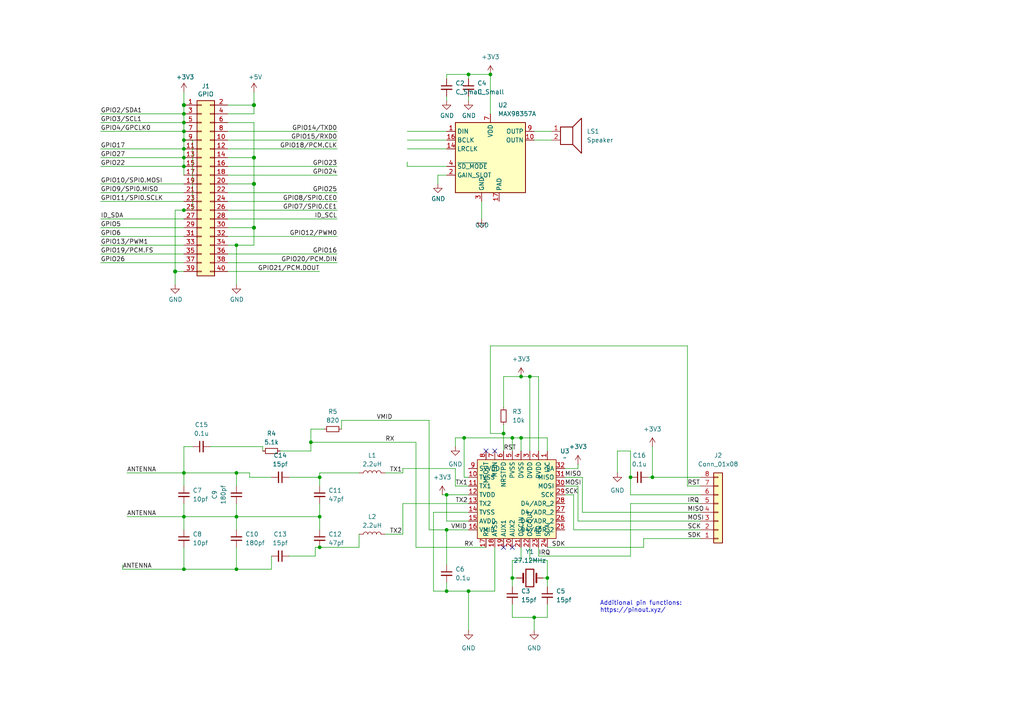
<source format=kicad_sch>
(kicad_sch
	(version 20231120)
	(generator "eeschema")
	(generator_version "8.0")
	(uuid "e63e39d7-6ac0-4ffd-8aa3-1841a4541b55")
	(paper "A4")
	(title_block
		(date "15 nov 2012")
	)
	(lib_symbols
		(symbol "Audio:MAX98357A"
			(exclude_from_sim no)
			(in_bom yes)
			(on_board yes)
			(property "Reference" "U"
				(at -8.89 11.43 0)
				(effects
					(font
						(size 1.27 1.27)
					)
				)
			)
			(property "Value" "MAX98357A"
				(at 10.16 11.43 0)
				(effects
					(font
						(size 1.27 1.27)
					)
				)
			)
			(property "Footprint" "Package_DFN_QFN:TQFN-16-1EP_3x3mm_P0.5mm_EP1.23x1.23mm"
				(at -1.27 -2.54 0)
				(effects
					(font
						(size 1.27 1.27)
					)
					(hide yes)
				)
			)
			(property "Datasheet" "https://www.analog.com/media/en/technical-documentation/data-sheets/MAX98357A-MAX98357B.pdf"
				(at 0 -2.54 0)
				(effects
					(font
						(size 1.27 1.27)
					)
					(hide yes)
				)
			)
			(property "Description" "Mono DAC with amplifier, I2S, PCM, TDM, 32-bit, 96khz, 3.2W, TQFP-16"
				(at 0 0 0)
				(effects
					(font
						(size 1.27 1.27)
					)
					(hide yes)
				)
			)
			(property "ki_keywords" "pcm tdm i2s left-justified amplifier audio dac"
				(at 0 0 0)
				(effects
					(font
						(size 1.27 1.27)
					)
					(hide yes)
				)
			)
			(property "ki_fp_filters" "TQFN*3x3mm*P0.5mm*EP1.23x1.23mm*"
				(at 0 0 0)
				(effects
					(font
						(size 1.27 1.27)
					)
					(hide yes)
				)
			)
			(symbol "MAX98357A_1_1"
				(rectangle
					(start -10.16 10.16)
					(end 10.16 -10.16)
					(stroke
						(width 0.254)
						(type default)
					)
					(fill
						(type background)
					)
				)
				(pin input line
					(at -12.7 7.62 0)
					(length 2.54)
					(name "DIN"
						(effects
							(font
								(size 1.27 1.27)
							)
						)
					)
					(number "1"
						(effects
							(font
								(size 1.27 1.27)
							)
						)
					)
				)
				(pin output line
					(at 12.7 5.08 180)
					(length 2.54)
					(name "OUTN"
						(effects
							(font
								(size 1.27 1.27)
							)
						)
					)
					(number "10"
						(effects
							(font
								(size 1.27 1.27)
							)
						)
					)
				)
				(pin passive line
					(at -2.54 -12.7 90)
					(length 2.54) hide
					(name "GND"
						(effects
							(font
								(size 1.27 1.27)
							)
						)
					)
					(number "11"
						(effects
							(font
								(size 1.27 1.27)
							)
						)
					)
				)
				(pin no_connect line
					(at 10.16 -5.08 180)
					(length 2.54) hide
					(name "NC"
						(effects
							(font
								(size 1.27 1.27)
							)
						)
					)
					(number "12"
						(effects
							(font
								(size 1.27 1.27)
							)
						)
					)
				)
				(pin no_connect line
					(at 10.16 -7.62 180)
					(length 2.54) hide
					(name "NC"
						(effects
							(font
								(size 1.27 1.27)
							)
						)
					)
					(number "13"
						(effects
							(font
								(size 1.27 1.27)
							)
						)
					)
				)
				(pin input line
					(at -12.7 2.54 0)
					(length 2.54)
					(name "LRCLK"
						(effects
							(font
								(size 1.27 1.27)
							)
						)
					)
					(number "14"
						(effects
							(font
								(size 1.27 1.27)
							)
						)
					)
				)
				(pin passive line
					(at -2.54 -12.7 90)
					(length 2.54) hide
					(name "GND"
						(effects
							(font
								(size 1.27 1.27)
							)
						)
					)
					(number "15"
						(effects
							(font
								(size 1.27 1.27)
							)
						)
					)
				)
				(pin input line
					(at -12.7 5.08 0)
					(length 2.54)
					(name "BCLK"
						(effects
							(font
								(size 1.27 1.27)
							)
						)
					)
					(number "16"
						(effects
							(font
								(size 1.27 1.27)
							)
						)
					)
				)
				(pin unspecified line
					(at 2.54 -12.7 90)
					(length 2.54)
					(name "PAD"
						(effects
							(font
								(size 1.27 1.27)
							)
						)
					)
					(number "17"
						(effects
							(font
								(size 1.27 1.27)
							)
						)
					)
				)
				(pin passive line
					(at -12.7 -5.08 0)
					(length 2.54)
					(name "GAIN_SLOT"
						(effects
							(font
								(size 1.27 1.27)
							)
						)
					)
					(number "2"
						(effects
							(font
								(size 1.27 1.27)
							)
						)
					)
				)
				(pin power_in line
					(at -2.54 -12.7 90)
					(length 2.54)
					(name "GND"
						(effects
							(font
								(size 1.27 1.27)
							)
						)
					)
					(number "3"
						(effects
							(font
								(size 1.27 1.27)
							)
						)
					)
				)
				(pin input line
					(at -12.7 -2.54 0)
					(length 2.54)
					(name "~{SD_MODE}"
						(effects
							(font
								(size 1.27 1.27)
							)
						)
					)
					(number "4"
						(effects
							(font
								(size 1.27 1.27)
							)
						)
					)
				)
				(pin no_connect line
					(at 10.16 2.54 180)
					(length 2.54) hide
					(name "NC"
						(effects
							(font
								(size 1.27 1.27)
							)
						)
					)
					(number "5"
						(effects
							(font
								(size 1.27 1.27)
							)
						)
					)
				)
				(pin no_connect line
					(at 10.16 0 180)
					(length 2.54) hide
					(name "NC"
						(effects
							(font
								(size 1.27 1.27)
							)
						)
					)
					(number "6"
						(effects
							(font
								(size 1.27 1.27)
							)
						)
					)
				)
				(pin power_in line
					(at 0 12.7 270)
					(length 2.54)
					(name "VDD"
						(effects
							(font
								(size 1.27 1.27)
							)
						)
					)
					(number "7"
						(effects
							(font
								(size 1.27 1.27)
							)
						)
					)
				)
				(pin passive line
					(at 0 12.7 270)
					(length 2.54) hide
					(name "VDD"
						(effects
							(font
								(size 1.27 1.27)
							)
						)
					)
					(number "8"
						(effects
							(font
								(size 1.27 1.27)
							)
						)
					)
				)
				(pin output line
					(at 12.7 7.62 180)
					(length 2.54)
					(name "OUTP"
						(effects
							(font
								(size 1.27 1.27)
							)
						)
					)
					(number "9"
						(effects
							(font
								(size 1.27 1.27)
							)
						)
					)
				)
			)
		)
		(symbol "Connector_Generic:Conn_01x08"
			(pin_names
				(offset 1.016) hide)
			(exclude_from_sim no)
			(in_bom yes)
			(on_board yes)
			(property "Reference" "J"
				(at 0 10.16 0)
				(effects
					(font
						(size 1.27 1.27)
					)
				)
			)
			(property "Value" "Conn_01x08"
				(at 0 -12.7 0)
				(effects
					(font
						(size 1.27 1.27)
					)
				)
			)
			(property "Footprint" ""
				(at 0 0 0)
				(effects
					(font
						(size 1.27 1.27)
					)
					(hide yes)
				)
			)
			(property "Datasheet" "~"
				(at 0 0 0)
				(effects
					(font
						(size 1.27 1.27)
					)
					(hide yes)
				)
			)
			(property "Description" "Generic connector, single row, 01x08, script generated (kicad-library-utils/schlib/autogen/connector/)"
				(at 0 0 0)
				(effects
					(font
						(size 1.27 1.27)
					)
					(hide yes)
				)
			)
			(property "ki_keywords" "connector"
				(at 0 0 0)
				(effects
					(font
						(size 1.27 1.27)
					)
					(hide yes)
				)
			)
			(property "ki_fp_filters" "Connector*:*_1x??_*"
				(at 0 0 0)
				(effects
					(font
						(size 1.27 1.27)
					)
					(hide yes)
				)
			)
			(symbol "Conn_01x08_1_1"
				(rectangle
					(start -1.27 -10.033)
					(end 0 -10.287)
					(stroke
						(width 0.1524)
						(type default)
					)
					(fill
						(type none)
					)
				)
				(rectangle
					(start -1.27 -7.493)
					(end 0 -7.747)
					(stroke
						(width 0.1524)
						(type default)
					)
					(fill
						(type none)
					)
				)
				(rectangle
					(start -1.27 -4.953)
					(end 0 -5.207)
					(stroke
						(width 0.1524)
						(type default)
					)
					(fill
						(type none)
					)
				)
				(rectangle
					(start -1.27 -2.413)
					(end 0 -2.667)
					(stroke
						(width 0.1524)
						(type default)
					)
					(fill
						(type none)
					)
				)
				(rectangle
					(start -1.27 0.127)
					(end 0 -0.127)
					(stroke
						(width 0.1524)
						(type default)
					)
					(fill
						(type none)
					)
				)
				(rectangle
					(start -1.27 2.667)
					(end 0 2.413)
					(stroke
						(width 0.1524)
						(type default)
					)
					(fill
						(type none)
					)
				)
				(rectangle
					(start -1.27 5.207)
					(end 0 4.953)
					(stroke
						(width 0.1524)
						(type default)
					)
					(fill
						(type none)
					)
				)
				(rectangle
					(start -1.27 7.747)
					(end 0 7.493)
					(stroke
						(width 0.1524)
						(type default)
					)
					(fill
						(type none)
					)
				)
				(rectangle
					(start -1.27 8.89)
					(end 1.27 -11.43)
					(stroke
						(width 0.254)
						(type default)
					)
					(fill
						(type background)
					)
				)
				(pin passive line
					(at -5.08 7.62 0)
					(length 3.81)
					(name "Pin_1"
						(effects
							(font
								(size 1.27 1.27)
							)
						)
					)
					(number "1"
						(effects
							(font
								(size 1.27 1.27)
							)
						)
					)
				)
				(pin passive line
					(at -5.08 5.08 0)
					(length 3.81)
					(name "Pin_2"
						(effects
							(font
								(size 1.27 1.27)
							)
						)
					)
					(number "2"
						(effects
							(font
								(size 1.27 1.27)
							)
						)
					)
				)
				(pin passive line
					(at -5.08 2.54 0)
					(length 3.81)
					(name "Pin_3"
						(effects
							(font
								(size 1.27 1.27)
							)
						)
					)
					(number "3"
						(effects
							(font
								(size 1.27 1.27)
							)
						)
					)
				)
				(pin passive line
					(at -5.08 0 0)
					(length 3.81)
					(name "Pin_4"
						(effects
							(font
								(size 1.27 1.27)
							)
						)
					)
					(number "4"
						(effects
							(font
								(size 1.27 1.27)
							)
						)
					)
				)
				(pin passive line
					(at -5.08 -2.54 0)
					(length 3.81)
					(name "Pin_5"
						(effects
							(font
								(size 1.27 1.27)
							)
						)
					)
					(number "5"
						(effects
							(font
								(size 1.27 1.27)
							)
						)
					)
				)
				(pin passive line
					(at -5.08 -5.08 0)
					(length 3.81)
					(name "Pin_6"
						(effects
							(font
								(size 1.27 1.27)
							)
						)
					)
					(number "6"
						(effects
							(font
								(size 1.27 1.27)
							)
						)
					)
				)
				(pin passive line
					(at -5.08 -7.62 0)
					(length 3.81)
					(name "Pin_7"
						(effects
							(font
								(size 1.27 1.27)
							)
						)
					)
					(number "7"
						(effects
							(font
								(size 1.27 1.27)
							)
						)
					)
				)
				(pin passive line
					(at -5.08 -10.16 0)
					(length 3.81)
					(name "Pin_8"
						(effects
							(font
								(size 1.27 1.27)
							)
						)
					)
					(number "8"
						(effects
							(font
								(size 1.27 1.27)
							)
						)
					)
				)
			)
		)
		(symbol "Connector_Generic:Conn_02x20_Odd_Even"
			(pin_names
				(offset 1.016) hide)
			(exclude_from_sim no)
			(in_bom yes)
			(on_board yes)
			(property "Reference" "J"
				(at 1.27 25.4 0)
				(effects
					(font
						(size 1.27 1.27)
					)
				)
			)
			(property "Value" "Conn_02x20_Odd_Even"
				(at 1.27 -27.94 0)
				(effects
					(font
						(size 1.27 1.27)
					)
				)
			)
			(property "Footprint" ""
				(at 0 0 0)
				(effects
					(font
						(size 1.27 1.27)
					)
					(hide yes)
				)
			)
			(property "Datasheet" "~"
				(at 0 0 0)
				(effects
					(font
						(size 1.27 1.27)
					)
					(hide yes)
				)
			)
			(property "Description" "Generic connector, double row, 02x20, odd/even pin numbering scheme (row 1 odd numbers, row 2 even numbers), script generated (kicad-library-utils/schlib/autogen/connector/)"
				(at 0 0 0)
				(effects
					(font
						(size 1.27 1.27)
					)
					(hide yes)
				)
			)
			(property "ki_keywords" "connector"
				(at 0 0 0)
				(effects
					(font
						(size 1.27 1.27)
					)
					(hide yes)
				)
			)
			(property "ki_fp_filters" "Connector*:*_2x??_*"
				(at 0 0 0)
				(effects
					(font
						(size 1.27 1.27)
					)
					(hide yes)
				)
			)
			(symbol "Conn_02x20_Odd_Even_1_1"
				(rectangle
					(start -1.27 -25.273)
					(end 0 -25.527)
					(stroke
						(width 0.1524)
						(type default)
					)
					(fill
						(type none)
					)
				)
				(rectangle
					(start -1.27 -22.733)
					(end 0 -22.987)
					(stroke
						(width 0.1524)
						(type default)
					)
					(fill
						(type none)
					)
				)
				(rectangle
					(start -1.27 -20.193)
					(end 0 -20.447)
					(stroke
						(width 0.1524)
						(type default)
					)
					(fill
						(type none)
					)
				)
				(rectangle
					(start -1.27 -17.653)
					(end 0 -17.907)
					(stroke
						(width 0.1524)
						(type default)
					)
					(fill
						(type none)
					)
				)
				(rectangle
					(start -1.27 -15.113)
					(end 0 -15.367)
					(stroke
						(width 0.1524)
						(type default)
					)
					(fill
						(type none)
					)
				)
				(rectangle
					(start -1.27 -12.573)
					(end 0 -12.827)
					(stroke
						(width 0.1524)
						(type default)
					)
					(fill
						(type none)
					)
				)
				(rectangle
					(start -1.27 -10.033)
					(end 0 -10.287)
					(stroke
						(width 0.1524)
						(type default)
					)
					(fill
						(type none)
					)
				)
				(rectangle
					(start -1.27 -7.493)
					(end 0 -7.747)
					(stroke
						(width 0.1524)
						(type default)
					)
					(fill
						(type none)
					)
				)
				(rectangle
					(start -1.27 -4.953)
					(end 0 -5.207)
					(stroke
						(width 0.1524)
						(type default)
					)
					(fill
						(type none)
					)
				)
				(rectangle
					(start -1.27 -2.413)
					(end 0 -2.667)
					(stroke
						(width 0.1524)
						(type default)
					)
					(fill
						(type none)
					)
				)
				(rectangle
					(start -1.27 0.127)
					(end 0 -0.127)
					(stroke
						(width 0.1524)
						(type default)
					)
					(fill
						(type none)
					)
				)
				(rectangle
					(start -1.27 2.667)
					(end 0 2.413)
					(stroke
						(width 0.1524)
						(type default)
					)
					(fill
						(type none)
					)
				)
				(rectangle
					(start -1.27 5.207)
					(end 0 4.953)
					(stroke
						(width 0.1524)
						(type default)
					)
					(fill
						(type none)
					)
				)
				(rectangle
					(start -1.27 7.747)
					(end 0 7.493)
					(stroke
						(width 0.1524)
						(type default)
					)
					(fill
						(type none)
					)
				)
				(rectangle
					(start -1.27 10.287)
					(end 0 10.033)
					(stroke
						(width 0.1524)
						(type default)
					)
					(fill
						(type none)
					)
				)
				(rectangle
					(start -1.27 12.827)
					(end 0 12.573)
					(stroke
						(width 0.1524)
						(type default)
					)
					(fill
						(type none)
					)
				)
				(rectangle
					(start -1.27 15.367)
					(end 0 15.113)
					(stroke
						(width 0.1524)
						(type default)
					)
					(fill
						(type none)
					)
				)
				(rectangle
					(start -1.27 17.907)
					(end 0 17.653)
					(stroke
						(width 0.1524)
						(type default)
					)
					(fill
						(type none)
					)
				)
				(rectangle
					(start -1.27 20.447)
					(end 0 20.193)
					(stroke
						(width 0.1524)
						(type default)
					)
					(fill
						(type none)
					)
				)
				(rectangle
					(start -1.27 22.987)
					(end 0 22.733)
					(stroke
						(width 0.1524)
						(type default)
					)
					(fill
						(type none)
					)
				)
				(rectangle
					(start -1.27 24.13)
					(end 3.81 -26.67)
					(stroke
						(width 0.254)
						(type default)
					)
					(fill
						(type background)
					)
				)
				(rectangle
					(start 3.81 -25.273)
					(end 2.54 -25.527)
					(stroke
						(width 0.1524)
						(type default)
					)
					(fill
						(type none)
					)
				)
				(rectangle
					(start 3.81 -22.733)
					(end 2.54 -22.987)
					(stroke
						(width 0.1524)
						(type default)
					)
					(fill
						(type none)
					)
				)
				(rectangle
					(start 3.81 -20.193)
					(end 2.54 -20.447)
					(stroke
						(width 0.1524)
						(type default)
					)
					(fill
						(type none)
					)
				)
				(rectangle
					(start 3.81 -17.653)
					(end 2.54 -17.907)
					(stroke
						(width 0.1524)
						(type default)
					)
					(fill
						(type none)
					)
				)
				(rectangle
					(start 3.81 -15.113)
					(end 2.54 -15.367)
					(stroke
						(width 0.1524)
						(type default)
					)
					(fill
						(type none)
					)
				)
				(rectangle
					(start 3.81 -12.573)
					(end 2.54 -12.827)
					(stroke
						(width 0.1524)
						(type default)
					)
					(fill
						(type none)
					)
				)
				(rectangle
					(start 3.81 -10.033)
					(end 2.54 -10.287)
					(stroke
						(width 0.1524)
						(type default)
					)
					(fill
						(type none)
					)
				)
				(rectangle
					(start 3.81 -7.493)
					(end 2.54 -7.747)
					(stroke
						(width 0.1524)
						(type default)
					)
					(fill
						(type none)
					)
				)
				(rectangle
					(start 3.81 -4.953)
					(end 2.54 -5.207)
					(stroke
						(width 0.1524)
						(type default)
					)
					(fill
						(type none)
					)
				)
				(rectangle
					(start 3.81 -2.413)
					(end 2.54 -2.667)
					(stroke
						(width 0.1524)
						(type default)
					)
					(fill
						(type none)
					)
				)
				(rectangle
					(start 3.81 0.127)
					(end 2.54 -0.127)
					(stroke
						(width 0.1524)
						(type default)
					)
					(fill
						(type none)
					)
				)
				(rectangle
					(start 3.81 2.667)
					(end 2.54 2.413)
					(stroke
						(width 0.1524)
						(type default)
					)
					(fill
						(type none)
					)
				)
				(rectangle
					(start 3.81 5.207)
					(end 2.54 4.953)
					(stroke
						(width 0.1524)
						(type default)
					)
					(fill
						(type none)
					)
				)
				(rectangle
					(start 3.81 7.747)
					(end 2.54 7.493)
					(stroke
						(width 0.1524)
						(type default)
					)
					(fill
						(type none)
					)
				)
				(rectangle
					(start 3.81 10.287)
					(end 2.54 10.033)
					(stroke
						(width 0.1524)
						(type default)
					)
					(fill
						(type none)
					)
				)
				(rectangle
					(start 3.81 12.827)
					(end 2.54 12.573)
					(stroke
						(width 0.1524)
						(type default)
					)
					(fill
						(type none)
					)
				)
				(rectangle
					(start 3.81 15.367)
					(end 2.54 15.113)
					(stroke
						(width 0.1524)
						(type default)
					)
					(fill
						(type none)
					)
				)
				(rectangle
					(start 3.81 17.907)
					(end 2.54 17.653)
					(stroke
						(width 0.1524)
						(type default)
					)
					(fill
						(type none)
					)
				)
				(rectangle
					(start 3.81 20.447)
					(end 2.54 20.193)
					(stroke
						(width 0.1524)
						(type default)
					)
					(fill
						(type none)
					)
				)
				(rectangle
					(start 3.81 22.987)
					(end 2.54 22.733)
					(stroke
						(width 0.1524)
						(type default)
					)
					(fill
						(type none)
					)
				)
				(pin passive line
					(at -5.08 22.86 0)
					(length 3.81)
					(name "Pin_1"
						(effects
							(font
								(size 1.27 1.27)
							)
						)
					)
					(number "1"
						(effects
							(font
								(size 1.27 1.27)
							)
						)
					)
				)
				(pin passive line
					(at 7.62 12.7 180)
					(length 3.81)
					(name "Pin_10"
						(effects
							(font
								(size 1.27 1.27)
							)
						)
					)
					(number "10"
						(effects
							(font
								(size 1.27 1.27)
							)
						)
					)
				)
				(pin passive line
					(at -5.08 10.16 0)
					(length 3.81)
					(name "Pin_11"
						(effects
							(font
								(size 1.27 1.27)
							)
						)
					)
					(number "11"
						(effects
							(font
								(size 1.27 1.27)
							)
						)
					)
				)
				(pin passive line
					(at 7.62 10.16 180)
					(length 3.81)
					(name "Pin_12"
						(effects
							(font
								(size 1.27 1.27)
							)
						)
					)
					(number "12"
						(effects
							(font
								(size 1.27 1.27)
							)
						)
					)
				)
				(pin passive line
					(at -5.08 7.62 0)
					(length 3.81)
					(name "Pin_13"
						(effects
							(font
								(size 1.27 1.27)
							)
						)
					)
					(number "13"
						(effects
							(font
								(size 1.27 1.27)
							)
						)
					)
				)
				(pin passive line
					(at 7.62 7.62 180)
					(length 3.81)
					(name "Pin_14"
						(effects
							(font
								(size 1.27 1.27)
							)
						)
					)
					(number "14"
						(effects
							(font
								(size 1.27 1.27)
							)
						)
					)
				)
				(pin passive line
					(at -5.08 5.08 0)
					(length 3.81)
					(name "Pin_15"
						(effects
							(font
								(size 1.27 1.27)
							)
						)
					)
					(number "15"
						(effects
							(font
								(size 1.27 1.27)
							)
						)
					)
				)
				(pin passive line
					(at 7.62 5.08 180)
					(length 3.81)
					(name "Pin_16"
						(effects
							(font
								(size 1.27 1.27)
							)
						)
					)
					(number "16"
						(effects
							(font
								(size 1.27 1.27)
							)
						)
					)
				)
				(pin passive line
					(at -5.08 2.54 0)
					(length 3.81)
					(name "Pin_17"
						(effects
							(font
								(size 1.27 1.27)
							)
						)
					)
					(number "17"
						(effects
							(font
								(size 1.27 1.27)
							)
						)
					)
				)
				(pin passive line
					(at 7.62 2.54 180)
					(length 3.81)
					(name "Pin_18"
						(effects
							(font
								(size 1.27 1.27)
							)
						)
					)
					(number "18"
						(effects
							(font
								(size 1.27 1.27)
							)
						)
					)
				)
				(pin passive line
					(at -5.08 0 0)
					(length 3.81)
					(name "Pin_19"
						(effects
							(font
								(size 1.27 1.27)
							)
						)
					)
					(number "19"
						(effects
							(font
								(size 1.27 1.27)
							)
						)
					)
				)
				(pin passive line
					(at 7.62 22.86 180)
					(length 3.81)
					(name "Pin_2"
						(effects
							(font
								(size 1.27 1.27)
							)
						)
					)
					(number "2"
						(effects
							(font
								(size 1.27 1.27)
							)
						)
					)
				)
				(pin passive line
					(at 7.62 0 180)
					(length 3.81)
					(name "Pin_20"
						(effects
							(font
								(size 1.27 1.27)
							)
						)
					)
					(number "20"
						(effects
							(font
								(size 1.27 1.27)
							)
						)
					)
				)
				(pin passive line
					(at -5.08 -2.54 0)
					(length 3.81)
					(name "Pin_21"
						(effects
							(font
								(size 1.27 1.27)
							)
						)
					)
					(number "21"
						(effects
							(font
								(size 1.27 1.27)
							)
						)
					)
				)
				(pin passive line
					(at 7.62 -2.54 180)
					(length 3.81)
					(name "Pin_22"
						(effects
							(font
								(size 1.27 1.27)
							)
						)
					)
					(number "22"
						(effects
							(font
								(size 1.27 1.27)
							)
						)
					)
				)
				(pin passive line
					(at -5.08 -5.08 0)
					(length 3.81)
					(name "Pin_23"
						(effects
							(font
								(size 1.27 1.27)
							)
						)
					)
					(number "23"
						(effects
							(font
								(size 1.27 1.27)
							)
						)
					)
				)
				(pin passive line
					(at 7.62 -5.08 180)
					(length 3.81)
					(name "Pin_24"
						(effects
							(font
								(size 1.27 1.27)
							)
						)
					)
					(number "24"
						(effects
							(font
								(size 1.27 1.27)
							)
						)
					)
				)
				(pin passive line
					(at -5.08 -7.62 0)
					(length 3.81)
					(name "Pin_25"
						(effects
							(font
								(size 1.27 1.27)
							)
						)
					)
					(number "25"
						(effects
							(font
								(size 1.27 1.27)
							)
						)
					)
				)
				(pin passive line
					(at 7.62 -7.62 180)
					(length 3.81)
					(name "Pin_26"
						(effects
							(font
								(size 1.27 1.27)
							)
						)
					)
					(number "26"
						(effects
							(font
								(size 1.27 1.27)
							)
						)
					)
				)
				(pin passive line
					(at -5.08 -10.16 0)
					(length 3.81)
					(name "Pin_27"
						(effects
							(font
								(size 1.27 1.27)
							)
						)
					)
					(number "27"
						(effects
							(font
								(size 1.27 1.27)
							)
						)
					)
				)
				(pin passive line
					(at 7.62 -10.16 180)
					(length 3.81)
					(name "Pin_28"
						(effects
							(font
								(size 1.27 1.27)
							)
						)
					)
					(number "28"
						(effects
							(font
								(size 1.27 1.27)
							)
						)
					)
				)
				(pin passive line
					(at -5.08 -12.7 0)
					(length 3.81)
					(name "Pin_29"
						(effects
							(font
								(size 1.27 1.27)
							)
						)
					)
					(number "29"
						(effects
							(font
								(size 1.27 1.27)
							)
						)
					)
				)
				(pin passive line
					(at -5.08 20.32 0)
					(length 3.81)
					(name "Pin_3"
						(effects
							(font
								(size 1.27 1.27)
							)
						)
					)
					(number "3"
						(effects
							(font
								(size 1.27 1.27)
							)
						)
					)
				)
				(pin passive line
					(at 7.62 -12.7 180)
					(length 3.81)
					(name "Pin_30"
						(effects
							(font
								(size 1.27 1.27)
							)
						)
					)
					(number "30"
						(effects
							(font
								(size 1.27 1.27)
							)
						)
					)
				)
				(pin passive line
					(at -5.08 -15.24 0)
					(length 3.81)
					(name "Pin_31"
						(effects
							(font
								(size 1.27 1.27)
							)
						)
					)
					(number "31"
						(effects
							(font
								(size 1.27 1.27)
							)
						)
					)
				)
				(pin passive line
					(at 7.62 -15.24 180)
					(length 3.81)
					(name "Pin_32"
						(effects
							(font
								(size 1.27 1.27)
							)
						)
					)
					(number "32"
						(effects
							(font
								(size 1.27 1.27)
							)
						)
					)
				)
				(pin passive line
					(at -5.08 -17.78 0)
					(length 3.81)
					(name "Pin_33"
						(effects
							(font
								(size 1.27 1.27)
							)
						)
					)
					(number "33"
						(effects
							(font
								(size 1.27 1.27)
							)
						)
					)
				)
				(pin passive line
					(at 7.62 -17.78 180)
					(length 3.81)
					(name "Pin_34"
						(effects
							(font
								(size 1.27 1.27)
							)
						)
					)
					(number "34"
						(effects
							(font
								(size 1.27 1.27)
							)
						)
					)
				)
				(pin passive line
					(at -5.08 -20.32 0)
					(length 3.81)
					(name "Pin_35"
						(effects
							(font
								(size 1.27 1.27)
							)
						)
					)
					(number "35"
						(effects
							(font
								(size 1.27 1.27)
							)
						)
					)
				)
				(pin passive line
					(at 7.62 -20.32 180)
					(length 3.81)
					(name "Pin_36"
						(effects
							(font
								(size 1.27 1.27)
							)
						)
					)
					(number "36"
						(effects
							(font
								(size 1.27 1.27)
							)
						)
					)
				)
				(pin passive line
					(at -5.08 -22.86 0)
					(length 3.81)
					(name "Pin_37"
						(effects
							(font
								(size 1.27 1.27)
							)
						)
					)
					(number "37"
						(effects
							(font
								(size 1.27 1.27)
							)
						)
					)
				)
				(pin passive line
					(at 7.62 -22.86 180)
					(length 3.81)
					(name "Pin_38"
						(effects
							(font
								(size 1.27 1.27)
							)
						)
					)
					(number "38"
						(effects
							(font
								(size 1.27 1.27)
							)
						)
					)
				)
				(pin passive line
					(at -5.08 -25.4 0)
					(length 3.81)
					(name "Pin_39"
						(effects
							(font
								(size 1.27 1.27)
							)
						)
					)
					(number "39"
						(effects
							(font
								(size 1.27 1.27)
							)
						)
					)
				)
				(pin passive line
					(at 7.62 20.32 180)
					(length 3.81)
					(name "Pin_4"
						(effects
							(font
								(size 1.27 1.27)
							)
						)
					)
					(number "4"
						(effects
							(font
								(size 1.27 1.27)
							)
						)
					)
				)
				(pin passive line
					(at 7.62 -25.4 180)
					(length 3.81)
					(name "Pin_40"
						(effects
							(font
								(size 1.27 1.27)
							)
						)
					)
					(number "40"
						(effects
							(font
								(size 1.27 1.27)
							)
						)
					)
				)
				(pin passive line
					(at -5.08 17.78 0)
					(length 3.81)
					(name "Pin_5"
						(effects
							(font
								(size 1.27 1.27)
							)
						)
					)
					(number "5"
						(effects
							(font
								(size 1.27 1.27)
							)
						)
					)
				)
				(pin passive line
					(at 7.62 17.78 180)
					(length 3.81)
					(name "Pin_6"
						(effects
							(font
								(size 1.27 1.27)
							)
						)
					)
					(number "6"
						(effects
							(font
								(size 1.27 1.27)
							)
						)
					)
				)
				(pin passive line
					(at -5.08 15.24 0)
					(length 3.81)
					(name "Pin_7"
						(effects
							(font
								(size 1.27 1.27)
							)
						)
					)
					(number "7"
						(effects
							(font
								(size 1.27 1.27)
							)
						)
					)
				)
				(pin passive line
					(at 7.62 15.24 180)
					(length 3.81)
					(name "Pin_8"
						(effects
							(font
								(size 1.27 1.27)
							)
						)
					)
					(number "8"
						(effects
							(font
								(size 1.27 1.27)
							)
						)
					)
				)
				(pin passive line
					(at -5.08 12.7 0)
					(length 3.81)
					(name "Pin_9"
						(effects
							(font
								(size 1.27 1.27)
							)
						)
					)
					(number "9"
						(effects
							(font
								(size 1.27 1.27)
							)
						)
					)
				)
			)
		)
		(symbol "Device:C_Small"
			(pin_numbers hide)
			(pin_names
				(offset 0.254) hide)
			(exclude_from_sim no)
			(in_bom yes)
			(on_board yes)
			(property "Reference" "C"
				(at 0.254 1.778 0)
				(effects
					(font
						(size 1.27 1.27)
					)
					(justify left)
				)
			)
			(property "Value" "C_Small"
				(at 0.254 -2.032 0)
				(effects
					(font
						(size 1.27 1.27)
					)
					(justify left)
				)
			)
			(property "Footprint" ""
				(at 0 0 0)
				(effects
					(font
						(size 1.27 1.27)
					)
					(hide yes)
				)
			)
			(property "Datasheet" "~"
				(at 0 0 0)
				(effects
					(font
						(size 1.27 1.27)
					)
					(hide yes)
				)
			)
			(property "Description" "Unpolarized capacitor, small symbol"
				(at 0 0 0)
				(effects
					(font
						(size 1.27 1.27)
					)
					(hide yes)
				)
			)
			(property "ki_keywords" "capacitor cap"
				(at 0 0 0)
				(effects
					(font
						(size 1.27 1.27)
					)
					(hide yes)
				)
			)
			(property "ki_fp_filters" "C_*"
				(at 0 0 0)
				(effects
					(font
						(size 1.27 1.27)
					)
					(hide yes)
				)
			)
			(symbol "C_Small_0_1"
				(polyline
					(pts
						(xy -1.524 -0.508) (xy 1.524 -0.508)
					)
					(stroke
						(width 0.3302)
						(type default)
					)
					(fill
						(type none)
					)
				)
				(polyline
					(pts
						(xy -1.524 0.508) (xy 1.524 0.508)
					)
					(stroke
						(width 0.3048)
						(type default)
					)
					(fill
						(type none)
					)
				)
			)
			(symbol "C_Small_1_1"
				(pin passive line
					(at 0 2.54 270)
					(length 2.032)
					(name "~"
						(effects
							(font
								(size 1.27 1.27)
							)
						)
					)
					(number "1"
						(effects
							(font
								(size 1.27 1.27)
							)
						)
					)
				)
				(pin passive line
					(at 0 -2.54 90)
					(length 2.032)
					(name "~"
						(effects
							(font
								(size 1.27 1.27)
							)
						)
					)
					(number "2"
						(effects
							(font
								(size 1.27 1.27)
							)
						)
					)
				)
			)
		)
		(symbol "Device:Crystal"
			(pin_numbers hide)
			(pin_names
				(offset 1.016) hide)
			(exclude_from_sim no)
			(in_bom yes)
			(on_board yes)
			(property "Reference" "Y"
				(at 0 3.81 0)
				(effects
					(font
						(size 1.27 1.27)
					)
				)
			)
			(property "Value" "Crystal"
				(at 0 -3.81 0)
				(effects
					(font
						(size 1.27 1.27)
					)
				)
			)
			(property "Footprint" ""
				(at 0 0 0)
				(effects
					(font
						(size 1.27 1.27)
					)
					(hide yes)
				)
			)
			(property "Datasheet" "~"
				(at 0 0 0)
				(effects
					(font
						(size 1.27 1.27)
					)
					(hide yes)
				)
			)
			(property "Description" "Two pin crystal"
				(at 0 0 0)
				(effects
					(font
						(size 1.27 1.27)
					)
					(hide yes)
				)
			)
			(property "ki_keywords" "quartz ceramic resonator oscillator"
				(at 0 0 0)
				(effects
					(font
						(size 1.27 1.27)
					)
					(hide yes)
				)
			)
			(property "ki_fp_filters" "Crystal*"
				(at 0 0 0)
				(effects
					(font
						(size 1.27 1.27)
					)
					(hide yes)
				)
			)
			(symbol "Crystal_0_1"
				(rectangle
					(start -1.143 2.54)
					(end 1.143 -2.54)
					(stroke
						(width 0.3048)
						(type default)
					)
					(fill
						(type none)
					)
				)
				(polyline
					(pts
						(xy -2.54 0) (xy -1.905 0)
					)
					(stroke
						(width 0)
						(type default)
					)
					(fill
						(type none)
					)
				)
				(polyline
					(pts
						(xy -1.905 -1.27) (xy -1.905 1.27)
					)
					(stroke
						(width 0.508)
						(type default)
					)
					(fill
						(type none)
					)
				)
				(polyline
					(pts
						(xy 1.905 -1.27) (xy 1.905 1.27)
					)
					(stroke
						(width 0.508)
						(type default)
					)
					(fill
						(type none)
					)
				)
				(polyline
					(pts
						(xy 2.54 0) (xy 1.905 0)
					)
					(stroke
						(width 0)
						(type default)
					)
					(fill
						(type none)
					)
				)
			)
			(symbol "Crystal_1_1"
				(pin passive line
					(at -3.81 0 0)
					(length 1.27)
					(name "1"
						(effects
							(font
								(size 1.27 1.27)
							)
						)
					)
					(number "1"
						(effects
							(font
								(size 1.27 1.27)
							)
						)
					)
				)
				(pin passive line
					(at 3.81 0 180)
					(length 1.27)
					(name "2"
						(effects
							(font
								(size 1.27 1.27)
							)
						)
					)
					(number "2"
						(effects
							(font
								(size 1.27 1.27)
							)
						)
					)
				)
			)
		)
		(symbol "Device:L"
			(pin_numbers hide)
			(pin_names
				(offset 1.016) hide)
			(exclude_from_sim no)
			(in_bom yes)
			(on_board yes)
			(property "Reference" "L"
				(at -1.27 0 90)
				(effects
					(font
						(size 1.27 1.27)
					)
				)
			)
			(property "Value" "L"
				(at 1.905 0 90)
				(effects
					(font
						(size 1.27 1.27)
					)
				)
			)
			(property "Footprint" ""
				(at 0 0 0)
				(effects
					(font
						(size 1.27 1.27)
					)
					(hide yes)
				)
			)
			(property "Datasheet" "~"
				(at 0 0 0)
				(effects
					(font
						(size 1.27 1.27)
					)
					(hide yes)
				)
			)
			(property "Description" "Inductor"
				(at 0 0 0)
				(effects
					(font
						(size 1.27 1.27)
					)
					(hide yes)
				)
			)
			(property "ki_keywords" "inductor choke coil reactor magnetic"
				(at 0 0 0)
				(effects
					(font
						(size 1.27 1.27)
					)
					(hide yes)
				)
			)
			(property "ki_fp_filters" "Choke_* *Coil* Inductor_* L_*"
				(at 0 0 0)
				(effects
					(font
						(size 1.27 1.27)
					)
					(hide yes)
				)
			)
			(symbol "L_0_1"
				(arc
					(start 0 -2.54)
					(mid 0.6323 -1.905)
					(end 0 -1.27)
					(stroke
						(width 0)
						(type default)
					)
					(fill
						(type none)
					)
				)
				(arc
					(start 0 -1.27)
					(mid 0.6323 -0.635)
					(end 0 0)
					(stroke
						(width 0)
						(type default)
					)
					(fill
						(type none)
					)
				)
				(arc
					(start 0 0)
					(mid 0.6323 0.635)
					(end 0 1.27)
					(stroke
						(width 0)
						(type default)
					)
					(fill
						(type none)
					)
				)
				(arc
					(start 0 1.27)
					(mid 0.6323 1.905)
					(end 0 2.54)
					(stroke
						(width 0)
						(type default)
					)
					(fill
						(type none)
					)
				)
			)
			(symbol "L_1_1"
				(pin passive line
					(at 0 3.81 270)
					(length 1.27)
					(name "1"
						(effects
							(font
								(size 1.27 1.27)
							)
						)
					)
					(number "1"
						(effects
							(font
								(size 1.27 1.27)
							)
						)
					)
				)
				(pin passive line
					(at 0 -3.81 90)
					(length 1.27)
					(name "2"
						(effects
							(font
								(size 1.27 1.27)
							)
						)
					)
					(number "2"
						(effects
							(font
								(size 1.27 1.27)
							)
						)
					)
				)
			)
		)
		(symbol "Device:R_Small"
			(pin_numbers hide)
			(pin_names
				(offset 0.254) hide)
			(exclude_from_sim no)
			(in_bom yes)
			(on_board yes)
			(property "Reference" "R"
				(at 0.762 0.508 0)
				(effects
					(font
						(size 1.27 1.27)
					)
					(justify left)
				)
			)
			(property "Value" "R_Small"
				(at 0.762 -1.016 0)
				(effects
					(font
						(size 1.27 1.27)
					)
					(justify left)
				)
			)
			(property "Footprint" ""
				(at 0 0 0)
				(effects
					(font
						(size 1.27 1.27)
					)
					(hide yes)
				)
			)
			(property "Datasheet" "~"
				(at 0 0 0)
				(effects
					(font
						(size 1.27 1.27)
					)
					(hide yes)
				)
			)
			(property "Description" "Resistor, small symbol"
				(at 0 0 0)
				(effects
					(font
						(size 1.27 1.27)
					)
					(hide yes)
				)
			)
			(property "ki_keywords" "R resistor"
				(at 0 0 0)
				(effects
					(font
						(size 1.27 1.27)
					)
					(hide yes)
				)
			)
			(property "ki_fp_filters" "R_*"
				(at 0 0 0)
				(effects
					(font
						(size 1.27 1.27)
					)
					(hide yes)
				)
			)
			(symbol "R_Small_0_1"
				(rectangle
					(start -0.762 1.778)
					(end 0.762 -1.778)
					(stroke
						(width 0.2032)
						(type default)
					)
					(fill
						(type none)
					)
				)
			)
			(symbol "R_Small_1_1"
				(pin passive line
					(at 0 2.54 270)
					(length 0.762)
					(name "~"
						(effects
							(font
								(size 1.27 1.27)
							)
						)
					)
					(number "1"
						(effects
							(font
								(size 1.27 1.27)
							)
						)
					)
				)
				(pin passive line
					(at 0 -2.54 90)
					(length 0.762)
					(name "~"
						(effects
							(font
								(size 1.27 1.27)
							)
						)
					)
					(number "2"
						(effects
							(font
								(size 1.27 1.27)
							)
						)
					)
				)
			)
		)
		(symbol "Device:Speaker"
			(pin_names
				(offset 0) hide)
			(exclude_from_sim no)
			(in_bom yes)
			(on_board yes)
			(property "Reference" "LS"
				(at 1.27 5.715 0)
				(effects
					(font
						(size 1.27 1.27)
					)
					(justify right)
				)
			)
			(property "Value" "Speaker"
				(at 1.27 3.81 0)
				(effects
					(font
						(size 1.27 1.27)
					)
					(justify right)
				)
			)
			(property "Footprint" ""
				(at 0 -5.08 0)
				(effects
					(font
						(size 1.27 1.27)
					)
					(hide yes)
				)
			)
			(property "Datasheet" "~"
				(at -0.254 -1.27 0)
				(effects
					(font
						(size 1.27 1.27)
					)
					(hide yes)
				)
			)
			(property "Description" "Speaker"
				(at 0 0 0)
				(effects
					(font
						(size 1.27 1.27)
					)
					(hide yes)
				)
			)
			(property "ki_keywords" "speaker sound"
				(at 0 0 0)
				(effects
					(font
						(size 1.27 1.27)
					)
					(hide yes)
				)
			)
			(symbol "Speaker_0_0"
				(rectangle
					(start -2.54 1.27)
					(end 1.016 -3.81)
					(stroke
						(width 0.254)
						(type default)
					)
					(fill
						(type none)
					)
				)
				(polyline
					(pts
						(xy 1.016 1.27) (xy 3.556 3.81) (xy 3.556 -6.35) (xy 1.016 -3.81)
					)
					(stroke
						(width 0.254)
						(type default)
					)
					(fill
						(type none)
					)
				)
			)
			(symbol "Speaker_1_1"
				(pin input line
					(at -5.08 0 0)
					(length 2.54)
					(name "1"
						(effects
							(font
								(size 1.27 1.27)
							)
						)
					)
					(number "1"
						(effects
							(font
								(size 1.27 1.27)
							)
						)
					)
				)
				(pin input line
					(at -5.08 -2.54 0)
					(length 2.54)
					(name "2"
						(effects
							(font
								(size 1.27 1.27)
							)
						)
					)
					(number "2"
						(effects
							(font
								(size 1.27 1.27)
							)
						)
					)
				)
			)
		)
		(symbol "GND_1"
			(power)
			(pin_numbers hide)
			(pin_names
				(offset 0) hide)
			(exclude_from_sim no)
			(in_bom yes)
			(on_board yes)
			(property "Reference" "#PWR"
				(at 0 -6.35 0)
				(effects
					(font
						(size 1.27 1.27)
					)
					(hide yes)
				)
			)
			(property "Value" "GND"
				(at 0 -3.81 0)
				(effects
					(font
						(size 1.27 1.27)
					)
				)
			)
			(property "Footprint" ""
				(at 0 0 0)
				(effects
					(font
						(size 1.27 1.27)
					)
					(hide yes)
				)
			)
			(property "Datasheet" ""
				(at 0 0 0)
				(effects
					(font
						(size 1.27 1.27)
					)
					(hide yes)
				)
			)
			(property "Description" "Power symbol creates a global label with name \"GND\" , ground"
				(at 0 0 0)
				(effects
					(font
						(size 1.27 1.27)
					)
					(hide yes)
				)
			)
			(property "ki_keywords" "global power"
				(at 0 0 0)
				(effects
					(font
						(size 1.27 1.27)
					)
					(hide yes)
				)
			)
			(symbol "GND_1_0_1"
				(polyline
					(pts
						(xy 0 0) (xy 0 -1.27) (xy 1.27 -1.27) (xy 0 -2.54) (xy -1.27 -1.27) (xy 0 -1.27)
					)
					(stroke
						(width 0)
						(type default)
					)
					(fill
						(type none)
					)
				)
			)
			(symbol "GND_1_1_1"
				(pin power_in line
					(at 0 0 270)
					(length 0)
					(name "~"
						(effects
							(font
								(size 1.27 1.27)
							)
						)
					)
					(number "1"
						(effects
							(font
								(size 1.27 1.27)
							)
						)
					)
				)
			)
		)
		(symbol "power:+3.3V"
			(power)
			(pin_names
				(offset 0)
			)
			(exclude_from_sim no)
			(in_bom yes)
			(on_board yes)
			(property "Reference" "#PWR"
				(at 0 -3.81 0)
				(effects
					(font
						(size 1.27 1.27)
					)
					(hide yes)
				)
			)
			(property "Value" "+3.3V"
				(at 0 3.556 0)
				(effects
					(font
						(size 1.27 1.27)
					)
				)
			)
			(property "Footprint" ""
				(at 0 0 0)
				(effects
					(font
						(size 1.27 1.27)
					)
					(hide yes)
				)
			)
			(property "Datasheet" ""
				(at 0 0 0)
				(effects
					(font
						(size 1.27 1.27)
					)
					(hide yes)
				)
			)
			(property "Description" "Power symbol creates a global label with name \"+3.3V\""
				(at 0 0 0)
				(effects
					(font
						(size 1.27 1.27)
					)
					(hide yes)
				)
			)
			(property "ki_keywords" "power-flag"
				(at 0 0 0)
				(effects
					(font
						(size 1.27 1.27)
					)
					(hide yes)
				)
			)
			(symbol "+3.3V_0_1"
				(polyline
					(pts
						(xy -0.762 1.27) (xy 0 2.54)
					)
					(stroke
						(width 0)
						(type default)
					)
					(fill
						(type none)
					)
				)
				(polyline
					(pts
						(xy 0 0) (xy 0 2.54)
					)
					(stroke
						(width 0)
						(type default)
					)
					(fill
						(type none)
					)
				)
				(polyline
					(pts
						(xy 0 2.54) (xy 0.762 1.27)
					)
					(stroke
						(width 0)
						(type default)
					)
					(fill
						(type none)
					)
				)
			)
			(symbol "+3.3V_1_1"
				(pin power_in line
					(at 0 0 90)
					(length 0) hide
					(name "+3V3"
						(effects
							(font
								(size 1.27 1.27)
							)
						)
					)
					(number "1"
						(effects
							(font
								(size 1.27 1.27)
							)
						)
					)
				)
			)
		)
		(symbol "power:+3V3"
			(power)
			(pin_numbers hide)
			(pin_names
				(offset 0) hide)
			(exclude_from_sim no)
			(in_bom yes)
			(on_board yes)
			(property "Reference" "#PWR"
				(at 0 -3.81 0)
				(effects
					(font
						(size 1.27 1.27)
					)
					(hide yes)
				)
			)
			(property "Value" "+3V3"
				(at 0 3.556 0)
				(effects
					(font
						(size 1.27 1.27)
					)
				)
			)
			(property "Footprint" ""
				(at 0 0 0)
				(effects
					(font
						(size 1.27 1.27)
					)
					(hide yes)
				)
			)
			(property "Datasheet" ""
				(at 0 0 0)
				(effects
					(font
						(size 1.27 1.27)
					)
					(hide yes)
				)
			)
			(property "Description" "Power symbol creates a global label with name \"+3V3\""
				(at 0 0 0)
				(effects
					(font
						(size 1.27 1.27)
					)
					(hide yes)
				)
			)
			(property "ki_keywords" "global power"
				(at 0 0 0)
				(effects
					(font
						(size 1.27 1.27)
					)
					(hide yes)
				)
			)
			(symbol "+3V3_0_1"
				(polyline
					(pts
						(xy -0.762 1.27) (xy 0 2.54)
					)
					(stroke
						(width 0)
						(type default)
					)
					(fill
						(type none)
					)
				)
				(polyline
					(pts
						(xy 0 0) (xy 0 2.54)
					)
					(stroke
						(width 0)
						(type default)
					)
					(fill
						(type none)
					)
				)
				(polyline
					(pts
						(xy 0 2.54) (xy 0.762 1.27)
					)
					(stroke
						(width 0)
						(type default)
					)
					(fill
						(type none)
					)
				)
			)
			(symbol "+3V3_1_1"
				(pin power_in line
					(at 0 0 90)
					(length 0)
					(name "~"
						(effects
							(font
								(size 1.27 1.27)
							)
						)
					)
					(number "1"
						(effects
							(font
								(size 1.27 1.27)
							)
						)
					)
				)
			)
		)
		(symbol "power:+5V"
			(power)
			(pin_names
				(offset 0)
			)
			(exclude_from_sim no)
			(in_bom yes)
			(on_board yes)
			(property "Reference" "#PWR"
				(at 0 -3.81 0)
				(effects
					(font
						(size 1.27 1.27)
					)
					(hide yes)
				)
			)
			(property "Value" "+5V"
				(at 0 3.556 0)
				(effects
					(font
						(size 1.27 1.27)
					)
				)
			)
			(property "Footprint" ""
				(at 0 0 0)
				(effects
					(font
						(size 1.27 1.27)
					)
					(hide yes)
				)
			)
			(property "Datasheet" ""
				(at 0 0 0)
				(effects
					(font
						(size 1.27 1.27)
					)
					(hide yes)
				)
			)
			(property "Description" "Power symbol creates a global label with name \"+5V\""
				(at 0 0 0)
				(effects
					(font
						(size 1.27 1.27)
					)
					(hide yes)
				)
			)
			(property "ki_keywords" "power-flag"
				(at 0 0 0)
				(effects
					(font
						(size 1.27 1.27)
					)
					(hide yes)
				)
			)
			(symbol "+5V_0_1"
				(polyline
					(pts
						(xy -0.762 1.27) (xy 0 2.54)
					)
					(stroke
						(width 0)
						(type default)
					)
					(fill
						(type none)
					)
				)
				(polyline
					(pts
						(xy 0 0) (xy 0 2.54)
					)
					(stroke
						(width 0)
						(type default)
					)
					(fill
						(type none)
					)
				)
				(polyline
					(pts
						(xy 0 2.54) (xy 0.762 1.27)
					)
					(stroke
						(width 0)
						(type default)
					)
					(fill
						(type none)
					)
				)
			)
			(symbol "+5V_1_1"
				(pin power_in line
					(at 0 0 90)
					(length 0) hide
					(name "+5V"
						(effects
							(font
								(size 1.27 1.27)
							)
						)
					)
					(number "1"
						(effects
							(font
								(size 1.27 1.27)
							)
						)
					)
				)
			)
		)
		(symbol "power:GND"
			(power)
			(pin_names
				(offset 0)
			)
			(exclude_from_sim no)
			(in_bom yes)
			(on_board yes)
			(property "Reference" "#PWR"
				(at 0 -6.35 0)
				(effects
					(font
						(size 1.27 1.27)
					)
					(hide yes)
				)
			)
			(property "Value" "GND"
				(at 0 -3.81 0)
				(effects
					(font
						(size 1.27 1.27)
					)
				)
			)
			(property "Footprint" ""
				(at 0 0 0)
				(effects
					(font
						(size 1.27 1.27)
					)
					(hide yes)
				)
			)
			(property "Datasheet" ""
				(at 0 0 0)
				(effects
					(font
						(size 1.27 1.27)
					)
					(hide yes)
				)
			)
			(property "Description" "Power symbol creates a global label with name \"GND\" , ground"
				(at 0 0 0)
				(effects
					(font
						(size 1.27 1.27)
					)
					(hide yes)
				)
			)
			(property "ki_keywords" "power-flag"
				(at 0 0 0)
				(effects
					(font
						(size 1.27 1.27)
					)
					(hide yes)
				)
			)
			(symbol "GND_0_1"
				(polyline
					(pts
						(xy 0 0) (xy 0 -1.27) (xy 1.27 -1.27) (xy 0 -2.54) (xy -1.27 -1.27) (xy 0 -1.27)
					)
					(stroke
						(width 0)
						(type default)
					)
					(fill
						(type none)
					)
				)
			)
			(symbol "GND_1_1"
				(pin power_in line
					(at 0 0 270)
					(length 0) hide
					(name "GND"
						(effects
							(font
								(size 1.27 1.27)
							)
						)
					)
					(number "1"
						(effects
							(font
								(size 1.27 1.27)
							)
						)
					)
				)
			)
		)
		(symbol "rc522:MFRC522"
			(exclude_from_sim no)
			(in_bom yes)
			(on_board yes)
			(property "Reference" "U"
				(at 14.478 4.826 0)
				(effects
					(font
						(size 1.27 1.27)
					)
				)
			)
			(property "Value" ""
				(at 2.54 20.32 0)
				(effects
					(font
						(size 1.27 1.27)
					)
				)
			)
			(property "Footprint" ""
				(at 2.54 20.32 0)
				(effects
					(font
						(size 1.27 1.27)
					)
					(hide yes)
				)
			)
			(property "Datasheet" ""
				(at 2.54 20.32 0)
				(effects
					(font
						(size 1.27 1.27)
					)
					(hide yes)
				)
			)
			(property "Description" ""
				(at 2.54 20.32 0)
				(effects
					(font
						(size 1.27 1.27)
					)
					(hide yes)
				)
			)
			(symbol "MFRC522_1_1"
				(rectangle
					(start -11.43 11.43)
					(end 11.43 -11.43)
					(stroke
						(width 0.2)
						(type default)
					)
					(fill
						(type background)
					)
				)
				(pin input line
					(at 8.89 13.97 270)
					(length 2.54)
					(name "I2C"
						(effects
							(font
								(size 1.27 1.27)
							)
						)
					)
					(number "1"
						(effects
							(font
								(size 1.27 1.27)
							)
						)
					)
				)
				(pin input line
					(at -13.97 6.35 0)
					(length 2.54)
					(name "TVSS"
						(effects
							(font
								(size 1.27 1.27)
							)
						)
					)
					(number "10"
						(effects
							(font
								(size 1.27 1.27)
							)
						)
					)
				)
				(pin input line
					(at -13.97 3.81 0)
					(length 2.54)
					(name "TX1"
						(effects
							(font
								(size 1.27 1.27)
							)
						)
					)
					(number "11"
						(effects
							(font
								(size 1.27 1.27)
							)
						)
					)
				)
				(pin input line
					(at -13.97 1.27 0)
					(length 2.54)
					(name "TVDD"
						(effects
							(font
								(size 1.27 1.27)
							)
						)
					)
					(number "12"
						(effects
							(font
								(size 1.27 1.27)
							)
						)
					)
				)
				(pin input line
					(at -13.97 -1.27 0)
					(length 2.54)
					(name "TX2"
						(effects
							(font
								(size 1.27 1.27)
							)
						)
					)
					(number "13"
						(effects
							(font
								(size 1.27 1.27)
							)
						)
					)
				)
				(pin input line
					(at -13.97 -3.81 0)
					(length 2.54)
					(name "TVSS"
						(effects
							(font
								(size 1.27 1.27)
							)
						)
					)
					(number "14"
						(effects
							(font
								(size 1.27 1.27)
							)
						)
					)
				)
				(pin input line
					(at -13.97 -6.35 0)
					(length 2.54)
					(name "AVDD"
						(effects
							(font
								(size 1.27 1.27)
							)
						)
					)
					(number "15"
						(effects
							(font
								(size 1.27 1.27)
							)
						)
					)
				)
				(pin input line
					(at -13.97 -8.89 0)
					(length 2.54)
					(name "VMID"
						(effects
							(font
								(size 1.27 1.27)
							)
						)
					)
					(number "16"
						(effects
							(font
								(size 1.27 1.27)
							)
						)
					)
				)
				(pin input line
					(at -8.89 -13.97 90)
					(length 2.54)
					(name "RX"
						(effects
							(font
								(size 1.27 1.27)
							)
						)
					)
					(number "17"
						(effects
							(font
								(size 1.27 1.27)
							)
						)
					)
				)
				(pin input line
					(at -6.35 -13.97 90)
					(length 2.54)
					(name "AVSS"
						(effects
							(font
								(size 1.27 1.27)
							)
						)
					)
					(number "18"
						(effects
							(font
								(size 1.27 1.27)
							)
						)
					)
				)
				(pin input line
					(at -3.81 -13.97 90)
					(length 2.54)
					(name "AUX1"
						(effects
							(font
								(size 1.27 1.27)
							)
						)
					)
					(number "19"
						(effects
							(font
								(size 1.27 1.27)
							)
						)
					)
				)
				(pin input line
					(at 6.35 13.97 270)
					(length 2.54)
					(name "PVDD"
						(effects
							(font
								(size 1.27 1.27)
							)
						)
					)
					(number "2"
						(effects
							(font
								(size 1.27 1.27)
							)
						)
					)
				)
				(pin input line
					(at -1.27 -13.97 90)
					(length 2.54)
					(name "AUX2"
						(effects
							(font
								(size 1.27 1.27)
							)
						)
					)
					(number "20"
						(effects
							(font
								(size 1.27 1.27)
							)
						)
					)
				)
				(pin input line
					(at 1.27 -13.97 90)
					(length 2.54)
					(name "OSCIN"
						(effects
							(font
								(size 1.27 1.27)
							)
						)
					)
					(number "21"
						(effects
							(font
								(size 1.27 1.27)
							)
						)
					)
				)
				(pin input line
					(at 3.81 -13.97 90)
					(length 2.54)
					(name "OSCOUT"
						(effects
							(font
								(size 1.27 1.27)
							)
						)
					)
					(number "22"
						(effects
							(font
								(size 1.27 1.27)
							)
						)
					)
				)
				(pin input line
					(at 6.35 -13.97 90)
					(length 2.54)
					(name "IRQ"
						(effects
							(font
								(size 1.27 1.27)
							)
						)
					)
					(number "23"
						(effects
							(font
								(size 1.27 1.27)
							)
						)
					)
				)
				(pin input line
					(at 8.89 -13.97 90)
					(length 2.54)
					(name "SDA"
						(effects
							(font
								(size 1.27 1.27)
							)
						)
					)
					(number "24"
						(effects
							(font
								(size 1.27 1.27)
							)
						)
					)
				)
				(pin input line
					(at 13.97 -8.89 180)
					(length 2.54)
					(name "D4/ADR_2"
						(effects
							(font
								(size 1.27 1.27)
							)
						)
					)
					(number "25"
						(effects
							(font
								(size 1.27 1.27)
							)
						)
					)
				)
				(pin input line
					(at 13.97 -6.35 180)
					(length 2.54)
					(name "D4/ADR_2"
						(effects
							(font
								(size 1.27 1.27)
							)
						)
					)
					(number "26"
						(effects
							(font
								(size 1.27 1.27)
							)
						)
					)
				)
				(pin input line
					(at 13.97 -3.81 180)
					(length 2.54)
					(name "D4/ADR_2"
						(effects
							(font
								(size 1.27 1.27)
							)
						)
					)
					(number "27"
						(effects
							(font
								(size 1.27 1.27)
							)
						)
					)
				)
				(pin input line
					(at 13.97 -1.27 180)
					(length 2.54)
					(name "D4/ADR_2"
						(effects
							(font
								(size 1.27 1.27)
							)
						)
					)
					(number "28"
						(effects
							(font
								(size 1.27 1.27)
							)
						)
					)
				)
				(pin input line
					(at 13.97 1.27 180)
					(length 2.54)
					(name "SCK"
						(effects
							(font
								(size 1.27 1.27)
							)
						)
					)
					(number "29"
						(effects
							(font
								(size 1.27 1.27)
							)
						)
					)
				)
				(pin input line
					(at 3.81 13.97 270)
					(length 2.54)
					(name "DVDD"
						(effects
							(font
								(size 1.27 1.27)
							)
						)
					)
					(number "3"
						(effects
							(font
								(size 1.27 1.27)
							)
						)
					)
				)
				(pin input line
					(at 13.97 3.81 180)
					(length 2.54)
					(name "MOSI"
						(effects
							(font
								(size 1.27 1.27)
							)
						)
					)
					(number "30"
						(effects
							(font
								(size 1.27 1.27)
							)
						)
					)
				)
				(pin input line
					(at 13.97 6.35 180)
					(length 2.54)
					(name "MISO"
						(effects
							(font
								(size 1.27 1.27)
							)
						)
					)
					(number "31"
						(effects
							(font
								(size 1.27 1.27)
							)
						)
					)
				)
				(pin input line
					(at 13.97 8.89 180)
					(length 2.54)
					(name "EA"
						(effects
							(font
								(size 1.27 1.27)
							)
						)
					)
					(number "32"
						(effects
							(font
								(size 1.27 1.27)
							)
						)
					)
				)
				(pin input line
					(at 1.27 13.97 270)
					(length 2.54)
					(name "DVSS"
						(effects
							(font
								(size 1.27 1.27)
							)
						)
					)
					(number "4"
						(effects
							(font
								(size 1.27 1.27)
							)
						)
					)
				)
				(pin input line
					(at -1.27 13.97 270)
					(length 2.54)
					(name "PVSS"
						(effects
							(font
								(size 1.27 1.27)
							)
						)
					)
					(number "5"
						(effects
							(font
								(size 1.27 1.27)
							)
						)
					)
				)
				(pin input line
					(at -3.81 13.97 270)
					(length 2.54)
					(name "NRSTPD"
						(effects
							(font
								(size 1.27 1.27)
							)
						)
					)
					(number "6"
						(effects
							(font
								(size 1.27 1.27)
							)
						)
					)
				)
				(pin input line
					(at -6.35 13.97 270)
					(length 2.54)
					(name "MFIN"
						(effects
							(font
								(size 1.27 1.27)
							)
						)
					)
					(number "7"
						(effects
							(font
								(size 1.27 1.27)
							)
						)
					)
				)
				(pin input line
					(at -8.89 13.97 270)
					(length 2.54)
					(name "MFOUT"
						(effects
							(font
								(size 1.27 1.27)
							)
						)
					)
					(number "8"
						(effects
							(font
								(size 1.27 1.27)
							)
						)
					)
				)
				(pin input line
					(at -13.97 8.89 0)
					(length 2.54)
					(name "SVVDD"
						(effects
							(font
								(size 1.27 1.27)
							)
						)
					)
					(number "9"
						(effects
							(font
								(size 1.27 1.27)
							)
						)
					)
				)
			)
		)
	)
	(junction
		(at 53.34 48.26)
		(diameter 0)
		(color 0 0 0 0)
		(uuid "0427ca62-7359-4a80-ad86-de4fb26cc6ff")
	)
	(junction
		(at 92.71 138.43)
		(diameter 0)
		(color 0 0 0 0)
		(uuid "0da926f0-76f3-42f6-a2f2-12698d2e2c6b")
	)
	(junction
		(at 73.66 30.48)
		(diameter 1.016)
		(color 0 0 0 0)
		(uuid "0eaa98f0-9565-4637-ace3-42a5231b07f7")
	)
	(junction
		(at 53.34 137.16)
		(diameter 0)
		(color 0 0 0 0)
		(uuid "0f10a608-6280-44c1-b56f-da25a9c98941")
	)
	(junction
		(at 154.94 179.07)
		(diameter 0)
		(color 0 0 0 0)
		(uuid "1081a26e-6b89-4a2c-a622-e2c21a5ad404")
	)
	(junction
		(at 142.24 21.59)
		(diameter 0)
		(color 0 0 0 0)
		(uuid "128e122a-7fc0-45bf-bf08-320ea70d2a5f")
	)
	(junction
		(at 73.66 45.72)
		(diameter 1.016)
		(color 0 0 0 0)
		(uuid "181abe7a-f941-42b6-bd46-aaa3131f90fb")
	)
	(junction
		(at 148.59 127)
		(diameter 0)
		(color 0 0 0 0)
		(uuid "19541868-467e-4ee7-9051-bbc2891b451e")
	)
	(junction
		(at 134.62 127)
		(diameter 0)
		(color 0 0 0 0)
		(uuid "2e6903d7-fc9a-475e-b7f2-10b6ed763b31")
	)
	(junction
		(at 53.34 149.86)
		(diameter 0)
		(color 0 0 0 0)
		(uuid "35e6fd9f-653a-49a9-8835-6a232e6357a8")
	)
	(junction
		(at 189.23 138.43)
		(diameter 0)
		(color 0 0 0 0)
		(uuid "3eeda9cc-0865-4cbd-bc82-29a38a94c5d4")
	)
	(junction
		(at 68.58 71.12)
		(diameter 0)
		(color 0 0 0 0)
		(uuid "45b1e317-9ca2-484d-bb5e-35ff0e58357d")
	)
	(junction
		(at 148.59 167.64)
		(diameter 0)
		(color 0 0 0 0)
		(uuid "52651ed9-a182-42f6-9a49-71042d6785aa")
	)
	(junction
		(at 135.89 21.59)
		(diameter 0)
		(color 0 0 0 0)
		(uuid "53796961-b5fc-4c48-99c6-5632a0ebcf3b")
	)
	(junction
		(at 53.34 38.1)
		(diameter 0)
		(color 0 0 0 0)
		(uuid "53884729-bdb8-4181-84ff-eac1bdd8ec54")
	)
	(junction
		(at 151.13 127)
		(diameter 0)
		(color 0 0 0 0)
		(uuid "5f7d39c9-4c93-4423-ad2d-732fb00799af")
	)
	(junction
		(at 129.54 143.51)
		(diameter 0)
		(color 0 0 0 0)
		(uuid "641a2101-0c4f-4d4c-8a50-41104664ca2d")
	)
	(junction
		(at 151.13 109.22)
		(diameter 0)
		(color 0 0 0 0)
		(uuid "682efc47-0bc3-487b-83e8-460305e859d3")
	)
	(junction
		(at 53.34 40.64)
		(diameter 0)
		(color 0 0 0 0)
		(uuid "683c9f9e-83f0-47c3-92fa-e7faf3fa412b")
	)
	(junction
		(at 53.34 60.96)
		(diameter 0)
		(color 0 0 0 0)
		(uuid "700cd618-775a-4967-a54d-d3942318707a")
	)
	(junction
		(at 50.8 78.74)
		(diameter 1.016)
		(color 0 0 0 0)
		(uuid "704d6d51-bb34-4cbf-83d8-841e208048d8")
	)
	(junction
		(at 146.05 125.73)
		(diameter 0)
		(color 0 0 0 0)
		(uuid "75ec5b73-8b28-4719-99b8-83c9f378d749")
	)
	(junction
		(at 53.34 33.02)
		(diameter 0)
		(color 0 0 0 0)
		(uuid "7f8a86a9-36a1-41a6-833f-726bc050d72c")
	)
	(junction
		(at 53.34 35.56)
		(diameter 0)
		(color 0 0 0 0)
		(uuid "86a8456b-f6af-4c77-9eb9-b40a7c64be28")
	)
	(junction
		(at 68.58 165.1)
		(diameter 0)
		(color 0 0 0 0)
		(uuid "8ec71cff-5862-4107-a70f-09af4e019b90")
	)
	(junction
		(at 135.89 171.45)
		(diameter 0)
		(color 0 0 0 0)
		(uuid "91cabd0b-3662-499b-aec2-421fb0338122")
	)
	(junction
		(at 92.71 158.75)
		(diameter 0)
		(color 0 0 0 0)
		(uuid "98713edf-b09e-43e0-99dd-46d97f8452b2")
	)
	(junction
		(at 68.58 137.16)
		(diameter 0)
		(color 0 0 0 0)
		(uuid "9cec2e66-95a3-4b19-a672-c6620d13ced0")
	)
	(junction
		(at 153.67 109.22)
		(diameter 0)
		(color 0 0 0 0)
		(uuid "9e06de36-4118-4c26-ad13-13810351cd3d")
	)
	(junction
		(at 90.17 128.27)
		(diameter 0)
		(color 0 0 0 0)
		(uuid "a3a8626b-2caa-4c40-81f6-b5b777b40daf")
	)
	(junction
		(at 53.34 165.1)
		(diameter 0)
		(color 0 0 0 0)
		(uuid "a7c476d7-34f4-4fb4-a94b-326e68ab8fa5")
	)
	(junction
		(at 53.34 45.72)
		(diameter 0)
		(color 0 0 0 0)
		(uuid "bf181d32-bb91-42bf-b1ad-9cae7ef3f5b2")
	)
	(junction
		(at 73.66 66.04)
		(diameter 1.016)
		(color 0 0 0 0)
		(uuid "c41b3c8b-634e-435a-b582-96b83bbd4032")
	)
	(junction
		(at 92.71 149.86)
		(diameter 0)
		(color 0 0 0 0)
		(uuid "c8c55972-11fd-441a-8b54-c92580898e17")
	)
	(junction
		(at 68.58 149.86)
		(diameter 0)
		(color 0 0 0 0)
		(uuid "cc50bce5-dfbe-4d88-97ea-ffa2ba2ee568")
	)
	(junction
		(at 129.54 171.45)
		(diameter 0)
		(color 0 0 0 0)
		(uuid "cccaebdb-5fdd-4967-aa9a-40ccbf2b09f3")
	)
	(junction
		(at 73.66 53.34)
		(diameter 1.016)
		(color 0 0 0 0)
		(uuid "ce83728b-bebd-48c2-8734-b6a50d837931")
	)
	(junction
		(at 158.75 167.64)
		(diameter 0)
		(color 0 0 0 0)
		(uuid "d8e12edb-b434-4388-9d2a-48ebbfb995eb")
	)
	(junction
		(at 182.88 138.43)
		(diameter 0)
		(color 0 0 0 0)
		(uuid "f7605a83-279e-4933-a673-cec1c888f22b")
	)
	(junction
		(at 129.54 153.67)
		(diameter 0)
		(color 0 0 0 0)
		(uuid "fa29d25a-a9b4-4fae-96a7-6e83f8a16074")
	)
	(junction
		(at 53.34 43.18)
		(diameter 0)
		(color 0 0 0 0)
		(uuid "fba5cc8e-50d4-4b41-af3c-dba72ab231aa")
	)
	(junction
		(at 53.34 30.48)
		(diameter 1.016)
		(color 0 0 0 0)
		(uuid "fd470e95-4861-44fe-b1e4-6d8a7c66e144")
	)
	(no_connect
		(at 143.51 130.81)
		(uuid "284a62b8-c502-4aef-9005-0c7bc9210cd3")
	)
	(no_connect
		(at 148.59 158.75)
		(uuid "a096f238-3a78-4799-adad-1625473402cf")
	)
	(no_connect
		(at 140.97 130.81)
		(uuid "b5e0084b-5549-4a36-b037-987461074330")
	)
	(no_connect
		(at 146.05 158.75)
		(uuid "c5b6fa2d-230c-4a45-a741-807ced317b41")
	)
	(wire
		(pts
			(xy 50.8 60.96) (xy 50.8 78.74)
		)
		(stroke
			(width 0)
			(type solid)
		)
		(uuid "015c5535-b3ef-4c28-99b9-4f3baef056f3")
	)
	(wire
		(pts
			(xy 66.04 60.96) (xy 97.79 60.96)
		)
		(stroke
			(width 0)
			(type solid)
		)
		(uuid "01e536fb-12ab-43ce-a95e-82675e37d4b7")
	)
	(wire
		(pts
			(xy 90.17 128.27) (xy 90.17 130.81)
		)
		(stroke
			(width 0)
			(type default)
		)
		(uuid "046726e1-5b31-4c4b-a3bc-c5965bc74f81")
	)
	(wire
		(pts
			(xy 118.11 46.99) (xy 118.11 48.26)
		)
		(stroke
			(width 0)
			(type default)
		)
		(uuid "056b96fa-58db-4cce-9af3-c62082a7f0e4")
	)
	(wire
		(pts
			(xy 53.34 43.18) (xy 29.21 43.18)
		)
		(stroke
			(width 0)
			(type solid)
		)
		(uuid "0694ca26-7b8c-4c30-bae9-3b74fab1e60a")
	)
	(wire
		(pts
			(xy 163.83 135.89) (xy 167.64 135.89)
		)
		(stroke
			(width 0)
			(type default)
		)
		(uuid "07f51470-266a-4878-9508-681975ed0cd4")
	)
	(wire
		(pts
			(xy 140.97 158.75) (xy 120.65 158.75)
		)
		(stroke
			(width 0)
			(type default)
		)
		(uuid "09d0b56b-7d15-44e7-a2ed-1eee514d3fe2")
	)
	(wire
		(pts
			(xy 53.34 40.64) (xy 53.34 43.18)
		)
		(stroke
			(width 0)
			(type solid)
		)
		(uuid "0c9d2ea1-7edd-4a91-8cb9-3d4f62cb79bd")
	)
	(wire
		(pts
			(xy 73.66 35.56) (xy 73.66 45.72)
		)
		(stroke
			(width 0)
			(type solid)
		)
		(uuid "0d143423-c9d6-49e3-8b7d-f1137d1a3509")
	)
	(wire
		(pts
			(xy 129.54 48.26) (xy 118.11 48.26)
		)
		(stroke
			(width 0)
			(type default)
		)
		(uuid "0ece782f-9aaa-442a-b97a-316beebe8524")
	)
	(wire
		(pts
			(xy 73.66 53.34) (xy 66.04 53.34)
		)
		(stroke
			(width 0)
			(type solid)
		)
		(uuid "0ee91a98-576f-43c1-89f6-61acc2cb1f13")
	)
	(wire
		(pts
			(xy 116.84 135.89) (xy 116.84 137.16)
		)
		(stroke
			(width 0)
			(type default)
		)
		(uuid "12dee482-9ec6-452c-a1c3-443801545e65")
	)
	(wire
		(pts
			(xy 125.73 148.59) (xy 135.89 148.59)
		)
		(stroke
			(width 0)
			(type default)
		)
		(uuid "12eb5ceb-0637-40e3-90d3-f6636ccd59c8")
	)
	(wire
		(pts
			(xy 129.54 171.45) (xy 125.73 171.45)
		)
		(stroke
			(width 0)
			(type default)
		)
		(uuid "13f93ed8-0152-4768-859e-071486646f2f")
	)
	(wire
		(pts
			(xy 72.39 137.16) (xy 68.58 137.16)
		)
		(stroke
			(width 0)
			(type default)
		)
		(uuid "15e7fa0c-924d-4969-ab39-b64fe7864cdf")
	)
	(wire
		(pts
			(xy 73.66 66.04) (xy 73.66 71.12)
		)
		(stroke
			(width 0)
			(type solid)
		)
		(uuid "164f1958-8ee6-4c3d-9df0-03613712fa6f")
	)
	(wire
		(pts
			(xy 90.17 128.27) (xy 120.65 128.27)
		)
		(stroke
			(width 0)
			(type default)
		)
		(uuid "16fafa7e-c5be-4e21-841b-74b38438693c")
	)
	(wire
		(pts
			(xy 186.69 158.75) (xy 158.75 158.75)
		)
		(stroke
			(width 0)
			(type default)
		)
		(uuid "1a647889-9bbe-4b87-b37e-388a3fe38467")
	)
	(wire
		(pts
			(xy 146.05 109.22) (xy 146.05 118.11)
		)
		(stroke
			(width 0)
			(type default)
		)
		(uuid "1b71e4cb-b03a-4b7e-aafa-fa53aeff6a8d")
	)
	(wire
		(pts
			(xy 92.71 146.05) (xy 92.71 149.86)
		)
		(stroke
			(width 0)
			(type default)
		)
		(uuid "1f684111-70a1-45a2-89de-06700babd0f8")
	)
	(wire
		(pts
			(xy 148.59 127) (xy 148.59 130.81)
		)
		(stroke
			(width 0)
			(type default)
		)
		(uuid "2258975e-8858-42a8-b8ea-01990a3eee23")
	)
	(wire
		(pts
			(xy 73.66 53.34) (xy 73.66 66.04)
		)
		(stroke
			(width 0)
			(type solid)
		)
		(uuid "252c2642-5979-4a84-8d39-11da2e3821fe")
	)
	(wire
		(pts
			(xy 166.37 143.51) (xy 166.37 153.67)
		)
		(stroke
			(width 0)
			(type default)
		)
		(uuid "253c3ade-ae03-4041-b0ad-f9b33e4784f2")
	)
	(wire
		(pts
			(xy 129.54 27.94) (xy 129.54 29.21)
		)
		(stroke
			(width 0)
			(type default)
		)
		(uuid "25b66962-752b-436e-975b-819873cd8fa6")
	)
	(wire
		(pts
			(xy 154.94 38.1) (xy 160.02 38.1)
		)
		(stroke
			(width 0)
			(type default)
		)
		(uuid "2644305d-ef99-43a6-bb74-3c78f38d9f2a")
	)
	(wire
		(pts
			(xy 154.94 40.64) (xy 160.02 40.64)
		)
		(stroke
			(width 0)
			(type default)
		)
		(uuid "26d85e19-b4f0-41c8-8537-95575e1c3451")
	)
	(wire
		(pts
			(xy 66.04 38.1) (xy 97.79 38.1)
		)
		(stroke
			(width 0)
			(type solid)
		)
		(uuid "2710a316-ad7d-4403-afc1-1df73ba69697")
	)
	(wire
		(pts
			(xy 163.83 143.51) (xy 166.37 143.51)
		)
		(stroke
			(width 0)
			(type default)
		)
		(uuid "272713f6-3cc6-4d5e-85ec-8af4b3736464")
	)
	(wire
		(pts
			(xy 55.88 40.64) (xy 55.88 60.96)
		)
		(stroke
			(width 0)
			(type solid)
		)
		(uuid "29651976-85fe-45df-9d6a-4d640774cbbc")
	)
	(wire
		(pts
			(xy 53.34 33.02) (xy 53.34 35.56)
		)
		(stroke
			(width 0)
			(type solid)
		)
		(uuid "2b04fced-6321-40b9-bc2e-63046045662f")
	)
	(wire
		(pts
			(xy 76.2 129.54) (xy 76.2 130.81)
		)
		(stroke
			(width 0)
			(type default)
		)
		(uuid "30ebebec-a93c-4d88-bf12-2a16ef63e427")
	)
	(wire
		(pts
			(xy 55.88 40.64) (xy 53.34 40.64)
		)
		(stroke
			(width 0)
			(type solid)
		)
		(uuid "335bbf29-f5b7-4e5a-993a-a34ce5ab5756")
	)
	(wire
		(pts
			(xy 66.04 58.42) (xy 97.79 58.42)
		)
		(stroke
			(width 0)
			(type solid)
		)
		(uuid "3522f983-faf4-44f4-900c-086a3d364c60")
	)
	(wire
		(pts
			(xy 53.34 158.75) (xy 53.34 165.1)
		)
		(stroke
			(width 0)
			(type default)
		)
		(uuid "379199eb-e695-42f3-9b99-57448afc278d")
	)
	(wire
		(pts
			(xy 53.34 63.5) (xy 29.21 63.5)
		)
		(stroke
			(width 0)
			(type solid)
		)
		(uuid "37ae508e-6121-46a7-8162-5c727675dd10")
	)
	(wire
		(pts
			(xy 53.34 165.1) (xy 35.56 165.1)
		)
		(stroke
			(width 0)
			(type default)
		)
		(uuid "383a66a7-eec0-4ae8-a373-70f6df03334b")
	)
	(wire
		(pts
			(xy 158.75 167.64) (xy 158.75 170.18)
		)
		(stroke
			(width 0)
			(type default)
		)
		(uuid "3855577d-fa66-49e1-a0ed-49869e4765c1")
	)
	(wire
		(pts
			(xy 132.08 127) (xy 132.08 129.54)
		)
		(stroke
			(width 0)
			(type default)
		)
		(uuid "38d1d3dc-59ac-48b8-bf2b-3188dc4a1861")
	)
	(wire
		(pts
			(xy 134.62 127) (xy 148.59 127)
		)
		(stroke
			(width 0)
			(type default)
		)
		(uuid "3976b4f9-858f-4d16-933a-d5a3831fda72")
	)
	(wire
		(pts
			(xy 29.21 66.04) (xy 53.34 66.04)
		)
		(stroke
			(width 0)
			(type solid)
		)
		(uuid "3b2261b8-cc6a-4f24-9a9d-8411b13f362c")
	)
	(wire
		(pts
			(xy 53.34 48.26) (xy 53.34 50.8)
		)
		(stroke
			(width 0)
			(type solid)
		)
		(uuid "3b722369-6a9a-4e6d-b131-d73a8969cbe0")
	)
	(wire
		(pts
			(xy 151.13 109.22) (xy 146.05 109.22)
		)
		(stroke
			(width 0)
			(type default)
		)
		(uuid "3e499d9f-807e-4468-948f-57972e80dd94")
	)
	(wire
		(pts
			(xy 179.07 130.81) (xy 179.07 137.16)
		)
		(stroke
			(width 0)
			(type default)
		)
		(uuid "428a52ed-2d0c-4407-838f-1ea9f013741d")
	)
	(wire
		(pts
			(xy 135.89 171.45) (xy 129.54 171.45)
		)
		(stroke
			(width 0)
			(type default)
		)
		(uuid "457ea31e-5a8b-4bbd-9781-8a1d2a1152ac")
	)
	(wire
		(pts
			(xy 132.08 135.89) (xy 116.84 135.89)
		)
		(stroke
			(width 0)
			(type default)
		)
		(uuid "464ba239-91f5-472d-b220-e5e28e6977c6")
	)
	(wire
		(pts
			(xy 55.88 60.96) (xy 53.34 60.96)
		)
		(stroke
			(width 0)
			(type solid)
		)
		(uuid "46f8757d-31ce-45ba-9242-48e76c9438b1")
	)
	(wire
		(pts
			(xy 68.58 140.97) (xy 68.58 137.16)
		)
		(stroke
			(width 0)
			(type default)
		)
		(uuid "4878e317-e4b9-4047-a9f8-199ddffcc86c")
	)
	(wire
		(pts
			(xy 158.75 130.81) (xy 158.75 127)
		)
		(stroke
			(width 0)
			(type default)
		)
		(uuid "4a3b9589-d42e-4e35-807a-504ad68d3de5")
	)
	(wire
		(pts
			(xy 53.34 129.54) (xy 53.34 137.16)
		)
		(stroke
			(width 0)
			(type default)
		)
		(uuid "4b9fdb9c-0445-44a4-bfb0-e0f303037cdc")
	)
	(wire
		(pts
			(xy 151.13 162.56) (xy 148.59 162.56)
		)
		(stroke
			(width 0)
			(type default)
		)
		(uuid "4c3a4d8f-ce54-41d6-b2fa-625ee6799628")
	)
	(wire
		(pts
			(xy 66.04 48.26) (xy 97.79 48.26)
		)
		(stroke
			(width 0)
			(type solid)
		)
		(uuid "4c544204-3530-479b-b097-35aa046ba896")
	)
	(wire
		(pts
			(xy 163.83 138.43) (xy 168.91 138.43)
		)
		(stroke
			(width 0)
			(type default)
		)
		(uuid "4ee33e3a-b6b8-4394-8f38-505baeb2ab8d")
	)
	(wire
		(pts
			(xy 134.62 138.43) (xy 134.62 127)
		)
		(stroke
			(width 0)
			(type default)
		)
		(uuid "5055580d-050d-4b7b-b53c-01ef32f1af10")
	)
	(wire
		(pts
			(xy 124.46 121.92) (xy 124.46 153.67)
		)
		(stroke
			(width 0)
			(type default)
		)
		(uuid "530f5d25-3844-4b8b-a542-bc790233bb42")
	)
	(wire
		(pts
			(xy 158.75 162.56) (xy 158.75 167.64)
		)
		(stroke
			(width 0)
			(type default)
		)
		(uuid "5358416f-2c7f-437c-9d10-a5ea7b95abeb")
	)
	(wire
		(pts
			(xy 111.76 154.94) (xy 116.84 154.94)
		)
		(stroke
			(width 0)
			(type default)
		)
		(uuid "54f95485-69fc-47ff-90f6-4dcd6840d68e")
	)
	(wire
		(pts
			(xy 66.04 78.74) (xy 92.71 78.74)
		)
		(stroke
			(width 0)
			(type solid)
		)
		(uuid "55a29370-8495-4737-906c-8b505e228668")
	)
	(wire
		(pts
			(xy 50.8 78.74) (xy 50.8 82.55)
		)
		(stroke
			(width 0)
			(type solid)
		)
		(uuid "55b53b1d-809a-4a85-8714-920d35727332")
	)
	(wire
		(pts
			(xy 29.21 45.72) (xy 53.34 45.72)
		)
		(stroke
			(width 0)
			(type solid)
		)
		(uuid "55d9c53c-6409-4360-8797-b4f7b28c4137")
	)
	(wire
		(pts
			(xy 53.34 26.67) (xy 53.34 30.48)
		)
		(stroke
			(width 0)
			(type solid)
		)
		(uuid "57c01d09-da37-45de-b174-3ad4f982af7b")
	)
	(wire
		(pts
			(xy 158.75 175.26) (xy 158.75 179.07)
		)
		(stroke
			(width 0)
			(type default)
		)
		(uuid "5908ed3f-01ed-4e0d-a2e5-6e355ca4e280")
	)
	(wire
		(pts
			(xy 132.08 140.97) (xy 132.08 135.89)
		)
		(stroke
			(width 0)
			(type default)
		)
		(uuid "59bd8724-4a75-4e29-94ee-759b520ee737")
	)
	(wire
		(pts
			(xy 148.59 162.56) (xy 148.59 167.64)
		)
		(stroke
			(width 0)
			(type default)
		)
		(uuid "59ee3c96-04a6-4c39-a69a-fff1a55e4f13")
	)
	(wire
		(pts
			(xy 156.21 161.29) (xy 156.21 158.75)
		)
		(stroke
			(width 0)
			(type default)
		)
		(uuid "5cc69538-6732-44cb-815f-68d9877e4c06")
	)
	(wire
		(pts
			(xy 153.67 109.22) (xy 151.13 109.22)
		)
		(stroke
			(width 0)
			(type default)
		)
		(uuid "5ce76b29-f724-4ec1-bf77-e268d8b8565d")
	)
	(wire
		(pts
			(xy 68.58 158.75) (xy 68.58 165.1)
		)
		(stroke
			(width 0)
			(type default)
		)
		(uuid "651a2223-2b92-4061-a2a7-2b66c9251e2d")
	)
	(wire
		(pts
			(xy 29.21 35.56) (xy 53.34 35.56)
		)
		(stroke
			(width 0)
			(type solid)
		)
		(uuid "67559638-167e-4f06-9757-aeeebf7e8930")
	)
	(wire
		(pts
			(xy 81.28 130.81) (xy 90.17 130.81)
		)
		(stroke
			(width 0)
			(type default)
		)
		(uuid "689d7428-1612-4c5b-a270-ebd5817a19a4")
	)
	(wire
		(pts
			(xy 116.84 146.05) (xy 116.84 154.94)
		)
		(stroke
			(width 0)
			(type default)
		)
		(uuid "6bfab08a-8ab8-4b94-bb8d-9ff655e4c215")
	)
	(wire
		(pts
			(xy 163.83 140.97) (xy 167.64 140.97)
		)
		(stroke
			(width 0)
			(type default)
		)
		(uuid "6c6ff806-07c6-4762-b69f-0d2d478dcb6c")
	)
	(wire
		(pts
			(xy 29.21 58.42) (xy 53.34 58.42)
		)
		(stroke
			(width 0)
			(type solid)
		)
		(uuid "6c897b01-6835-4bf3-885d-4b22704f8f6e")
	)
	(wire
		(pts
			(xy 135.89 151.13) (xy 129.54 151.13)
		)
		(stroke
			(width 0)
			(type default)
		)
		(uuid "6dc5ac8c-46ff-4589-8474-2a6695e337aa")
	)
	(wire
		(pts
			(xy 118.11 43.18) (xy 129.54 43.18)
		)
		(stroke
			(width 0)
			(type default)
		)
		(uuid "70c43b4a-6e87-41d6-b743-3affd2b9536b")
	)
	(wire
		(pts
			(xy 53.34 33.02) (xy 29.21 33.02)
		)
		(stroke
			(width 0)
			(type solid)
		)
		(uuid "73aefdad-91c2-4f5e-80c2-3f1cf4134807")
	)
	(wire
		(pts
			(xy 203.2 140.97) (xy 199.39 140.97)
		)
		(stroke
			(width 0)
			(type default)
		)
		(uuid "749f57ee-258c-4be0-82ac-f17432410e11")
	)
	(wire
		(pts
			(xy 53.34 149.86) (xy 68.58 149.86)
		)
		(stroke
			(width 0)
			(type default)
		)
		(uuid "7566c453-5c22-4633-bca7-7595fed73fa4")
	)
	(wire
		(pts
			(xy 60.96 129.54) (xy 76.2 129.54)
		)
		(stroke
			(width 0)
			(type default)
		)
		(uuid "760609a0-c518-4888-a460-47f35c0dca65")
	)
	(wire
		(pts
			(xy 156.21 130.81) (xy 156.21 109.22)
		)
		(stroke
			(width 0)
			(type default)
		)
		(uuid "76292672-a2a4-4964-a078-1743fcf00688")
	)
	(wire
		(pts
			(xy 73.66 30.48) (xy 73.66 33.02)
		)
		(stroke
			(width 0)
			(type solid)
		)
		(uuid "7645e45b-ebbd-4531-92c9-9c38081bbf8d")
	)
	(wire
		(pts
			(xy 99.06 121.92) (xy 99.06 124.46)
		)
		(stroke
			(width 0)
			(type default)
		)
		(uuid "77b8721d-a8a6-4f4d-8b80-16c1f889931c")
	)
	(wire
		(pts
			(xy 182.88 130.81) (xy 179.07 130.81)
		)
		(stroke
			(width 0)
			(type default)
		)
		(uuid "789b986a-9e76-4004-89bc-97d0ad46163d")
	)
	(wire
		(pts
			(xy 182.88 161.29) (xy 156.21 161.29)
		)
		(stroke
			(width 0)
			(type default)
		)
		(uuid "79f0103d-e461-42f6-b566-70931c5122b5")
	)
	(wire
		(pts
			(xy 153.67 162.56) (xy 158.75 162.56)
		)
		(stroke
			(width 0)
			(type default)
		)
		(uuid "7aaadfcb-f075-46e3-be94-f37fca639f06")
	)
	(wire
		(pts
			(xy 73.66 45.72) (xy 73.66 53.34)
		)
		(stroke
			(width 0)
			(type solid)
		)
		(uuid "7aed86fe-31d5-4139-a0b1-020ce61800b6")
	)
	(wire
		(pts
			(xy 142.24 21.59) (xy 142.24 33.02)
		)
		(stroke
			(width 0)
			(type default)
		)
		(uuid "7c26de38-5c54-4ae0-9ffd-b11fb94e6910")
	)
	(wire
		(pts
			(xy 66.04 43.18) (xy 97.79 43.18)
		)
		(stroke
			(width 0)
			(type solid)
		)
		(uuid "7d1a0af8-a3d8-4dbb-9873-21a280e175b7")
	)
	(wire
		(pts
			(xy 73.66 45.72) (xy 66.04 45.72)
		)
		(stroke
			(width 0)
			(type solid)
		)
		(uuid "7dd33798-d6eb-48c4-8355-bbeae3353a44")
	)
	(wire
		(pts
			(xy 92.71 149.86) (xy 92.71 153.67)
		)
		(stroke
			(width 0)
			(type default)
		)
		(uuid "802a8100-a663-4729-a5ee-850c13e61076")
	)
	(wire
		(pts
			(xy 148.59 179.07) (xy 148.59 175.26)
		)
		(stroke
			(width 0)
			(type default)
		)
		(uuid "80ad4411-2f17-458d-b303-3eddc23ee8b7")
	)
	(wire
		(pts
			(xy 73.66 26.67) (xy 73.66 30.48)
		)
		(stroke
			(width 0)
			(type solid)
		)
		(uuid "825ec672-c6b3-4524-894f-bfac8191e641")
	)
	(wire
		(pts
			(xy 199.39 140.97) (xy 199.39 100.33)
		)
		(stroke
			(width 0)
			(type default)
		)
		(uuid "830b8062-10d7-4ee0-8bf5-239b97e039c7")
	)
	(wire
		(pts
			(xy 182.88 146.05) (xy 182.88 161.29)
		)
		(stroke
			(width 0)
			(type default)
		)
		(uuid "841c76f7-6347-49ed-980a-a60de8e390b5")
	)
	(wire
		(pts
			(xy 154.94 179.07) (xy 148.59 179.07)
		)
		(stroke
			(width 0)
			(type default)
		)
		(uuid "842a7e6f-c2d2-4723-82c3-43ce8cccc16f")
	)
	(wire
		(pts
			(xy 29.21 38.1) (xy 53.34 38.1)
		)
		(stroke
			(width 0)
			(type solid)
		)
		(uuid "85bd9bea-9b41-4249-9626-26358781edd8")
	)
	(wire
		(pts
			(xy 90.17 128.27) (xy 90.17 124.46)
		)
		(stroke
			(width 0)
			(type default)
		)
		(uuid "870f2da6-a3f5-4273-95ae-bc7804114697")
	)
	(wire
		(pts
			(xy 73.66 30.48) (xy 66.04 30.48)
		)
		(stroke
			(width 0)
			(type solid)
		)
		(uuid "8846d55b-57bd-4185-9629-4525ca309ac0")
	)
	(wire
		(pts
			(xy 129.54 143.51) (xy 135.89 143.51)
		)
		(stroke
			(width 0)
			(type default)
		)
		(uuid "8879ad3c-a2bc-447c-843a-121895e2d6fb")
	)
	(wire
		(pts
			(xy 53.34 30.48) (xy 53.34 33.02)
		)
		(stroke
			(width 0)
			(type solid)
		)
		(uuid "8930c626-5f36-458c-88ae-90e6918556cc")
	)
	(wire
		(pts
			(xy 156.21 109.22) (xy 153.67 109.22)
		)
		(stroke
			(width 0)
			(type default)
		)
		(uuid "89400598-1ff1-4136-ac5b-3d43f4f6efb2")
	)
	(wire
		(pts
			(xy 158.75 179.07) (xy 154.94 179.07)
		)
		(stroke
			(width 0)
			(type default)
		)
		(uuid "8a5a5f67-c41f-4e4f-bc96-dc11b9611299")
	)
	(wire
		(pts
			(xy 66.04 50.8) (xy 97.79 50.8)
		)
		(stroke
			(width 0)
			(type solid)
		)
		(uuid "8b129051-97ca-49cd-adf8-4efb5043fabb")
	)
	(wire
		(pts
			(xy 66.04 40.64) (xy 97.79 40.64)
		)
		(stroke
			(width 0)
			(type solid)
		)
		(uuid "8ccbbafc-2cdc-415a-ac78-6ccd25489208")
	)
	(wire
		(pts
			(xy 167.64 140.97) (xy 167.64 151.13)
		)
		(stroke
			(width 0)
			(type default)
		)
		(uuid "8d0d35c2-3653-41dd-83f1-751f37b65f71")
	)
	(wire
		(pts
			(xy 168.91 148.59) (xy 203.2 148.59)
		)
		(stroke
			(width 0)
			(type default)
		)
		(uuid "8d4f335b-42aa-462e-9612-e3934b386e60")
	)
	(wire
		(pts
			(xy 189.23 138.43) (xy 189.23 129.54)
		)
		(stroke
			(width 0)
			(type default)
		)
		(uuid "8d86ad42-a3a4-4494-b2a3-8a264c4b1e2a")
	)
	(wire
		(pts
			(xy 92.71 137.16) (xy 92.71 138.43)
		)
		(stroke
			(width 0)
			(type default)
		)
		(uuid "8e1bed61-b2ee-4664-8b7d-f4222e08b862")
	)
	(wire
		(pts
			(xy 78.74 138.43) (xy 72.39 138.43)
		)
		(stroke
			(width 0)
			(type default)
		)
		(uuid "90062586-7567-4e63-b198-a524fc23e3e9")
	)
	(wire
		(pts
			(xy 118.11 40.64) (xy 129.54 40.64)
		)
		(stroke
			(width 0)
			(type default)
		)
		(uuid "91d9eff9-1d14-4cd8-8b6b-2fe9210db50f")
	)
	(wire
		(pts
			(xy 135.89 138.43) (xy 134.62 138.43)
		)
		(stroke
			(width 0)
			(type default)
		)
		(uuid "95f5525d-eccb-45f3-8f6a-6990ad6210fe")
	)
	(wire
		(pts
			(xy 104.14 158.75) (xy 92.71 158.75)
		)
		(stroke
			(width 0)
			(type default)
		)
		(uuid "96506a1c-b742-4d09-ad52-22d5372ea061")
	)
	(wire
		(pts
			(xy 29.21 48.26) (xy 53.34 48.26)
		)
		(stroke
			(width 0)
			(type solid)
		)
		(uuid "9705171e-2fe8-4d02-a114-94335e138862")
	)
	(wire
		(pts
			(xy 203.2 156.21) (xy 186.69 156.21)
		)
		(stroke
			(width 0)
			(type default)
		)
		(uuid "97788c45-afc5-4a9a-b59d-cc1465ee5f86")
	)
	(wire
		(pts
			(xy 135.89 153.67) (xy 129.54 153.67)
		)
		(stroke
			(width 0)
			(type default)
		)
		(uuid "978f5f71-bcb6-42db-a9e8-c19ce57e6fcb")
	)
	(wire
		(pts
			(xy 189.23 138.43) (xy 203.2 138.43)
		)
		(stroke
			(width 0)
			(type default)
		)
		(uuid "98a156f0-21b3-497c-a7e8-a5e3168af911")
	)
	(wire
		(pts
			(xy 29.21 55.88) (xy 53.34 55.88)
		)
		(stroke
			(width 0)
			(type solid)
		)
		(uuid "98a1aa7c-68bd-4966-834d-f673bb2b8d39")
	)
	(wire
		(pts
			(xy 53.34 137.16) (xy 68.58 137.16)
		)
		(stroke
			(width 0)
			(type default)
		)
		(uuid "990d5ea7-7dd1-4699-9ffe-7d3dcd03840b")
	)
	(wire
		(pts
			(xy 53.34 137.16) (xy 53.34 140.97)
		)
		(stroke
			(width 0)
			(type default)
		)
		(uuid "9a1f6efd-5298-4efd-bb6d-eec90ce3807f")
	)
	(wire
		(pts
			(xy 91.44 158.75) (xy 92.71 158.75)
		)
		(stroke
			(width 0)
			(type default)
		)
		(uuid "9db34aa5-573c-4450-86d6-634bcd4965ad")
	)
	(wire
		(pts
			(xy 146.05 125.73) (xy 146.05 130.81)
		)
		(stroke
			(width 0)
			(type default)
		)
		(uuid "9e47d49a-bc7f-4266-aa55-de27904ce01b")
	)
	(wire
		(pts
			(xy 167.64 151.13) (xy 203.2 151.13)
		)
		(stroke
			(width 0)
			(type default)
		)
		(uuid "9ee2bd28-0711-495c-9c89-e052310c6cc9")
	)
	(wire
		(pts
			(xy 142.24 100.33) (xy 142.24 125.73)
		)
		(stroke
			(width 0)
			(type default)
		)
		(uuid "9fc99bd9-b5e5-4628-9721-ac28c65a2fca")
	)
	(wire
		(pts
			(xy 129.54 153.67) (xy 129.54 163.83)
		)
		(stroke
			(width 0)
			(type default)
		)
		(uuid "a27a0594-2cdd-4f84-9756-6de229b5bec1")
	)
	(wire
		(pts
			(xy 53.34 38.1) (xy 53.34 40.64)
		)
		(stroke
			(width 0)
			(type solid)
		)
		(uuid "a38da682-81f2-4de7-9ec4-38ad1f1f7e81")
	)
	(wire
		(pts
			(xy 68.58 165.1) (xy 53.34 165.1)
		)
		(stroke
			(width 0)
			(type default)
		)
		(uuid "a4142b53-5a0f-4800-b32c-fe82063a58de")
	)
	(wire
		(pts
			(xy 203.2 146.05) (xy 182.88 146.05)
		)
		(stroke
			(width 0)
			(type default)
		)
		(uuid "a43dca81-47d5-4443-b9a0-3792bce4e5c5")
	)
	(wire
		(pts
			(xy 182.88 143.51) (xy 182.88 138.43)
		)
		(stroke
			(width 0)
			(type default)
		)
		(uuid "a4fa316b-9219-4d91-b2ce-fe5adc35f280")
	)
	(wire
		(pts
			(xy 29.21 68.58) (xy 53.34 68.58)
		)
		(stroke
			(width 0)
			(type solid)
		)
		(uuid "a571c038-3cc2-4848-b404-365f2f7338be")
	)
	(wire
		(pts
			(xy 68.58 149.86) (xy 92.71 149.86)
		)
		(stroke
			(width 0)
			(type default)
		)
		(uuid "a6bbf3f6-deeb-4f49-8ed2-b45876896636")
	)
	(wire
		(pts
			(xy 128.27 143.51) (xy 129.54 143.51)
		)
		(stroke
			(width 0)
			(type default)
		)
		(uuid "a757536d-3227-4e85-befe-5351dac9bfcf")
	)
	(wire
		(pts
			(xy 73.66 33.02) (xy 66.04 33.02)
		)
		(stroke
			(width 0)
			(type solid)
		)
		(uuid "a82219f8-a00b-446a-aba9-4cd0a8dd81f2")
	)
	(wire
		(pts
			(xy 129.54 22.86) (xy 129.54 21.59)
		)
		(stroke
			(width 0)
			(type default)
		)
		(uuid "a8564059-340b-4253-acbb-9e614186402c")
	)
	(wire
		(pts
			(xy 143.51 158.75) (xy 143.51 171.45)
		)
		(stroke
			(width 0)
			(type default)
		)
		(uuid "a8d9b6bc-69dd-4d72-a7ab-f17446a62e17")
	)
	(wire
		(pts
			(xy 35.56 163.83) (xy 35.56 165.1)
		)
		(stroke
			(width 0)
			(type default)
		)
		(uuid "aa222b8b-8e6a-4704-aebb-d199fa5e7786")
	)
	(wire
		(pts
			(xy 153.67 158.75) (xy 153.67 162.56)
		)
		(stroke
			(width 0)
			(type default)
		)
		(uuid "aa924e7c-5790-4dd3-932c-3794c1290f91")
	)
	(wire
		(pts
			(xy 111.76 137.16) (xy 116.84 137.16)
		)
		(stroke
			(width 0)
			(type default)
		)
		(uuid "ae3b7a6f-67b7-42dc-9682-2da746ef1102")
	)
	(wire
		(pts
			(xy 151.13 127) (xy 158.75 127)
		)
		(stroke
			(width 0)
			(type default)
		)
		(uuid "af220348-0952-4c8e-ae4d-dda0436fbd2f")
	)
	(wire
		(pts
			(xy 68.58 71.12) (xy 66.04 71.12)
		)
		(stroke
			(width 0)
			(type solid)
		)
		(uuid "b036820c-a412-4e80-9c8c-95ab8795fcc7")
	)
	(wire
		(pts
			(xy 29.21 73.66) (xy 53.34 73.66)
		)
		(stroke
			(width 0)
			(type solid)
		)
		(uuid "b07bae11-81ae-4941-a5ed-27fd323486e6")
	)
	(wire
		(pts
			(xy 199.39 100.33) (xy 142.24 100.33)
		)
		(stroke
			(width 0)
			(type default)
		)
		(uuid "b129e22c-f1cc-44bd-bf23-efa4a5be9ce5")
	)
	(wire
		(pts
			(xy 104.14 137.16) (xy 92.71 137.16)
		)
		(stroke
			(width 0)
			(type default)
		)
		(uuid "b1456442-dcd4-4ad9-9825-28e1c0e40be4")
	)
	(wire
		(pts
			(xy 66.04 73.66) (xy 97.79 73.66)
		)
		(stroke
			(width 0)
			(type solid)
		)
		(uuid "b36591f4-a77c-49fb-84e3-ce0d65ee7c7c")
	)
	(wire
		(pts
			(xy 50.8 60.96) (xy 53.34 60.96)
		)
		(stroke
			(width 0)
			(type solid)
		)
		(uuid "b59800e5-7306-496f-ad2c-e39c49746d70")
	)
	(wire
		(pts
			(xy 151.13 158.75) (xy 151.13 162.56)
		)
		(stroke
			(width 0)
			(type default)
		)
		(uuid "b62a6815-661c-4f28-9019-52d456e18441")
	)
	(wire
		(pts
			(xy 66.04 68.58) (xy 97.79 68.58)
		)
		(stroke
			(width 0)
			(type solid)
		)
		(uuid "b73bbc85-9c79-4ab1-bfa9-ba86dc5a73fe")
	)
	(wire
		(pts
			(xy 50.8 78.74) (xy 53.34 78.74)
		)
		(stroke
			(width 0)
			(type solid)
		)
		(uuid "b8286aaf-3086-41e1-a5dc-8f8a05589eb9")
	)
	(wire
		(pts
			(xy 78.74 165.1) (xy 68.58 165.1)
		)
		(stroke
			(width 0)
			(type default)
		)
		(uuid "b9cfe731-1551-4fc8-b46a-279e14db6e96")
	)
	(wire
		(pts
			(xy 36.83 137.16) (xy 53.34 137.16)
		)
		(stroke
			(width 0)
			(type default)
		)
		(uuid "bbdb20df-29b0-48fa-9277-9379162018dd")
	)
	(wire
		(pts
			(xy 66.04 76.2) (xy 97.79 76.2)
		)
		(stroke
			(width 0)
			(type solid)
		)
		(uuid "bc7a73bf-d271-462c-8196-ea5c7867515d")
	)
	(wire
		(pts
			(xy 135.89 21.59) (xy 142.24 21.59)
		)
		(stroke
			(width 0)
			(type default)
		)
		(uuid "bcbd54a5-de79-4422-9800-c3456467585c")
	)
	(wire
		(pts
			(xy 68.58 149.86) (xy 68.58 153.67)
		)
		(stroke
			(width 0)
			(type default)
		)
		(uuid "be4c8653-1ca7-48c4-9f8a-b46800502b4f")
	)
	(wire
		(pts
			(xy 73.66 35.56) (xy 66.04 35.56)
		)
		(stroke
			(width 0)
			(type solid)
		)
		(uuid "c15b519d-5e2e-489c-91b6-d8ff3e8343cb")
	)
	(wire
		(pts
			(xy 148.59 127) (xy 151.13 127)
		)
		(stroke
			(width 0)
			(type default)
		)
		(uuid "c16ef943-7b46-47b3-8b08-8e931d72a55a")
	)
	(wire
		(pts
			(xy 135.89 27.94) (xy 135.89 29.21)
		)
		(stroke
			(width 0)
			(type default)
		)
		(uuid "c1c684f3-cd22-4e45-943a-cf1d67492c0a")
	)
	(wire
		(pts
			(xy 120.65 158.75) (xy 120.65 128.27)
		)
		(stroke
			(width 0)
			(type default)
		)
		(uuid "c1e61086-a2a6-43e0-89d3-97ccffddce83")
	)
	(wire
		(pts
			(xy 29.21 76.2) (xy 53.34 76.2)
		)
		(stroke
			(width 0)
			(type solid)
		)
		(uuid "c373340b-844b-44cd-869b-a1267d366977")
	)
	(wire
		(pts
			(xy 129.54 151.13) (xy 129.54 143.51)
		)
		(stroke
			(width 0)
			(type default)
		)
		(uuid "c52b65f2-b5c3-4227-b29d-05bbc44b3b62")
	)
	(wire
		(pts
			(xy 83.82 138.43) (xy 92.71 138.43)
		)
		(stroke
			(width 0)
			(type default)
		)
		(uuid "c55d2c0a-a91c-4c17-9e6d-6107a10b2b44")
	)
	(wire
		(pts
			(xy 83.82 161.29) (xy 91.44 161.29)
		)
		(stroke
			(width 0)
			(type default)
		)
		(uuid "c696d99f-c676-4b7d-96fc-0989a5b7633d")
	)
	(wire
		(pts
			(xy 187.96 138.43) (xy 189.23 138.43)
		)
		(stroke
			(width 0)
			(type default)
		)
		(uuid "c7ebc050-8f36-4b0d-98c2-bd6157a8098c")
	)
	(wire
		(pts
			(xy 36.83 149.86) (xy 53.34 149.86)
		)
		(stroke
			(width 0)
			(type default)
		)
		(uuid "c8f4c746-80ae-4562-868e-5661125c4f7e")
	)
	(wire
		(pts
			(xy 182.88 138.43) (xy 182.88 130.81)
		)
		(stroke
			(width 0)
			(type default)
		)
		(uuid "ca11d4ef-f170-442a-ba04-2b6d07ca415f")
	)
	(wire
		(pts
			(xy 91.44 161.29) (xy 91.44 158.75)
		)
		(stroke
			(width 0)
			(type default)
		)
		(uuid "cefc4a6a-2975-45e1-ae70-afc5369908c2")
	)
	(wire
		(pts
			(xy 135.89 21.59) (xy 135.89 22.86)
		)
		(stroke
			(width 0)
			(type default)
		)
		(uuid "cf09ff8c-4ca9-4b92-9529-0ff4ea8f47b1")
	)
	(wire
		(pts
			(xy 68.58 71.12) (xy 73.66 71.12)
		)
		(stroke
			(width 0)
			(type solid)
		)
		(uuid "cf1cf661-b6d9-48f0-b1d2-56a8a861fc50")
	)
	(wire
		(pts
			(xy 146.05 123.19) (xy 146.05 125.73)
		)
		(stroke
			(width 0)
			(type default)
		)
		(uuid "cf7b2e14-dfb5-41d6-bae1-8cf92b3fcfd6")
	)
	(wire
		(pts
			(xy 99.06 121.92) (xy 124.46 121.92)
		)
		(stroke
			(width 0)
			(type default)
		)
		(uuid "d1776e7b-d22e-46b3-9a10-8efc0ac76be1")
	)
	(wire
		(pts
			(xy 142.24 125.73) (xy 146.05 125.73)
		)
		(stroke
			(width 0)
			(type default)
		)
		(uuid "d2235703-a812-4618-92ad-1108e7aa274a")
	)
	(wire
		(pts
			(xy 129.54 21.59) (xy 135.89 21.59)
		)
		(stroke
			(width 0)
			(type default)
		)
		(uuid "d23d2cc4-26c6-4315-ba6d-b11682b3fb9f")
	)
	(wire
		(pts
			(xy 148.59 167.64) (xy 149.86 167.64)
		)
		(stroke
			(width 0)
			(type default)
		)
		(uuid "d384513f-6bec-439f-98c9-45863f59d1ba")
	)
	(wire
		(pts
			(xy 129.54 50.8) (xy 127 50.8)
		)
		(stroke
			(width 0)
			(type default)
		)
		(uuid "d4731b2e-2275-4005-b13a-8633fa2a86f7")
	)
	(wire
		(pts
			(xy 148.59 167.64) (xy 148.59 170.18)
		)
		(stroke
			(width 0)
			(type default)
		)
		(uuid "d47a7d86-c092-4ff2-b0d2-2e20f896addd")
	)
	(wire
		(pts
			(xy 55.88 129.54) (xy 53.34 129.54)
		)
		(stroke
			(width 0)
			(type default)
		)
		(uuid "d56330f2-ee9e-435d-9d42-acbf58c63f45")
	)
	(wire
		(pts
			(xy 168.91 138.43) (xy 168.91 148.59)
		)
		(stroke
			(width 0)
			(type default)
		)
		(uuid "d76bb5d7-0b73-4216-9d12-763490e404a6")
	)
	(wire
		(pts
			(xy 118.11 38.1) (xy 129.54 38.1)
		)
		(stroke
			(width 0)
			(type default)
		)
		(uuid "d7b2ccce-70b4-411d-a9a1-d46742b19286")
	)
	(wire
		(pts
			(xy 127 50.8) (xy 127 53.34)
		)
		(stroke
			(width 0)
			(type default)
		)
		(uuid "d7bb68fd-c780-420e-a81a-ef2e751ba5a3")
	)
	(wire
		(pts
			(xy 53.34 43.18) (xy 53.34 45.72)
		)
		(stroke
			(width 0)
			(type solid)
		)
		(uuid "db4bf2c3-a137-4d95-8f72-b43af7db3990")
	)
	(wire
		(pts
			(xy 68.58 71.12) (xy 68.58 82.55)
		)
		(stroke
			(width 0)
			(type solid)
		)
		(uuid "ddb5ec2a-613c-4ee5-b250-77656b088e84")
	)
	(wire
		(pts
			(xy 139.7 58.42) (xy 139.7 63.5)
		)
		(stroke
			(width 0)
			(type default)
		)
		(uuid "ddba76dc-5981-434a-a11d-2423252f88b3")
	)
	(wire
		(pts
			(xy 135.89 146.05) (xy 116.84 146.05)
		)
		(stroke
			(width 0)
			(type default)
		)
		(uuid "de5fb0fc-5460-4d0c-8683-a299db06e375")
	)
	(wire
		(pts
			(xy 186.69 156.21) (xy 186.69 158.75)
		)
		(stroke
			(width 0)
			(type default)
		)
		(uuid "dee0c5c0-a774-4346-be35-4455742c58dd")
	)
	(wire
		(pts
			(xy 66.04 55.88) (xy 97.79 55.88)
		)
		(stroke
			(width 0)
			(type solid)
		)
		(uuid "df2cdc6b-e26c-482b-83a5-6c3aa0b9bc90")
	)
	(wire
		(pts
			(xy 53.34 71.12) (xy 29.21 71.12)
		)
		(stroke
			(width 0)
			(type solid)
		)
		(uuid "df3b4a97-babc-4be9-b107-e59b56293dde")
	)
	(wire
		(pts
			(xy 151.13 127) (xy 151.13 130.81)
		)
		(stroke
			(width 0)
			(type default)
		)
		(uuid "dfc93c68-07a9-43c1-81c5-ef86bbd7c311")
	)
	(wire
		(pts
			(xy 143.51 171.45) (xy 135.89 171.45)
		)
		(stroke
			(width 0)
			(type default)
		)
		(uuid "e3111fa4-133a-456e-9a6f-78f46abd1f31")
	)
	(wire
		(pts
			(xy 135.89 171.45) (xy 135.89 182.88)
		)
		(stroke
			(width 0)
			(type default)
		)
		(uuid "e474c189-7cbf-4fd1-92b8-efeb23c1b9d9")
	)
	(wire
		(pts
			(xy 167.64 135.89) (xy 167.64 134.62)
		)
		(stroke
			(width 0)
			(type default)
		)
		(uuid "e5da2e1e-89f2-41b3-9663-ec52a638753f")
	)
	(wire
		(pts
			(xy 92.71 138.43) (xy 92.71 140.97)
		)
		(stroke
			(width 0)
			(type default)
		)
		(uuid "e7670291-62aa-496e-b08b-0f6d53457e95")
	)
	(wire
		(pts
			(xy 154.94 179.07) (xy 154.94 182.88)
		)
		(stroke
			(width 0)
			(type default)
		)
		(uuid "e8b9ea2c-a75e-43fc-8299-2c6ef0ae1cff")
	)
	(wire
		(pts
			(xy 125.73 171.45) (xy 125.73 148.59)
		)
		(stroke
			(width 0)
			(type default)
		)
		(uuid "e8ede9fb-b0ac-478c-8d67-1f154d72f44c")
	)
	(wire
		(pts
			(xy 73.66 66.04) (xy 66.04 66.04)
		)
		(stroke
			(width 0)
			(type solid)
		)
		(uuid "e93ad2ad-5587-4125-b93d-270df22eadfa")
	)
	(wire
		(pts
			(xy 53.34 146.05) (xy 53.34 149.86)
		)
		(stroke
			(width 0)
			(type default)
		)
		(uuid "e9a31f74-8692-4386-a820-448bdb70e16b")
	)
	(wire
		(pts
			(xy 129.54 168.91) (xy 129.54 171.45)
		)
		(stroke
			(width 0)
			(type default)
		)
		(uuid "eb73041d-7cd2-40fc-b704-d444b6d1ea6b")
	)
	(wire
		(pts
			(xy 78.74 161.29) (xy 78.74 165.1)
		)
		(stroke
			(width 0)
			(type default)
		)
		(uuid "ed1be11a-938f-4cb9-83e8-c5d229e31139")
	)
	(wire
		(pts
			(xy 68.58 146.05) (xy 68.58 149.86)
		)
		(stroke
			(width 0)
			(type default)
		)
		(uuid "edc20d52-bf68-4dc9-a787-5bec8536c14a")
	)
	(wire
		(pts
			(xy 203.2 143.51) (xy 182.88 143.51)
		)
		(stroke
			(width 0)
			(type default)
		)
		(uuid "ee1c7c1f-93c1-413e-bbb0-08179c047d8a")
	)
	(wire
		(pts
			(xy 166.37 153.67) (xy 203.2 153.67)
		)
		(stroke
			(width 0)
			(type default)
		)
		(uuid "ee5bc1bd-5a11-4010-bae0-52e3d33e4a46")
	)
	(wire
		(pts
			(xy 157.48 167.64) (xy 158.75 167.64)
		)
		(stroke
			(width 0)
			(type default)
		)
		(uuid "eee1a734-2af4-4b4d-88af-a13ec7102cb1")
	)
	(wire
		(pts
			(xy 104.14 154.94) (xy 104.14 158.75)
		)
		(stroke
			(width 0)
			(type default)
		)
		(uuid "ef5d15e0-7960-47a5-8b6b-a32f57fe48db")
	)
	(wire
		(pts
			(xy 124.46 153.67) (xy 129.54 153.67)
		)
		(stroke
			(width 0)
			(type default)
		)
		(uuid "f04c17ad-d1f8-408a-bb35-c7738e1c3fc5")
	)
	(wire
		(pts
			(xy 53.34 45.72) (xy 53.34 48.26)
		)
		(stroke
			(width 0)
			(type solid)
		)
		(uuid "f3bfc1f4-871e-4a18-accd-921126cba526")
	)
	(wire
		(pts
			(xy 153.67 109.22) (xy 153.67 130.81)
		)
		(stroke
			(width 0)
			(type default)
		)
		(uuid "f7016222-389c-49da-b305-51d927db04fa")
	)
	(wire
		(pts
			(xy 53.34 35.56) (xy 53.34 38.1)
		)
		(stroke
			(width 0)
			(type solid)
		)
		(uuid "f8839fcc-6916-4b94-9638-d580512fd5b1")
	)
	(wire
		(pts
			(xy 53.34 53.34) (xy 29.21 53.34)
		)
		(stroke
			(width 0)
			(type solid)
		)
		(uuid "f9be6c8e-7532-415b-be21-5f82d7d7f74e")
	)
	(wire
		(pts
			(xy 66.04 63.5) (xy 97.79 63.5)
		)
		(stroke
			(width 0)
			(type solid)
		)
		(uuid "f9e11340-14c0-4808-933b-bc348b73b18e")
	)
	(wire
		(pts
			(xy 135.89 140.97) (xy 132.08 140.97)
		)
		(stroke
			(width 0)
			(type default)
		)
		(uuid "fa0e94a1-e91c-46e4-8212-4149775e4256")
	)
	(wire
		(pts
			(xy 72.39 138.43) (xy 72.39 137.16)
		)
		(stroke
			(width 0)
			(type default)
		)
		(uuid "fc9fa0fb-1735-4b49-b433-85f09989cf77")
	)
	(wire
		(pts
			(xy 132.08 127) (xy 134.62 127)
		)
		(stroke
			(width 0)
			(type default)
		)
		(uuid "fd2142aa-4dd3-4ccc-8686-dae6b2034ec5")
	)
	(wire
		(pts
			(xy 53.34 149.86) (xy 53.34 153.67)
		)
		(stroke
			(width 0)
			(type default)
		)
		(uuid "ff28188b-5deb-4918-8e77-a81f9d02a71d")
	)
	(wire
		(pts
			(xy 93.98 124.46) (xy 90.17 124.46)
		)
		(stroke
			(width 0)
			(type default)
		)
		(uuid "ffa00f09-0c19-43ac-9b40-33928fc4efb7")
	)
	(text "Additional pin functions:\nhttps://pinout.xyz/"
		(exclude_from_sim no)
		(at 173.99 177.8 0)
		(effects
			(font
				(size 1.27 1.27)
			)
			(justify left bottom)
		)
		(uuid "36e2c557-2c2a-4fba-9b6f-1167ab8ec281")
	)
	(label "MOSI"
		(at 163.83 140.97 0)
		(effects
			(font
				(size 1.27 1.27)
			)
			(justify left bottom)
		)
		(uuid "0328032f-55a6-49bd-bf0f-0bf9a3baf93a")
	)
	(label "ID_SDA"
		(at 29.21 63.5 0)
		(effects
			(font
				(size 1.27 1.27)
			)
			(justify left bottom)
		)
		(uuid "0a44feb6-de6a-4996-b011-73867d835568")
	)
	(label "GPIO6"
		(at 29.21 68.58 0)
		(effects
			(font
				(size 1.27 1.27)
			)
			(justify left bottom)
		)
		(uuid "0bec16b3-1718-4967-abb5-89274b1e4c31")
	)
	(label "TX1"
		(at 132.08 140.97 0)
		(effects
			(font
				(size 1.27 1.27)
			)
			(justify left bottom)
		)
		(uuid "10962411-a108-4267-9a7f-713ad27067e1")
	)
	(label "SDK"
		(at 160.02 158.75 0)
		(effects
			(font
				(size 1.27 1.27)
			)
			(justify left bottom)
		)
		(uuid "186d7571-782c-4b6a-b59b-2a71b6a6dcf5")
	)
	(label "ANTENNA"
		(at 36.83 149.86 0)
		(effects
			(font
				(size 1.27 1.27)
			)
			(justify left bottom)
		)
		(uuid "1d9dcea0-5d78-4f45-856f-bf49e42dd41a")
	)
	(label "TX2"
		(at 132.08 146.05 0)
		(effects
			(font
				(size 1.27 1.27)
			)
			(justify left bottom)
		)
		(uuid "2742c1d7-9f25-48b8-8b35-99cc4e9656df")
	)
	(label "ID_SCL"
		(at 97.79 63.5 180)
		(effects
			(font
				(size 1.27 1.27)
			)
			(justify right bottom)
		)
		(uuid "28cc0d46-7a8d-4c3b-8c53-d5a776b1d5a9")
	)
	(label "GPIO5"
		(at 29.21 66.04 0)
		(effects
			(font
				(size 1.27 1.27)
			)
			(justify left bottom)
		)
		(uuid "29d046c2-f681-4254-89b3-1ec3aa495433")
	)
	(label "MOSI"
		(at 199.39 151.13 0)
		(effects
			(font
				(size 1.27 1.27)
			)
			(justify left bottom)
		)
		(uuid "2cebdfc6-f1b5-4684-8e63-e146b38a52d2")
	)
	(label "IRQ"
		(at 199.39 146.05 0)
		(effects
			(font
				(size 1.27 1.27)
			)
			(justify left bottom)
		)
		(uuid "2f425d20-d7b7-461f-a708-c233ed4ca169")
	)
	(label "GPIO21{slash}PCM.DOUT"
		(at 92.71 78.74 180)
		(effects
			(font
				(size 1.27 1.27)
			)
			(justify right bottom)
		)
		(uuid "31b15bb4-e7a6-46f1-aabc-e5f3cca1ba4f")
	)
	(label "GPIO19{slash}PCM.FS"
		(at 29.21 73.66 0)
		(effects
			(font
				(size 1.27 1.27)
			)
			(justify left bottom)
		)
		(uuid "3388965f-bec1-490c-9b08-dbac9be27c37")
	)
	(label "GPIO10{slash}SPI0.MOSI"
		(at 29.21 53.34 0)
		(effects
			(font
				(size 1.27 1.27)
			)
			(justify left bottom)
		)
		(uuid "35a1cc8d-cefe-4fd3-8f7e-ebdbdbd072ee")
	)
	(label "GPIO9{slash}SPI0.MISO"
		(at 29.21 55.88 0)
		(effects
			(font
				(size 1.27 1.27)
			)
			(justify left bottom)
		)
		(uuid "3911220d-b117-4874-8479-50c0285caa70")
	)
	(label "SCK"
		(at 199.39 153.67 0)
		(effects
			(font
				(size 1.27 1.27)
			)
			(justify left bottom)
		)
		(uuid "41dd3d11-7a77-431d-921a-5c7937b6e7ba")
	)
	(label "GPIO23"
		(at 97.79 48.26 180)
		(effects
			(font
				(size 1.27 1.27)
			)
			(justify right bottom)
		)
		(uuid "45550f58-81b3-4113-a98b-8910341c00d8")
	)
	(label "ANTENNA"
		(at 35.56 165.1 0)
		(effects
			(font
				(size 1.27 1.27)
			)
			(justify left bottom)
		)
		(uuid "48f03b74-e737-4845-b4ba-8e21d05b2238")
	)
	(label "IRQ"
		(at 156.21 161.29 0)
		(effects
			(font
				(size 1.27 1.27)
			)
			(justify left bottom)
		)
		(uuid "48ff8406-a38f-438d-9026-4a8d4de67bf1")
	)
	(label "GPIO4{slash}GPCLK0"
		(at 29.21 38.1 0)
		(effects
			(font
				(size 1.27 1.27)
			)
			(justify left bottom)
		)
		(uuid "5069ddbc-357e-4355-aaa5-a8f551963b7a")
	)
	(label "VMID"
		(at 109.22 121.92 0)
		(effects
			(font
				(size 1.27 1.27)
			)
			(justify left bottom)
		)
		(uuid "520cb967-8199-4c85-a031-94f40d3f0c29")
	)
	(label "GPIO27"
		(at 29.21 45.72 0)
		(effects
			(font
				(size 1.27 1.27)
			)
			(justify left bottom)
		)
		(uuid "591fa762-d154-4cf7-8db7-a10b610ff12a")
	)
	(label "GPIO26"
		(at 29.21 76.2 0)
		(effects
			(font
				(size 1.27 1.27)
			)
			(justify left bottom)
		)
		(uuid "5f2ee32f-d6d5-4b76-8935-0d57826ec36e")
	)
	(label "GPIO14{slash}TXD0"
		(at 97.79 38.1 180)
		(effects
			(font
				(size 1.27 1.27)
			)
			(justify right bottom)
		)
		(uuid "610a05f5-0e9b-4f2c-960c-05aafdc8e1b9")
	)
	(label "GPIO8{slash}SPI0.CE0"
		(at 97.79 58.42 180)
		(effects
			(font
				(size 1.27 1.27)
			)
			(justify right bottom)
		)
		(uuid "64ee07d4-0247-486c-a5b0-d3d33362f168")
	)
	(label "GPIO15{slash}RXD0"
		(at 97.79 40.64 180)
		(effects
			(font
				(size 1.27 1.27)
			)
			(justify right bottom)
		)
		(uuid "6638ca0d-5409-4e89-aef0-b0f245a25578")
	)
	(label "VMID"
		(at 130.81 153.67 0)
		(effects
			(font
				(size 1.27 1.27)
			)
			(justify left bottom)
		)
		(uuid "69dc14ee-065b-4f70-a333-bd71a7354350")
	)
	(label "GPIO16"
		(at 97.79 73.66 180)
		(effects
			(font
				(size 1.27 1.27)
			)
			(justify right bottom)
		)
		(uuid "6a63dbe8-50e2-4ffb-a55f-e0df0f695e9b")
	)
	(label "TX1"
		(at 113.03 137.16 0)
		(effects
			(font
				(size 1.27 1.27)
			)
			(justify left bottom)
		)
		(uuid "77165803-c328-44e0-885a-47235ca7ca68")
	)
	(label "GPIO22"
		(at 29.21 48.26 0)
		(effects
			(font
				(size 1.27 1.27)
			)
			(justify left bottom)
		)
		(uuid "831c710c-4564-4e13-951a-b3746ba43c78")
	)
	(label "ANTENNA"
		(at 36.83 137.16 0)
		(effects
			(font
				(size 1.27 1.27)
			)
			(justify left bottom)
		)
		(uuid "8ae3390b-4b58-4408-9cfd-dcbad14fd6ca")
	)
	(label "GPIO2{slash}SDA1"
		(at 29.21 33.02 0)
		(effects
			(font
				(size 1.27 1.27)
			)
			(justify left bottom)
		)
		(uuid "8fb0631c-564a-4f96-b39b-2f827bb204a3")
	)
	(label "GPIO17"
		(at 29.21 43.18 0)
		(effects
			(font
				(size 1.27 1.27)
			)
			(justify left bottom)
		)
		(uuid "9316d4cc-792f-4eb9-8a8b-1201587737ed")
	)
	(label "TX2"
		(at 113.03 154.94 0)
		(effects
			(font
				(size 1.27 1.27)
			)
			(justify left bottom)
		)
		(uuid "988facaa-6ed0-4074-9996-a702cdff0445")
	)
	(label "GPIO25"
		(at 97.79 55.88 180)
		(effects
			(font
				(size 1.27 1.27)
			)
			(justify right bottom)
		)
		(uuid "9d507609-a820-4ac3-9e87-451a1c0e6633")
	)
	(label "GPIO3{slash}SCL1"
		(at 29.21 35.56 0)
		(effects
			(font
				(size 1.27 1.27)
			)
			(justify left bottom)
		)
		(uuid "a1cb0f9a-5b27-4e0e-bc79-c6e0ff4c58f7")
	)
	(label "GPIO18{slash}PCM.CLK"
		(at 97.79 43.18 180)
		(effects
			(font
				(size 1.27 1.27)
			)
			(justify right bottom)
		)
		(uuid "a46d6ef9-bb48-47fb-afed-157a64315177")
	)
	(label "GPIO12{slash}PWM0"
		(at 97.79 68.58 180)
		(effects
			(font
				(size 1.27 1.27)
			)
			(justify right bottom)
		)
		(uuid "a9ed66d3-a7fc-4839-b265-b9a21ee7fc85")
	)
	(label "SCK"
		(at 163.83 143.51 0)
		(effects
			(font
				(size 1.27 1.27)
			)
			(justify left bottom)
		)
		(uuid "ad54ed49-1386-4b73-931a-8e969ee05619")
	)
	(label "GPIO13{slash}PWM1"
		(at 29.21 71.12 0)
		(effects
			(font
				(size 1.27 1.27)
			)
			(justify left bottom)
		)
		(uuid "b2ab078a-8774-4d1b-9381-5fcf23cc6a42")
	)
	(label "GPIO20{slash}PCM.DIN"
		(at 97.79 76.2 180)
		(effects
			(font
				(size 1.27 1.27)
			)
			(justify right bottom)
		)
		(uuid "b64a2cd2-1bcf-4d65-ac61-508537c93d3e")
	)
	(label "MISO"
		(at 163.83 138.43 0)
		(effects
			(font
				(size 1.27 1.27)
			)
			(justify left bottom)
		)
		(uuid "b77d2336-1b9e-46d4-89e8-f65adb60b700")
	)
	(label "GPIO24"
		(at 97.79 50.8 180)
		(effects
			(font
				(size 1.27 1.27)
			)
			(justify right bottom)
		)
		(uuid "b8e48041-ff05-4814-a4a3-fb04f84542aa")
	)
	(label "RX"
		(at 111.76 128.27 0)
		(effects
			(font
				(size 1.27 1.27)
			)
			(justify left bottom)
		)
		(uuid "bb1d774b-b32f-4d81-9598-5929629db6ff")
	)
	(label "SDK"
		(at 199.39 156.21 0)
		(effects
			(font
				(size 1.27 1.27)
			)
			(justify left bottom)
		)
		(uuid "bc7411be-16bb-4325-9f7b-fb2fc84e73bd")
	)
	(label "GPIO7{slash}SPI0.CE1"
		(at 97.79 60.96 180)
		(effects
			(font
				(size 1.27 1.27)
			)
			(justify right bottom)
		)
		(uuid "be4b9f73-f8d2-4c28-9237-5d7e964636fa")
	)
	(label "MISO"
		(at 199.39 148.59 0)
		(effects
			(font
				(size 1.27 1.27)
			)
			(justify left bottom)
		)
		(uuid "dc54e9a1-12b3-426b-b6b2-11af0730c39b")
	)
	(label "RST"
		(at 146.05 130.81 0)
		(effects
			(font
				(size 1.27 1.27)
			)
			(justify left bottom)
		)
		(uuid "dfddaa88-c987-4a3b-81e2-b8de35cead63")
	)
	(label "RST"
		(at 199.39 140.97 0)
		(effects
			(font
				(size 1.27 1.27)
			)
			(justify left bottom)
		)
		(uuid "e823679c-ed40-4d5c-ae15-09e2bd126da1")
	)
	(label "GPIO11{slash}SPI0.SCLK"
		(at 29.21 58.42 0)
		(effects
			(font
				(size 1.27 1.27)
			)
			(justify left bottom)
		)
		(uuid "f9b80c2b-5447-4c6b-b35d-cb6b75fa7978")
	)
	(label "RX"
		(at 134.62 158.75 0)
		(effects
			(font
				(size 1.27 1.27)
			)
			(justify left bottom)
		)
		(uuid "faba040a-3ba6-45d6-b530-9776461ebfaa")
	)
	(symbol
		(lib_id "power:+5V")
		(at 73.66 26.67 0)
		(unit 1)
		(exclude_from_sim no)
		(in_bom yes)
		(on_board yes)
		(dnp no)
		(uuid "00000000-0000-0000-0000-0000580c1b61")
		(property "Reference" "#PWR01"
			(at 73.66 30.48 0)
			(effects
				(font
					(size 1.27 1.27)
				)
				(hide yes)
			)
		)
		(property "Value" "+5V"
			(at 74.0283 22.3456 0)
			(effects
				(font
					(size 1.27 1.27)
				)
			)
		)
		(property "Footprint" ""
			(at 73.66 26.67 0)
			(effects
				(font
					(size 1.27 1.27)
				)
			)
		)
		(property "Datasheet" ""
			(at 73.66 26.67 0)
			(effects
				(font
					(size 1.27 1.27)
				)
			)
		)
		(property "Description" ""
			(at 73.66 26.67 0)
			(effects
				(font
					(size 1.27 1.27)
				)
				(hide yes)
			)
		)
		(pin "1"
			(uuid "fd2c46a1-7aae-42a9-93da-4ab8c0ebf781")
		)
		(instances
			(project "RaspberryPi-HAT"
				(path "/e63e39d7-6ac0-4ffd-8aa3-1841a4541b55"
					(reference "#PWR01")
					(unit 1)
				)
			)
		)
	)
	(symbol
		(lib_id "power:+3.3V")
		(at 53.34 26.67 0)
		(unit 1)
		(exclude_from_sim no)
		(in_bom yes)
		(on_board yes)
		(dnp no)
		(uuid "00000000-0000-0000-0000-0000580c1bc1")
		(property "Reference" "#PWR04"
			(at 53.34 30.48 0)
			(effects
				(font
					(size 1.27 1.27)
				)
				(hide yes)
			)
		)
		(property "Value" "+3V3"
			(at 53.7083 22.3456 0)
			(effects
				(font
					(size 1.27 1.27)
				)
			)
		)
		(property "Footprint" ""
			(at 53.34 26.67 0)
			(effects
				(font
					(size 1.27 1.27)
				)
			)
		)
		(property "Datasheet" ""
			(at 53.34 26.67 0)
			(effects
				(font
					(size 1.27 1.27)
				)
			)
		)
		(property "Description" ""
			(at 53.34 26.67 0)
			(effects
				(font
					(size 1.27 1.27)
				)
				(hide yes)
			)
		)
		(pin "1"
			(uuid "fdfe2621-3322-4e6b-8d8a-a69772548e87")
		)
		(instances
			(project "RaspberryPi-HAT"
				(path "/e63e39d7-6ac0-4ffd-8aa3-1841a4541b55"
					(reference "#PWR04")
					(unit 1)
				)
			)
		)
	)
	(symbol
		(lib_id "power:GND")
		(at 68.58 82.55 0)
		(unit 1)
		(exclude_from_sim no)
		(in_bom yes)
		(on_board yes)
		(dnp no)
		(uuid "00000000-0000-0000-0000-0000580c1d11")
		(property "Reference" "#PWR02"
			(at 68.58 88.9 0)
			(effects
				(font
					(size 1.27 1.27)
				)
				(hide yes)
			)
		)
		(property "Value" "GND"
			(at 68.6943 86.8744 0)
			(effects
				(font
					(size 1.27 1.27)
				)
			)
		)
		(property "Footprint" ""
			(at 68.58 82.55 0)
			(effects
				(font
					(size 1.27 1.27)
				)
			)
		)
		(property "Datasheet" ""
			(at 68.58 82.55 0)
			(effects
				(font
					(size 1.27 1.27)
				)
			)
		)
		(property "Description" ""
			(at 68.58 82.55 0)
			(effects
				(font
					(size 1.27 1.27)
				)
				(hide yes)
			)
		)
		(pin "1"
			(uuid "c4a8cca2-2b39-45ae-a676-abbcbbb9291c")
		)
		(instances
			(project "RaspberryPi-HAT"
				(path "/e63e39d7-6ac0-4ffd-8aa3-1841a4541b55"
					(reference "#PWR02")
					(unit 1)
				)
			)
		)
	)
	(symbol
		(lib_id "power:GND")
		(at 50.8 82.55 0)
		(unit 1)
		(exclude_from_sim no)
		(in_bom yes)
		(on_board yes)
		(dnp no)
		(uuid "00000000-0000-0000-0000-0000580c1e01")
		(property "Reference" "#PWR03"
			(at 50.8 88.9 0)
			(effects
				(font
					(size 1.27 1.27)
				)
				(hide yes)
			)
		)
		(property "Value" "GND"
			(at 50.9143 86.8744 0)
			(effects
				(font
					(size 1.27 1.27)
				)
			)
		)
		(property "Footprint" ""
			(at 50.8 82.55 0)
			(effects
				(font
					(size 1.27 1.27)
				)
			)
		)
		(property "Datasheet" ""
			(at 50.8 82.55 0)
			(effects
				(font
					(size 1.27 1.27)
				)
			)
		)
		(property "Description" ""
			(at 50.8 82.55 0)
			(effects
				(font
					(size 1.27 1.27)
				)
				(hide yes)
			)
		)
		(pin "1"
			(uuid "6d128834-dfd6-4792-956f-f932023802bf")
		)
		(instances
			(project "RaspberryPi-HAT"
				(path "/e63e39d7-6ac0-4ffd-8aa3-1841a4541b55"
					(reference "#PWR03")
					(unit 1)
				)
			)
		)
	)
	(symbol
		(lib_id "Connector_Generic:Conn_02x20_Odd_Even")
		(at 58.42 53.34 0)
		(unit 1)
		(exclude_from_sim no)
		(in_bom yes)
		(on_board yes)
		(dnp no)
		(uuid "00000000-0000-0000-0000-000059ad464a")
		(property "Reference" "J1"
			(at 59.69 24.9998 0)
			(effects
				(font
					(size 1.27 1.27)
				)
			)
		)
		(property "Value" "GPIO"
			(at 59.69 27.305 0)
			(effects
				(font
					(size 1.27 1.27)
				)
			)
		)
		(property "Footprint" "Connector_PinSocket_2.54mm:PinSocket_2x20_P2.54mm_Vertical"
			(at -64.77 77.47 0)
			(effects
				(font
					(size 1.27 1.27)
				)
				(hide yes)
			)
		)
		(property "Datasheet" ""
			(at -64.77 77.47 0)
			(effects
				(font
					(size 1.27 1.27)
				)
				(hide yes)
			)
		)
		(property "Description" ""
			(at 58.42 53.34 0)
			(effects
				(font
					(size 1.27 1.27)
				)
				(hide yes)
			)
		)
		(pin "1"
			(uuid "8d678796-43d4-427f-808d-7fd8ec169db6")
		)
		(pin "10"
			(uuid "60352f90-6662-4327-b929-2a652377970d")
		)
		(pin "11"
			(uuid "bcebd85f-ba9c-4326-8583-2d16e80f86cc")
		)
		(pin "12"
			(uuid "374dda98-f237-42fb-9b1c-5ef014922323")
		)
		(pin "13"
			(uuid "dc56ad3e-bf8f-4c14-9986-bfbd814e6046")
		)
		(pin "14"
			(uuid "22de7a1e-7139-424e-a08f-5637a3cbb7ec")
		)
		(pin "15"
			(uuid "99d4839a-5e23-4f38-87be-cc216cfbc92e")
		)
		(pin "16"
			(uuid "bf484b5b-d704-482d-82b9-398bc4428b95")
		)
		(pin "17"
			(uuid "c90bbfc0-7eb1-4380-a651-41bf50b1220f")
		)
		(pin "18"
			(uuid "03383b10-1079-4fba-8060-9f9c53c058bc")
		)
		(pin "19"
			(uuid "1924e169-9490-4063-bf3c-15acdcf52237")
		)
		(pin "2"
			(uuid "ad7257c9-5993-4f44-95c6-bd7c1429758a")
		)
		(pin "20"
			(uuid "fa546df5-3653-4146-846a-6308898b49a9")
		)
		(pin "21"
			(uuid "274d987a-c040-40c3-a794-43cce24b40e1")
		)
		(pin "22"
			(uuid "3f3c1a2b-a960-4f18-a1ff-e16c0bb4e8be")
		)
		(pin "23"
			(uuid "d18e9ea2-3d2c-453b-94a1-b440c51fb517")
		)
		(pin "24"
			(uuid "883cea99-bf86-4a21-b74e-d9eccfe3bb11")
		)
		(pin "25"
			(uuid "ee8199e5-ca85-4477-b69b-685dac4cb36f")
		)
		(pin "26"
			(uuid "ae88bd49-d271-451c-b711-790ae2bc916d")
		)
		(pin "27"
			(uuid "e65a58d0-66df-47c8-ba7a-9decf7b62352")
		)
		(pin "28"
			(uuid "eb06b754-7921-4ced-b398-468daefd5fe1")
		)
		(pin "29"
			(uuid "41a1996f-f227-48b7-8998-5a787b954c27")
		)
		(pin "3"
			(uuid "63960b0f-1103-4a28-98e8-6366c9251923")
		)
		(pin "30"
			(uuid "0f40f8fe-41f2-45a3-bfad-404e1753e1a3")
		)
		(pin "31"
			(uuid "875dc476-7474-4fa2-b0bc-7184c49f0cce")
		)
		(pin "32"
			(uuid "2e41567c-59c4-47e5-9704-fc8ccbdf4458")
		)
		(pin "33"
			(uuid "1dcb890b-0384-4fe7-a919-40b76d67acdc")
		)
		(pin "34"
			(uuid "363e3701-da11-4161-8070-aecd7d8230aa")
		)
		(pin "35"
			(uuid "cfa5c1a9-80ca-4c9f-a2f8-811b12be8c74")
		)
		(pin "36"
			(uuid "4f5db303-972a-4513-a45e-b6a6994e610f")
		)
		(pin "37"
			(uuid "18afcba7-0034-4b0e-b10c-200435c7d68d")
		)
		(pin "38"
			(uuid "392da693-2805-40a9-a609-3c755bbe5d4a")
		)
		(pin "39"
			(uuid "89e25265-707b-4a0e-b226-275188cfb9ab")
		)
		(pin "4"
			(uuid "9043cae1-a891-425f-9e97-d1c0287b6c05")
		)
		(pin "40"
			(uuid "ff41b223-909f-4cd3-85fa-f2247e7770d7")
		)
		(pin "5"
			(uuid "0545cf6d-a304-4d68-a158-d3f4ce6a9e0e")
		)
		(pin "6"
			(uuid "caa3e93a-7968-4106-b2ea-bd924ef0c715")
		)
		(pin "7"
			(uuid "ab2f3015-05e6-4b38-b1fc-04c3e46e21e3")
		)
		(pin "8"
			(uuid "47c7060d-0fda-4147-a0fd-4f06b00f4059")
		)
		(pin "9"
			(uuid "782d2c1f-9599-409d-a3cc-c1b6fda247d8")
		)
		(instances
			(project "RaspberryPi-HAT"
				(path "/e63e39d7-6ac0-4ffd-8aa3-1841a4541b55"
					(reference "J1")
					(unit 1)
				)
			)
		)
	)
	(symbol
		(lib_id "Device:R_Small")
		(at 146.05 120.65 0)
		(unit 1)
		(exclude_from_sim no)
		(in_bom yes)
		(on_board yes)
		(dnp no)
		(fields_autoplaced yes)
		(uuid "024b42a8-7cb2-4af5-84f8-ca6f461a5657")
		(property "Reference" "R3"
			(at 148.59 119.3799 0)
			(effects
				(font
					(size 1.27 1.27)
				)
				(justify left)
			)
		)
		(property "Value" "10k"
			(at 148.59 121.9199 0)
			(effects
				(font
					(size 1.27 1.27)
				)
				(justify left)
			)
		)
		(property "Footprint" ""
			(at 146.05 120.65 0)
			(effects
				(font
					(size 1.27 1.27)
				)
				(hide yes)
			)
		)
		(property "Datasheet" "~"
			(at 146.05 120.65 0)
			(effects
				(font
					(size 1.27 1.27)
				)
				(hide yes)
			)
		)
		(property "Description" "Resistor, small symbol"
			(at 146.05 120.65 0)
			(effects
				(font
					(size 1.27 1.27)
				)
				(hide yes)
			)
		)
		(pin "1"
			(uuid "e5a45fe4-6147-4f72-b569-a4b435fefef3")
		)
		(pin "2"
			(uuid "36140f99-2133-4291-b71a-dd7c7344f31c")
		)
		(instances
			(project ""
				(path "/e63e39d7-6ac0-4ffd-8aa3-1841a4541b55"
					(reference "R3")
					(unit 1)
				)
			)
		)
	)
	(symbol
		(lib_id "Device:C_Small")
		(at 58.42 129.54 90)
		(unit 1)
		(exclude_from_sim no)
		(in_bom yes)
		(on_board yes)
		(dnp no)
		(fields_autoplaced yes)
		(uuid "0950f3bc-3727-43ba-8d39-f466fd45435b")
		(property "Reference" "C15"
			(at 58.4263 123.19 90)
			(effects
				(font
					(size 1.27 1.27)
				)
			)
		)
		(property "Value" "0.1u"
			(at 58.4263 125.73 90)
			(effects
				(font
					(size 1.27 1.27)
				)
			)
		)
		(property "Footprint" ""
			(at 58.42 129.54 0)
			(effects
				(font
					(size 1.27 1.27)
				)
				(hide yes)
			)
		)
		(property "Datasheet" "~"
			(at 58.42 129.54 0)
			(effects
				(font
					(size 1.27 1.27)
				)
				(hide yes)
			)
		)
		(property "Description" "Unpolarized capacitor, small symbol"
			(at 58.42 129.54 0)
			(effects
				(font
					(size 1.27 1.27)
				)
				(hide yes)
			)
		)
		(pin "1"
			(uuid "1d85c3e8-05c9-4ee4-ab9a-1e091001af3c")
		)
		(pin "2"
			(uuid "b3f02b23-511e-4685-826b-20db7c16a4bf")
		)
		(instances
			(project "rasp"
				(path "/e63e39d7-6ac0-4ffd-8aa3-1841a4541b55"
					(reference "C15")
					(unit 1)
				)
			)
		)
	)
	(symbol
		(lib_id "power:GND")
		(at 129.54 29.21 0)
		(unit 1)
		(exclude_from_sim no)
		(in_bom yes)
		(on_board yes)
		(dnp no)
		(uuid "1d1866f2-45a3-46bf-8bdf-af167d2eb23c")
		(property "Reference" "#PWR06"
			(at 129.54 35.56 0)
			(effects
				(font
					(size 1.27 1.27)
				)
				(hide yes)
			)
		)
		(property "Value" "GND"
			(at 129.6543 33.5344 0)
			(effects
				(font
					(size 1.27 1.27)
				)
			)
		)
		(property "Footprint" ""
			(at 129.54 29.21 0)
			(effects
				(font
					(size 1.27 1.27)
				)
			)
		)
		(property "Datasheet" ""
			(at 129.54 29.21 0)
			(effects
				(font
					(size 1.27 1.27)
				)
			)
		)
		(property "Description" ""
			(at 129.54 29.21 0)
			(effects
				(font
					(size 1.27 1.27)
				)
				(hide yes)
			)
		)
		(pin "1"
			(uuid "075f5fc0-3804-4fbe-ada7-15cf2679fb0d")
		)
		(instances
			(project "rasp"
				(path "/e63e39d7-6ac0-4ffd-8aa3-1841a4541b55"
					(reference "#PWR06")
					(unit 1)
				)
			)
		)
	)
	(symbol
		(lib_id "Device:Speaker")
		(at 165.1 38.1 0)
		(unit 1)
		(exclude_from_sim no)
		(in_bom yes)
		(on_board yes)
		(dnp no)
		(fields_autoplaced yes)
		(uuid "1d60a0ab-24be-47a7-bdfb-d00b6301e98c")
		(property "Reference" "LS1"
			(at 170.18 38.0999 0)
			(effects
				(font
					(size 1.27 1.27)
				)
				(justify left)
			)
		)
		(property "Value" "Speaker"
			(at 170.18 40.6399 0)
			(effects
				(font
					(size 1.27 1.27)
				)
				(justify left)
			)
		)
		(property "Footprint" ""
			(at 165.1 43.18 0)
			(effects
				(font
					(size 1.27 1.27)
				)
				(hide yes)
			)
		)
		(property "Datasheet" "~"
			(at 164.846 39.37 0)
			(effects
				(font
					(size 1.27 1.27)
				)
				(hide yes)
			)
		)
		(property "Description" "Speaker"
			(at 165.1 38.1 0)
			(effects
				(font
					(size 1.27 1.27)
				)
				(hide yes)
			)
		)
		(pin "1"
			(uuid "1c76ed78-0966-49f1-9f8f-3ca951eeb118")
		)
		(pin "2"
			(uuid "00f7a780-7e89-47d8-846a-2dcf01d64b69")
		)
		(instances
			(project ""
				(path "/e63e39d7-6ac0-4ffd-8aa3-1841a4541b55"
					(reference "LS1")
					(unit 1)
				)
			)
		)
	)
	(symbol
		(lib_id "Device:C_Small")
		(at 53.34 156.21 0)
		(unit 1)
		(exclude_from_sim no)
		(in_bom yes)
		(on_board yes)
		(dnp no)
		(fields_autoplaced yes)
		(uuid "1e99f7aa-5a5c-4b62-ba0b-88c14c29861e")
		(property "Reference" "C8"
			(at 55.88 154.9462 0)
			(effects
				(font
					(size 1.27 1.27)
				)
				(justify left)
			)
		)
		(property "Value" "10pf"
			(at 55.88 157.4862 0)
			(effects
				(font
					(size 1.27 1.27)
				)
				(justify left)
			)
		)
		(property "Footprint" ""
			(at 53.34 156.21 0)
			(effects
				(font
					(size 1.27 1.27)
				)
				(hide yes)
			)
		)
		(property "Datasheet" "~"
			(at 53.34 156.21 0)
			(effects
				(font
					(size 1.27 1.27)
				)
				(hide yes)
			)
		)
		(property "Description" "Unpolarized capacitor, small symbol"
			(at 53.34 156.21 0)
			(effects
				(font
					(size 1.27 1.27)
				)
				(hide yes)
			)
		)
		(pin "1"
			(uuid "9c5c891c-6e90-4fc1-90d4-772747a9bf3f")
		)
		(pin "2"
			(uuid "61f6c261-26a2-4c30-a356-1978a1f3af53")
		)
		(instances
			(project "rasp"
				(path "/e63e39d7-6ac0-4ffd-8aa3-1841a4541b55"
					(reference "C8")
					(unit 1)
				)
			)
		)
	)
	(symbol
		(lib_id "power:+3V3")
		(at 167.64 134.62 0)
		(unit 1)
		(exclude_from_sim no)
		(in_bom yes)
		(on_board yes)
		(dnp no)
		(fields_autoplaced yes)
		(uuid "22eca12d-7f57-4e1d-b11f-f8028f51b59c")
		(property "Reference" "#PWR011"
			(at 167.64 138.43 0)
			(effects
				(font
					(size 1.27 1.27)
				)
				(hide yes)
			)
		)
		(property "Value" "+3V3"
			(at 167.64 129.54 0)
			(effects
				(font
					(size 1.27 1.27)
				)
			)
		)
		(property "Footprint" ""
			(at 167.64 134.62 0)
			(effects
				(font
					(size 1.27 1.27)
				)
				(hide yes)
			)
		)
		(property "Datasheet" ""
			(at 167.64 134.62 0)
			(effects
				(font
					(size 1.27 1.27)
				)
				(hide yes)
			)
		)
		(property "Description" "Power symbol creates a global label with name \"+3V3\""
			(at 167.64 134.62 0)
			(effects
				(font
					(size 1.27 1.27)
				)
				(hide yes)
			)
		)
		(pin "1"
			(uuid "3c022dce-adb6-4539-8675-108e32d15bab")
		)
		(instances
			(project ""
				(path "/e63e39d7-6ac0-4ffd-8aa3-1841a4541b55"
					(reference "#PWR011")
					(unit 1)
				)
			)
		)
	)
	(symbol
		(lib_id "Device:L")
		(at 107.95 154.94 90)
		(unit 1)
		(exclude_from_sim no)
		(in_bom yes)
		(on_board yes)
		(dnp no)
		(fields_autoplaced yes)
		(uuid "23188889-ad8e-47ab-b73b-af08577b9438")
		(property "Reference" "L2"
			(at 107.95 149.86 90)
			(effects
				(font
					(size 1.27 1.27)
				)
			)
		)
		(property "Value" "2.2uH"
			(at 107.95 152.4 90)
			(effects
				(font
					(size 1.27 1.27)
				)
			)
		)
		(property "Footprint" ""
			(at 107.95 154.94 0)
			(effects
				(font
					(size 1.27 1.27)
				)
				(hide yes)
			)
		)
		(property "Datasheet" "~"
			(at 107.95 154.94 0)
			(effects
				(font
					(size 1.27 1.27)
				)
				(hide yes)
			)
		)
		(property "Description" "Inductor"
			(at 107.95 154.94 0)
			(effects
				(font
					(size 1.27 1.27)
				)
				(hide yes)
			)
		)
		(pin "1"
			(uuid "36dc8c26-f733-4195-89b2-2e1ee2218753")
		)
		(pin "2"
			(uuid "4a28535a-d959-4f54-8efb-cc2944f3baed")
		)
		(instances
			(project "rasp"
				(path "/e63e39d7-6ac0-4ffd-8aa3-1841a4541b55"
					(reference "L2")
					(unit 1)
				)
			)
		)
	)
	(symbol
		(lib_id "power:+3V3")
		(at 151.13 109.22 0)
		(unit 1)
		(exclude_from_sim no)
		(in_bom yes)
		(on_board yes)
		(dnp no)
		(fields_autoplaced yes)
		(uuid "25e5b1c2-aa9d-4a08-aa9a-977fec5d3d9b")
		(property "Reference" "#PWR010"
			(at 151.13 113.03 0)
			(effects
				(font
					(size 1.27 1.27)
				)
				(hide yes)
			)
		)
		(property "Value" "+3V3"
			(at 151.13 104.14 0)
			(effects
				(font
					(size 1.27 1.27)
				)
			)
		)
		(property "Footprint" ""
			(at 151.13 109.22 0)
			(effects
				(font
					(size 1.27 1.27)
				)
				(hide yes)
			)
		)
		(property "Datasheet" ""
			(at 151.13 109.22 0)
			(effects
				(font
					(size 1.27 1.27)
				)
				(hide yes)
			)
		)
		(property "Description" "Power symbol creates a global label with name \"+3V3\""
			(at 151.13 109.22 0)
			(effects
				(font
					(size 1.27 1.27)
				)
				(hide yes)
			)
		)
		(pin "1"
			(uuid "4c8eaa6d-976e-4f7b-a2bf-f65a8f708d68")
		)
		(instances
			(project ""
				(path "/e63e39d7-6ac0-4ffd-8aa3-1841a4541b55"
					(reference "#PWR010")
					(unit 1)
				)
			)
		)
	)
	(symbol
		(lib_id "Device:C_Small")
		(at 92.71 156.21 0)
		(unit 1)
		(exclude_from_sim no)
		(in_bom yes)
		(on_board yes)
		(dnp no)
		(fields_autoplaced yes)
		(uuid "271b1d5a-e3d6-490b-a388-9f4e11065dec")
		(property "Reference" "C12"
			(at 95.25 154.9462 0)
			(effects
				(font
					(size 1.27 1.27)
				)
				(justify left)
			)
		)
		(property "Value" "47pf"
			(at 95.25 157.4862 0)
			(effects
				(font
					(size 1.27 1.27)
				)
				(justify left)
			)
		)
		(property "Footprint" ""
			(at 92.71 156.21 0)
			(effects
				(font
					(size 1.27 1.27)
				)
				(hide yes)
			)
		)
		(property "Datasheet" "~"
			(at 92.71 156.21 0)
			(effects
				(font
					(size 1.27 1.27)
				)
				(hide yes)
			)
		)
		(property "Description" "Unpolarized capacitor, small symbol"
			(at 92.71 156.21 0)
			(effects
				(font
					(size 1.27 1.27)
				)
				(hide yes)
			)
		)
		(pin "1"
			(uuid "a2c232ae-a9ff-4fdc-8e8b-01f0876933ed")
		)
		(pin "2"
			(uuid "78fccf53-878b-4d5e-a63d-8c52cddbac52")
		)
		(instances
			(project "rasp"
				(path "/e63e39d7-6ac0-4ffd-8aa3-1841a4541b55"
					(reference "C12")
					(unit 1)
				)
			)
		)
	)
	(symbol
		(lib_id "Device:C_Small")
		(at 68.58 143.51 180)
		(unit 1)
		(exclude_from_sim no)
		(in_bom yes)
		(on_board yes)
		(dnp no)
		(uuid "2d9bf203-8e5d-4ba6-be2b-a4bc2a334b6a")
		(property "Reference" "C9"
			(at 62.23 143.5037 90)
			(effects
				(font
					(size 1.27 1.27)
				)
			)
		)
		(property "Value" "180pf"
			(at 64.77 143.5037 90)
			(effects
				(font
					(size 1.27 1.27)
				)
			)
		)
		(property "Footprint" ""
			(at 68.58 143.51 0)
			(effects
				(font
					(size 1.27 1.27)
				)
				(hide yes)
			)
		)
		(property "Datasheet" "~"
			(at 68.58 143.51 0)
			(effects
				(font
					(size 1.27 1.27)
				)
				(hide yes)
			)
		)
		(property "Description" "Unpolarized capacitor, small symbol"
			(at 68.58 143.51 0)
			(effects
				(font
					(size 1.27 1.27)
				)
				(hide yes)
			)
		)
		(pin "1"
			(uuid "379dca21-3d8b-4b7f-9d4b-d91ebe80cca8")
		)
		(pin "2"
			(uuid "17410d57-c3c6-4942-ba57-e573e42608f2")
		)
		(instances
			(project "rasp"
				(path "/e63e39d7-6ac0-4ffd-8aa3-1841a4541b55"
					(reference "C9")
					(unit 1)
				)
			)
		)
	)
	(symbol
		(lib_id "Device:C_Small")
		(at 68.58 156.21 180)
		(unit 1)
		(exclude_from_sim no)
		(in_bom yes)
		(on_board yes)
		(dnp no)
		(fields_autoplaced yes)
		(uuid "34a4117c-3a8e-479a-8711-ce8daf717c5d")
		(property "Reference" "C10"
			(at 71.12 154.9335 0)
			(effects
				(font
					(size 1.27 1.27)
				)
				(justify right)
			)
		)
		(property "Value" "180pf"
			(at 71.12 157.4735 0)
			(effects
				(font
					(size 1.27 1.27)
				)
				(justify right)
			)
		)
		(property "Footprint" ""
			(at 68.58 156.21 0)
			(effects
				(font
					(size 1.27 1.27)
				)
				(hide yes)
			)
		)
		(property "Datasheet" "~"
			(at 68.58 156.21 0)
			(effects
				(font
					(size 1.27 1.27)
				)
				(hide yes)
			)
		)
		(property "Description" "Unpolarized capacitor, small symbol"
			(at 68.58 156.21 0)
			(effects
				(font
					(size 1.27 1.27)
				)
				(hide yes)
			)
		)
		(pin "1"
			(uuid "d9edcf8a-99cc-42a2-8121-530fa8b61f0a")
		)
		(pin "2"
			(uuid "e7f770a6-e6a5-4fa2-ac69-4261038e1c92")
		)
		(instances
			(project "rasp"
				(path "/e63e39d7-6ac0-4ffd-8aa3-1841a4541b55"
					(reference "C10")
					(unit 1)
				)
			)
		)
	)
	(symbol
		(lib_id "Audio:MAX98357A")
		(at 142.24 45.72 0)
		(unit 1)
		(exclude_from_sim no)
		(in_bom yes)
		(on_board yes)
		(dnp no)
		(fields_autoplaced yes)
		(uuid "37e06975-0257-4324-a702-6ead7cec8381")
		(property "Reference" "U2"
			(at 144.4341 30.48 0)
			(effects
				(font
					(size 1.27 1.27)
				)
				(justify left)
			)
		)
		(property "Value" "MAX98357A"
			(at 144.4341 33.02 0)
			(effects
				(font
					(size 1.27 1.27)
				)
				(justify left)
			)
		)
		(property "Footprint" "Package_DFN_QFN:TQFN-16-1EP_3x3mm_P0.5mm_EP1.23x1.23mm"
			(at 140.97 48.26 0)
			(effects
				(font
					(size 1.27 1.27)
				)
				(hide yes)
			)
		)
		(property "Datasheet" "https://www.analog.com/media/en/technical-documentation/data-sheets/MAX98357A-MAX98357B.pdf"
			(at 142.24 48.26 0)
			(effects
				(font
					(size 1.27 1.27)
				)
				(hide yes)
			)
		)
		(property "Description" "Mono DAC with amplifier, I2S, PCM, TDM, 32-bit, 96khz, 3.2W, TQFP-16"
			(at 142.24 45.72 0)
			(effects
				(font
					(size 1.27 1.27)
				)
				(hide yes)
			)
		)
		(pin "13"
			(uuid "6e566305-a117-45b5-9350-748d5a8c992f")
		)
		(pin "17"
			(uuid "9e6b7736-b6e2-4da2-93f3-8fd3487d33fa")
		)
		(pin "1"
			(uuid "46d73d22-d9e6-4123-98b8-cc6cfcd79609")
		)
		(pin "14"
			(uuid "4341f4ec-d591-4ec4-880e-b6b60c44e69a")
		)
		(pin "8"
			(uuid "2a524217-661c-4044-afbf-ae6146dce621")
		)
		(pin "12"
			(uuid "83a681e7-07a5-489f-a1e7-887c605ae695")
		)
		(pin "2"
			(uuid "e640fda8-1f9d-4ec9-9e28-42cb7f40cb59")
		)
		(pin "9"
			(uuid "58980f3b-ec05-4dd8-b859-7818b48680d6")
		)
		(pin "5"
			(uuid "b4476545-5cbc-40e2-abcf-2159b58da475")
		)
		(pin "6"
			(uuid "a7fe0b43-4d2b-4bf9-a8e3-bca8ce9741f3")
		)
		(pin "3"
			(uuid "d8c6fd4e-8ef2-448c-a613-39abcb73af8f")
		)
		(pin "4"
			(uuid "8e5f42ac-c4cb-40c4-8987-cb1fe518495c")
		)
		(pin "10"
			(uuid "e1f81c01-8924-4411-9d94-978d0a408a4d")
		)
		(pin "11"
			(uuid "fa6a6422-6934-40a1-98a2-8054c9e8b6e3")
		)
		(pin "15"
			(uuid "08712209-ad7b-4582-af6f-9b901e012e63")
		)
		(pin "7"
			(uuid "febbf6ca-f355-4d5c-a2bf-ee2cbd0d4e5e")
		)
		(pin "16"
			(uuid "04489c45-3efc-46f9-89e7-1fa7711e4cb3")
		)
		(instances
			(project ""
				(path "/e63e39d7-6ac0-4ffd-8aa3-1841a4541b55"
					(reference "U2")
					(unit 1)
				)
			)
		)
	)
	(symbol
		(lib_id "power:GND")
		(at 127 53.34 0)
		(unit 1)
		(exclude_from_sim no)
		(in_bom yes)
		(on_board yes)
		(dnp no)
		(uuid "45febc07-8da7-480e-80a4-1ef1457ad2b5")
		(property "Reference" "#PWR08"
			(at 127 59.69 0)
			(effects
				(font
					(size 1.27 1.27)
				)
				(hide yes)
			)
		)
		(property "Value" "GND"
			(at 127.1143 57.6644 0)
			(effects
				(font
					(size 1.27 1.27)
				)
			)
		)
		(property "Footprint" ""
			(at 127 53.34 0)
			(effects
				(font
					(size 1.27 1.27)
				)
			)
		)
		(property "Datasheet" ""
			(at 127 53.34 0)
			(effects
				(font
					(size 1.27 1.27)
				)
			)
		)
		(property "Description" ""
			(at 127 53.34 0)
			(effects
				(font
					(size 1.27 1.27)
				)
				(hide yes)
			)
		)
		(pin "1"
			(uuid "b0fb3752-26ed-46b9-9e72-bacca3af5a65")
		)
		(instances
			(project "rasp"
				(path "/e63e39d7-6ac0-4ffd-8aa3-1841a4541b55"
					(reference "#PWR08")
					(unit 1)
				)
			)
		)
	)
	(symbol
		(lib_name "GND_1")
		(lib_id "power:GND")
		(at 132.08 129.54 0)
		(unit 1)
		(exclude_from_sim no)
		(in_bom yes)
		(on_board yes)
		(dnp no)
		(fields_autoplaced yes)
		(uuid "4767312b-aee0-4529-9d8a-e1c1c845e22b")
		(property "Reference" "#PWR017"
			(at 132.08 135.89 0)
			(effects
				(font
					(size 1.27 1.27)
				)
				(hide yes)
			)
		)
		(property "Value" "GND"
			(at 132.08 134.62 0)
			(effects
				(font
					(size 1.27 1.27)
				)
			)
		)
		(property "Footprint" ""
			(at 132.08 129.54 0)
			(effects
				(font
					(size 1.27 1.27)
				)
				(hide yes)
			)
		)
		(property "Datasheet" ""
			(at 132.08 129.54 0)
			(effects
				(font
					(size 1.27 1.27)
				)
				(hide yes)
			)
		)
		(property "Description" "Power symbol creates a global label with name \"GND\" , ground"
			(at 132.08 129.54 0)
			(effects
				(font
					(size 1.27 1.27)
				)
				(hide yes)
			)
		)
		(pin "1"
			(uuid "ddc5ab11-e4df-457a-a471-9a449eaa4d53")
		)
		(instances
			(project "rasp"
				(path "/e63e39d7-6ac0-4ffd-8aa3-1841a4541b55"
					(reference "#PWR017")
					(unit 1)
				)
			)
		)
	)
	(symbol
		(lib_id "Device:C_Small")
		(at 81.28 161.29 270)
		(unit 1)
		(exclude_from_sim no)
		(in_bom yes)
		(on_board yes)
		(dnp no)
		(fields_autoplaced yes)
		(uuid "5d39d891-1639-4aac-860a-7df69e0df632")
		(property "Reference" "C13"
			(at 81.2736 154.94 90)
			(effects
				(font
					(size 1.27 1.27)
				)
			)
		)
		(property "Value" "15pf"
			(at 81.2736 157.48 90)
			(effects
				(font
					(size 1.27 1.27)
				)
			)
		)
		(property "Footprint" ""
			(at 81.28 161.29 0)
			(effects
				(font
					(size 1.27 1.27)
				)
				(hide yes)
			)
		)
		(property "Datasheet" "~"
			(at 81.28 161.29 0)
			(effects
				(font
					(size 1.27 1.27)
				)
				(hide yes)
			)
		)
		(property "Description" "Unpolarized capacitor, small symbol"
			(at 81.28 161.29 0)
			(effects
				(font
					(size 1.27 1.27)
				)
				(hide yes)
			)
		)
		(pin "1"
			(uuid "1654df30-4d88-431c-8a9f-74ae3686a37b")
		)
		(pin "2"
			(uuid "19cbd678-94eb-44dc-aad9-fed88489af05")
		)
		(instances
			(project "rasp"
				(path "/e63e39d7-6ac0-4ffd-8aa3-1841a4541b55"
					(reference "C13")
					(unit 1)
				)
			)
		)
	)
	(symbol
		(lib_name "GND_1")
		(lib_id "power:GND")
		(at 135.89 182.88 0)
		(unit 1)
		(exclude_from_sim no)
		(in_bom yes)
		(on_board yes)
		(dnp no)
		(fields_autoplaced yes)
		(uuid "702138db-f7bb-4ec5-872a-ee615ec11a23")
		(property "Reference" "#PWR016"
			(at 135.89 189.23 0)
			(effects
				(font
					(size 1.27 1.27)
				)
				(hide yes)
			)
		)
		(property "Value" "GND"
			(at 135.89 187.96 0)
			(effects
				(font
					(size 1.27 1.27)
				)
			)
		)
		(property "Footprint" ""
			(at 135.89 182.88 0)
			(effects
				(font
					(size 1.27 1.27)
				)
				(hide yes)
			)
		)
		(property "Datasheet" ""
			(at 135.89 182.88 0)
			(effects
				(font
					(size 1.27 1.27)
				)
				(hide yes)
			)
		)
		(property "Description" "Power symbol creates a global label with name \"GND\" , ground"
			(at 135.89 182.88 0)
			(effects
				(font
					(size 1.27 1.27)
				)
				(hide yes)
			)
		)
		(pin "1"
			(uuid "20ad3d8d-7526-4b48-a544-c60e23652b0e")
		)
		(instances
			(project ""
				(path "/e63e39d7-6ac0-4ffd-8aa3-1841a4541b55"
					(reference "#PWR016")
					(unit 1)
				)
			)
		)
	)
	(symbol
		(lib_id "power:+3V3")
		(at 189.23 129.54 0)
		(unit 1)
		(exclude_from_sim no)
		(in_bom yes)
		(on_board yes)
		(dnp no)
		(fields_autoplaced yes)
		(uuid "70a3193b-8ede-45ed-914a-5ee1173bd45b")
		(property "Reference" "#PWR015"
			(at 189.23 133.35 0)
			(effects
				(font
					(size 1.27 1.27)
				)
				(hide yes)
			)
		)
		(property "Value" "+3V3"
			(at 189.23 124.46 0)
			(effects
				(font
					(size 1.27 1.27)
				)
			)
		)
		(property "Footprint" ""
			(at 189.23 129.54 0)
			(effects
				(font
					(size 1.27 1.27)
				)
				(hide yes)
			)
		)
		(property "Datasheet" ""
			(at 189.23 129.54 0)
			(effects
				(font
					(size 1.27 1.27)
				)
				(hide yes)
			)
		)
		(property "Description" "Power symbol creates a global label with name \"+3V3\""
			(at 189.23 129.54 0)
			(effects
				(font
					(size 1.27 1.27)
				)
				(hide yes)
			)
		)
		(pin "1"
			(uuid "a47e7a2d-7ee6-4dcc-92a8-949ae4944d01")
		)
		(instances
			(project "rasp"
				(path "/e63e39d7-6ac0-4ffd-8aa3-1841a4541b55"
					(reference "#PWR015")
					(unit 1)
				)
			)
		)
	)
	(symbol
		(lib_id "power:GND")
		(at 135.89 29.21 0)
		(unit 1)
		(exclude_from_sim no)
		(in_bom yes)
		(on_board yes)
		(dnp no)
		(uuid "735d879d-bcfe-4133-8a3b-92cd5c79e547")
		(property "Reference" "#PWR07"
			(at 135.89 35.56 0)
			(effects
				(font
					(size 1.27 1.27)
				)
				(hide yes)
			)
		)
		(property "Value" "GND"
			(at 136.0043 33.5344 0)
			(effects
				(font
					(size 1.27 1.27)
				)
			)
		)
		(property "Footprint" ""
			(at 135.89 29.21 0)
			(effects
				(font
					(size 1.27 1.27)
				)
			)
		)
		(property "Datasheet" ""
			(at 135.89 29.21 0)
			(effects
				(font
					(size 1.27 1.27)
				)
			)
		)
		(property "Description" ""
			(at 135.89 29.21 0)
			(effects
				(font
					(size 1.27 1.27)
				)
				(hide yes)
			)
		)
		(pin "1"
			(uuid "afd6bb5a-b872-47c7-82ee-cba5c47c62fa")
		)
		(instances
			(project "rasp"
				(path "/e63e39d7-6ac0-4ffd-8aa3-1841a4541b55"
					(reference "#PWR07")
					(unit 1)
				)
			)
		)
	)
	(symbol
		(lib_id "Device:C_Small")
		(at 53.34 143.51 0)
		(unit 1)
		(exclude_from_sim no)
		(in_bom yes)
		(on_board yes)
		(dnp no)
		(fields_autoplaced yes)
		(uuid "7914aad3-f3db-40fa-845c-989e8ce70a6a")
		(property "Reference" "C7"
			(at 55.88 142.2462 0)
			(effects
				(font
					(size 1.27 1.27)
				)
				(justify left)
			)
		)
		(property "Value" "10pf"
			(at 55.88 144.7862 0)
			(effects
				(font
					(size 1.27 1.27)
				)
				(justify left)
			)
		)
		(property "Footprint" ""
			(at 53.34 143.51 0)
			(effects
				(font
					(size 1.27 1.27)
				)
				(hide yes)
			)
		)
		(property "Datasheet" "~"
			(at 53.34 143.51 0)
			(effects
				(font
					(size 1.27 1.27)
				)
				(hide yes)
			)
		)
		(property "Description" "Unpolarized capacitor, small symbol"
			(at 53.34 143.51 0)
			(effects
				(font
					(size 1.27 1.27)
				)
				(hide yes)
			)
		)
		(pin "1"
			(uuid "9f37a8c0-c202-4613-b32c-76ec6fc35bff")
		)
		(pin "2"
			(uuid "52f5cf09-14fe-4a51-ad9a-d51be8ff4e9c")
		)
		(instances
			(project "rasp"
				(path "/e63e39d7-6ac0-4ffd-8aa3-1841a4541b55"
					(reference "C7")
					(unit 1)
				)
			)
		)
	)
	(symbol
		(lib_id "power:GND")
		(at 139.7 63.5 0)
		(unit 1)
		(exclude_from_sim no)
		(in_bom yes)
		(on_board yes)
		(dnp no)
		(uuid "8163fac8-00bc-468e-a50a-e63275abed55")
		(property "Reference" "#PWR09"
			(at 139.7 69.85 0)
			(effects
				(font
					(size 1.27 1.27)
				)
				(hide yes)
			)
		)
		(property "Value" "GND"
			(at 139.8143 65.2844 0)
			(effects
				(font
					(size 1.27 1.27)
				)
			)
		)
		(property "Footprint" ""
			(at 139.7 63.5 0)
			(effects
				(font
					(size 1.27 1.27)
				)
			)
		)
		(property "Datasheet" ""
			(at 139.7 63.5 0)
			(effects
				(font
					(size 1.27 1.27)
				)
			)
		)
		(property "Description" ""
			(at 139.7 63.5 0)
			(effects
				(font
					(size 1.27 1.27)
				)
				(hide yes)
			)
		)
		(pin "1"
			(uuid "7d4b2596-cb69-4682-9ff4-e0640097eeb3")
		)
		(instances
			(project "rasp"
				(path "/e63e39d7-6ac0-4ffd-8aa3-1841a4541b55"
					(reference "#PWR09")
					(unit 1)
				)
			)
		)
	)
	(symbol
		(lib_name "GND_1")
		(lib_id "power:GND")
		(at 179.07 137.16 0)
		(unit 1)
		(exclude_from_sim no)
		(in_bom yes)
		(on_board yes)
		(dnp no)
		(fields_autoplaced yes)
		(uuid "8bde4dd2-edf9-4396-891e-204d4c4b7e14")
		(property "Reference" "#PWR013"
			(at 179.07 143.51 0)
			(effects
				(font
					(size 1.27 1.27)
				)
				(hide yes)
			)
		)
		(property "Value" "GND"
			(at 179.07 142.24 0)
			(effects
				(font
					(size 1.27 1.27)
				)
			)
		)
		(property "Footprint" ""
			(at 179.07 137.16 0)
			(effects
				(font
					(size 1.27 1.27)
				)
				(hide yes)
			)
		)
		(property "Datasheet" ""
			(at 179.07 137.16 0)
			(effects
				(font
					(size 1.27 1.27)
				)
				(hide yes)
			)
		)
		(property "Description" "Power symbol creates a global label with name \"GND\" , ground"
			(at 179.07 137.16 0)
			(effects
				(font
					(size 1.27 1.27)
				)
				(hide yes)
			)
		)
		(pin "1"
			(uuid "3fb53fc3-690a-4fda-b47c-6a45c724dc73")
		)
		(instances
			(project "rasp"
				(path "/e63e39d7-6ac0-4ffd-8aa3-1841a4541b55"
					(reference "#PWR013")
					(unit 1)
				)
			)
		)
	)
	(symbol
		(lib_id "Device:C_Small")
		(at 81.28 138.43 270)
		(unit 1)
		(exclude_from_sim no)
		(in_bom yes)
		(on_board yes)
		(dnp no)
		(fields_autoplaced yes)
		(uuid "8e9ce32e-1d11-486f-bd04-21624ae77c14")
		(property "Reference" "C14"
			(at 81.2736 132.08 90)
			(effects
				(font
					(size 1.27 1.27)
				)
			)
		)
		(property "Value" "15pf"
			(at 81.2736 134.62 90)
			(effects
				(font
					(size 1.27 1.27)
				)
			)
		)
		(property "Footprint" ""
			(at 81.28 138.43 0)
			(effects
				(font
					(size 1.27 1.27)
				)
				(hide yes)
			)
		)
		(property "Datasheet" "~"
			(at 81.28 138.43 0)
			(effects
				(font
					(size 1.27 1.27)
				)
				(hide yes)
			)
		)
		(property "Description" "Unpolarized capacitor, small symbol"
			(at 81.28 138.43 0)
			(effects
				(font
					(size 1.27 1.27)
				)
				(hide yes)
			)
		)
		(pin "1"
			(uuid "a0aba5d0-76db-4ca0-b5f1-555a55dfe6a2")
		)
		(pin "2"
			(uuid "549ef2b8-673e-4027-96fd-a3d235d3d4d5")
		)
		(instances
			(project "rasp"
				(path "/e63e39d7-6ac0-4ffd-8aa3-1841a4541b55"
					(reference "C14")
					(unit 1)
				)
			)
		)
	)
	(symbol
		(lib_id "Device:C_Small")
		(at 92.71 143.51 0)
		(unit 1)
		(exclude_from_sim no)
		(in_bom yes)
		(on_board yes)
		(dnp no)
		(fields_autoplaced yes)
		(uuid "909e3368-8f7d-44ad-8a27-798d212f62a2")
		(property "Reference" "C11"
			(at 95.25 142.2462 0)
			(effects
				(font
					(size 1.27 1.27)
				)
				(justify left)
			)
		)
		(property "Value" "47pf"
			(at 95.25 144.7862 0)
			(effects
				(font
					(size 1.27 1.27)
				)
				(justify left)
			)
		)
		(property "Footprint" ""
			(at 92.71 143.51 0)
			(effects
				(font
					(size 1.27 1.27)
				)
				(hide yes)
			)
		)
		(property "Datasheet" "~"
			(at 92.71 143.51 0)
			(effects
				(font
					(size 1.27 1.27)
				)
				(hide yes)
			)
		)
		(property "Description" "Unpolarized capacitor, small symbol"
			(at 92.71 143.51 0)
			(effects
				(font
					(size 1.27 1.27)
				)
				(hide yes)
			)
		)
		(pin "1"
			(uuid "551ed321-7fed-4884-b99b-1fac454162e8")
		)
		(pin "2"
			(uuid "7236b3d7-777c-4b49-82c1-6ed83361d120")
		)
		(instances
			(project "rasp"
				(path "/e63e39d7-6ac0-4ffd-8aa3-1841a4541b55"
					(reference "C11")
					(unit 1)
				)
			)
		)
	)
	(symbol
		(lib_id "Device:Crystal")
		(at 153.67 167.64 0)
		(unit 1)
		(exclude_from_sim no)
		(in_bom yes)
		(on_board yes)
		(dnp no)
		(fields_autoplaced yes)
		(uuid "912012fa-f551-429f-bfd5-896136600663")
		(property "Reference" "Y1"
			(at 153.67 160.02 0)
			(effects
				(font
					(size 1.27 1.27)
				)
			)
		)
		(property "Value" "27.12MHz"
			(at 153.67 162.56 0)
			(effects
				(font
					(size 1.27 1.27)
				)
			)
		)
		(property "Footprint" ""
			(at 153.67 167.64 0)
			(effects
				(font
					(size 1.27 1.27)
				)
				(hide yes)
			)
		)
		(property "Datasheet" "~"
			(at 153.67 167.64 0)
			(effects
				(font
					(size 1.27 1.27)
				)
				(hide yes)
			)
		)
		(property "Description" "Two pin crystal"
			(at 153.67 167.64 0)
			(effects
				(font
					(size 1.27 1.27)
				)
				(hide yes)
			)
		)
		(pin "2"
			(uuid "dd3a1fd0-d744-4680-a092-f3f4fd5765c3")
		)
		(pin "1"
			(uuid "d14ba95c-823d-4765-8f9b-7c196a220245")
		)
		(instances
			(project ""
				(path "/e63e39d7-6ac0-4ffd-8aa3-1841a4541b55"
					(reference "Y1")
					(unit 1)
				)
			)
		)
	)
	(symbol
		(lib_id "Device:C_Small")
		(at 129.54 25.4 0)
		(unit 1)
		(exclude_from_sim no)
		(in_bom yes)
		(on_board yes)
		(dnp no)
		(fields_autoplaced yes)
		(uuid "93b136a0-663f-4924-86cc-b6cf1180d8ae")
		(property "Reference" "C2"
			(at 132.08 24.1362 0)
			(effects
				(font
					(size 1.27 1.27)
				)
				(justify left)
			)
		)
		(property "Value" "C_Small"
			(at 132.08 26.6762 0)
			(effects
				(font
					(size 1.27 1.27)
				)
				(justify left)
			)
		)
		(property "Footprint" ""
			(at 129.54 25.4 0)
			(effects
				(font
					(size 1.27 1.27)
				)
				(hide yes)
			)
		)
		(property "Datasheet" "~"
			(at 129.54 25.4 0)
			(effects
				(font
					(size 1.27 1.27)
				)
				(hide yes)
			)
		)
		(property "Description" "Unpolarized capacitor, small symbol"
			(at 129.54 25.4 0)
			(effects
				(font
					(size 1.27 1.27)
				)
				(hide yes)
			)
		)
		(pin "2"
			(uuid "39a63d56-6106-4456-b154-476518259e6a")
		)
		(pin "1"
			(uuid "3af93f38-716b-416b-a0fb-bd284dc3ac42")
		)
		(instances
			(project "rasp"
				(path "/e63e39d7-6ac0-4ffd-8aa3-1841a4541b55"
					(reference "C2")
					(unit 1)
				)
			)
		)
	)
	(symbol
		(lib_id "Device:R_Small")
		(at 96.52 124.46 90)
		(unit 1)
		(exclude_from_sim no)
		(in_bom yes)
		(on_board yes)
		(dnp no)
		(fields_autoplaced yes)
		(uuid "98531b3f-b4de-4fd3-b70d-109267a609b5")
		(property "Reference" "R5"
			(at 96.52 119.38 90)
			(effects
				(font
					(size 1.27 1.27)
				)
			)
		)
		(property "Value" "820"
			(at 96.52 121.92 90)
			(effects
				(font
					(size 1.27 1.27)
				)
			)
		)
		(property "Footprint" ""
			(at 96.52 124.46 0)
			(effects
				(font
					(size 1.27 1.27)
				)
				(hide yes)
			)
		)
		(property "Datasheet" "~"
			(at 96.52 124.46 0)
			(effects
				(font
					(size 1.27 1.27)
				)
				(hide yes)
			)
		)
		(property "Description" "Resistor, small symbol"
			(at 96.52 124.46 0)
			(effects
				(font
					(size 1.27 1.27)
				)
				(hide yes)
			)
		)
		(pin "1"
			(uuid "9e452453-5aa9-4a37-a221-2191c93087f9")
		)
		(pin "2"
			(uuid "cb394c38-e4dc-472e-aa59-bb0717cdc061")
		)
		(instances
			(project "rasp"
				(path "/e63e39d7-6ac0-4ffd-8aa3-1841a4541b55"
					(reference "R5")
					(unit 1)
				)
			)
		)
	)
	(symbol
		(lib_id "Connector_Generic:Conn_01x08")
		(at 208.28 148.59 0)
		(mirror x)
		(unit 1)
		(exclude_from_sim no)
		(in_bom yes)
		(on_board yes)
		(dnp no)
		(uuid "9b88c6ad-5dcb-418f-bac9-38017f39d160")
		(property "Reference" "J2"
			(at 208.28 132.08 0)
			(effects
				(font
					(size 1.27 1.27)
				)
			)
		)
		(property "Value" "Conn_01x08"
			(at 208.28 134.62 0)
			(effects
				(font
					(size 1.27 1.27)
				)
			)
		)
		(property "Footprint" ""
			(at 208.28 148.59 0)
			(effects
				(font
					(size 1.27 1.27)
				)
				(hide yes)
			)
		)
		(property "Datasheet" "~"
			(at 208.28 148.59 0)
			(effects
				(font
					(size 1.27 1.27)
				)
				(hide yes)
			)
		)
		(property "Description" "Generic connector, single row, 01x08, script generated (kicad-library-utils/schlib/autogen/connector/)"
			(at 208.28 148.59 0)
			(effects
				(font
					(size 1.27 1.27)
				)
				(hide yes)
			)
		)
		(pin "3"
			(uuid "60af5571-90a5-4a9e-aa5a-82a3f2e52983")
		)
		(pin "1"
			(uuid "c41a53ca-c531-402a-8b79-45b09f1a1e13")
		)
		(pin "4"
			(uuid "a60d3b47-4fac-4d4d-96b7-8f4019ad4db2")
		)
		(pin "8"
			(uuid "a372c59a-73c0-4ef0-8a0f-ca2db7157c4b")
		)
		(pin "5"
			(uuid "5fead78b-411b-4aa0-b223-6e507fbd9077")
		)
		(pin "7"
			(uuid "2229e13c-08c2-4899-b777-8d619efcbdd4")
		)
		(pin "6"
			(uuid "151d2e9f-91e1-424a-a867-5b910a03c688")
		)
		(pin "2"
			(uuid "4219e63c-5fdf-4cbf-9bd5-53eaf8fa2b27")
		)
		(instances
			(project ""
				(path "/e63e39d7-6ac0-4ffd-8aa3-1841a4541b55"
					(reference "J2")
					(unit 1)
				)
			)
		)
	)
	(symbol
		(lib_id "rc522:MFRC522")
		(at 149.86 144.78 0)
		(unit 1)
		(exclude_from_sim no)
		(in_bom yes)
		(on_board yes)
		(dnp no)
		(fields_autoplaced yes)
		(uuid "aaee2386-e918-4a9b-b108-d081b722d0bb")
		(property "Reference" "U3"
			(at 163.83 130.8414 0)
			(effects
				(font
					(size 1.27 1.27)
				)
			)
		)
		(property "Value" "~"
			(at 163.83 132.7465 0)
			(effects
				(font
					(size 1.27 1.27)
				)
			)
		)
		(property "Footprint" ""
			(at 152.4 124.46 0)
			(effects
				(font
					(size 1.27 1.27)
				)
				(hide yes)
			)
		)
		(property "Datasheet" ""
			(at 152.4 124.46 0)
			(effects
				(font
					(size 1.27 1.27)
				)
				(hide yes)
			)
		)
		(property "Description" ""
			(at 152.4 124.46 0)
			(effects
				(font
					(size 1.27 1.27)
				)
				(hide yes)
			)
		)
		(pin "32"
			(uuid "cc6e89a6-7415-4f25-8264-cb28eab03f85")
		)
		(pin "21"
			(uuid "1bcff7dc-faf0-40a5-88f3-b89f6b716f37")
		)
		(pin "25"
			(uuid "8e563396-ecd7-4c63-9890-a0d93cd37ddd")
		)
		(pin "7"
			(uuid "111e263a-b7ef-41db-b5ff-51b5da56b07a")
		)
		(pin "10"
			(uuid "cd7d1dbc-ca44-475b-9180-c3aebf833c76")
		)
		(pin "11"
			(uuid "b1894f3b-0b84-44e0-b4da-dfbbc03b3a0f")
		)
		(pin "14"
			(uuid "45156fc2-20b7-4efc-ab0a-1a23d199c169")
		)
		(pin "18"
			(uuid "f66d4cf3-27bb-4233-b3c7-5e82aa391577")
		)
		(pin "20"
			(uuid "1d4a2ef0-6460-4675-b0fe-b3fd1b9b4965")
		)
		(pin "24"
			(uuid "e601bbd5-84b9-47f3-b0d4-da1d66da438f")
		)
		(pin "17"
			(uuid "da106ff0-4a48-46a0-89d9-3cc6651277f8")
		)
		(pin "30"
			(uuid "cdbae223-997b-435f-99c0-b9c60d44fd47")
		)
		(pin "15"
			(uuid "386b8cd9-c3ca-4311-9694-1b7f2c2e0056")
		)
		(pin "6"
			(uuid "f60e3057-e2cb-42da-977b-ea6127607d52")
		)
		(pin "2"
			(uuid "b7912d30-1efe-43ee-9b07-fffd04c30a4e")
		)
		(pin "4"
			(uuid "617c63c0-4bef-4e6a-8972-48d03dd9de41")
		)
		(pin "19"
			(uuid "2f48cfd8-ede5-47c9-b659-210f5d5b80fa")
		)
		(pin "29"
			(uuid "e4b62b72-a3b8-42ae-9855-ff6d60d579e7")
		)
		(pin "31"
			(uuid "bd7dc4cc-5043-4a3e-923b-1d8304e5aed7")
		)
		(pin "13"
			(uuid "53ca07d8-bf87-4dac-9bd0-196d1045db9b")
		)
		(pin "16"
			(uuid "04d26344-9fc1-4207-ac75-653018087873")
		)
		(pin "5"
			(uuid "9a9baca5-8aaa-4977-8ac5-56099a4d0e1d")
		)
		(pin "26"
			(uuid "994fe74f-dc42-4d7f-988b-587c3f98bd30")
		)
		(pin "28"
			(uuid "190a9422-2ba3-4574-9c0c-96bb99b8e3ae")
		)
		(pin "9"
			(uuid "d2b8376e-21b9-4293-959b-006265429bd1")
		)
		(pin "3"
			(uuid "bca6939c-0e95-4469-8235-08de1ee65c29")
		)
		(pin "23"
			(uuid "204bae0e-cff5-4602-ac51-d627cac95a9d")
		)
		(pin "27"
			(uuid "e6cf43b3-7604-4f4b-a508-f2979b342e16")
		)
		(pin "12"
			(uuid "d42883a7-9ceb-45e3-b944-1754cd8a74ab")
		)
		(pin "1"
			(uuid "5b256efe-233e-4cf9-a386-06c1237e2f20")
		)
		(pin "22"
			(uuid "7dcca47c-47df-4e57-930d-d11ccbb41e34")
		)
		(pin "8"
			(uuid "f6e74635-0128-47f7-a2c8-0be7e7b49668")
		)
		(instances
			(project ""
				(path "/e63e39d7-6ac0-4ffd-8aa3-1841a4541b55"
					(reference "U3")
					(unit 1)
				)
			)
		)
	)
	(symbol
		(lib_name "GND_1")
		(lib_id "power:GND")
		(at 154.94 182.88 0)
		(unit 1)
		(exclude_from_sim no)
		(in_bom yes)
		(on_board yes)
		(dnp no)
		(fields_autoplaced yes)
		(uuid "b5fb2322-a946-4c41-995d-9eeb11f57a2b")
		(property "Reference" "#PWR012"
			(at 154.94 189.23 0)
			(effects
				(font
					(size 1.27 1.27)
				)
				(hide yes)
			)
		)
		(property "Value" "GND"
			(at 154.94 187.96 0)
			(effects
				(font
					(size 1.27 1.27)
				)
			)
		)
		(property "Footprint" ""
			(at 154.94 182.88 0)
			(effects
				(font
					(size 1.27 1.27)
				)
				(hide yes)
			)
		)
		(property "Datasheet" ""
			(at 154.94 182.88 0)
			(effects
				(font
					(size 1.27 1.27)
				)
				(hide yes)
			)
		)
		(property "Description" "Power symbol creates a global label with name \"GND\" , ground"
			(at 154.94 182.88 0)
			(effects
				(font
					(size 1.27 1.27)
				)
				(hide yes)
			)
		)
		(pin "1"
			(uuid "97c1ae67-b815-45be-b5cb-068014265a12")
		)
		(instances
			(project "rasp"
				(path "/e63e39d7-6ac0-4ffd-8aa3-1841a4541b55"
					(reference "#PWR012")
					(unit 1)
				)
			)
		)
	)
	(symbol
		(lib_id "Device:C_Small")
		(at 129.54 166.37 0)
		(unit 1)
		(exclude_from_sim no)
		(in_bom yes)
		(on_board yes)
		(dnp no)
		(fields_autoplaced yes)
		(uuid "cac7ca4c-4c7b-4fc5-8eab-887d44eb4364")
		(property "Reference" "C6"
			(at 132.08 165.1062 0)
			(effects
				(font
					(size 1.27 1.27)
				)
				(justify left)
			)
		)
		(property "Value" "0.1u"
			(at 132.08 167.6462 0)
			(effects
				(font
					(size 1.27 1.27)
				)
				(justify left)
			)
		)
		(property "Footprint" ""
			(at 129.54 166.37 0)
			(effects
				(font
					(size 1.27 1.27)
				)
				(hide yes)
			)
		)
		(property "Datasheet" "~"
			(at 129.54 166.37 0)
			(effects
				(font
					(size 1.27 1.27)
				)
				(hide yes)
			)
		)
		(property "Description" "Unpolarized capacitor, small symbol"
			(at 129.54 166.37 0)
			(effects
				(font
					(size 1.27 1.27)
				)
				(hide yes)
			)
		)
		(pin "1"
			(uuid "d0ed1f20-dc70-429e-a3d9-c4657a5f6094")
		)
		(pin "2"
			(uuid "8f104760-760e-464e-b729-21e9665f5f93")
		)
		(instances
			(project "rasp"
				(path "/e63e39d7-6ac0-4ffd-8aa3-1841a4541b55"
					(reference "C6")
					(unit 1)
				)
			)
		)
	)
	(symbol
		(lib_id "Device:C_Small")
		(at 185.42 138.43 90)
		(unit 1)
		(exclude_from_sim no)
		(in_bom yes)
		(on_board yes)
		(dnp no)
		(fields_autoplaced yes)
		(uuid "d1f5d9d5-781a-46bb-85c9-8404d581a151")
		(property "Reference" "C16"
			(at 185.4263 132.08 90)
			(effects
				(font
					(size 1.27 1.27)
				)
			)
		)
		(property "Value" "0.1u"
			(at 185.4263 134.62 90)
			(effects
				(font
					(size 1.27 1.27)
				)
			)
		)
		(property "Footprint" ""
			(at 185.42 138.43 0)
			(effects
				(font
					(size 1.27 1.27)
				)
				(hide yes)
			)
		)
		(property "Datasheet" "~"
			(at 185.42 138.43 0)
			(effects
				(font
					(size 1.27 1.27)
				)
				(hide yes)
			)
		)
		(property "Description" "Unpolarized capacitor, small symbol"
			(at 185.42 138.43 0)
			(effects
				(font
					(size 1.27 1.27)
				)
				(hide yes)
			)
		)
		(pin "1"
			(uuid "9cb3daf3-efc7-43e4-8b80-b266ed6323b6")
		)
		(pin "2"
			(uuid "cda1abd9-05cb-421d-a3d1-468df395ffc1")
		)
		(instances
			(project "rasp"
				(path "/e63e39d7-6ac0-4ffd-8aa3-1841a4541b55"
					(reference "C16")
					(unit 1)
				)
			)
		)
	)
	(symbol
		(lib_id "Device:C_Small")
		(at 158.75 172.72 0)
		(unit 1)
		(exclude_from_sim no)
		(in_bom yes)
		(on_board yes)
		(dnp no)
		(fields_autoplaced yes)
		(uuid "e02d3bdf-8d26-4ac5-a60c-ec98fb0ca3ab")
		(property "Reference" "C5"
			(at 161.29 171.4562 0)
			(effects
				(font
					(size 1.27 1.27)
				)
				(justify left)
			)
		)
		(property "Value" "15pf"
			(at 161.29 173.9962 0)
			(effects
				(font
					(size 1.27 1.27)
				)
				(justify left)
			)
		)
		(property "Footprint" ""
			(at 158.75 172.72 0)
			(effects
				(font
					(size 1.27 1.27)
				)
				(hide yes)
			)
		)
		(property "Datasheet" "~"
			(at 158.75 172.72 0)
			(effects
				(font
					(size 1.27 1.27)
				)
				(hide yes)
			)
		)
		(property "Description" "Unpolarized capacitor, small symbol"
			(at 158.75 172.72 0)
			(effects
				(font
					(size 1.27 1.27)
				)
				(hide yes)
			)
		)
		(pin "1"
			(uuid "db167238-9bae-47f6-b30f-251c47638874")
		)
		(pin "2"
			(uuid "d15ec36c-d3e9-4642-94ea-9f458f61a52d")
		)
		(instances
			(project "rasp"
				(path "/e63e39d7-6ac0-4ffd-8aa3-1841a4541b55"
					(reference "C5")
					(unit 1)
				)
			)
		)
	)
	(symbol
		(lib_id "Device:C_Small")
		(at 135.89 25.4 0)
		(unit 1)
		(exclude_from_sim no)
		(in_bom yes)
		(on_board yes)
		(dnp no)
		(fields_autoplaced yes)
		(uuid "ea3372fe-f4c7-4533-94e8-7dacb0a73c03")
		(property "Reference" "C4"
			(at 138.43 24.1362 0)
			(effects
				(font
					(size 1.27 1.27)
				)
				(justify left)
			)
		)
		(property "Value" "C_Small"
			(at 138.43 26.6762 0)
			(effects
				(font
					(size 1.27 1.27)
				)
				(justify left)
			)
		)
		(property "Footprint" ""
			(at 135.89 25.4 0)
			(effects
				(font
					(size 1.27 1.27)
				)
				(hide yes)
			)
		)
		(property "Datasheet" "~"
			(at 135.89 25.4 0)
			(effects
				(font
					(size 1.27 1.27)
				)
				(hide yes)
			)
		)
		(property "Description" "Unpolarized capacitor, small symbol"
			(at 135.89 25.4 0)
			(effects
				(font
					(size 1.27 1.27)
				)
				(hide yes)
			)
		)
		(pin "2"
			(uuid "aefb01d1-eccc-421c-9b9c-481eaa1d0eb7")
		)
		(pin "1"
			(uuid "b0907bd7-3a85-4a7f-9d40-6e4594416858")
		)
		(instances
			(project ""
				(path "/e63e39d7-6ac0-4ffd-8aa3-1841a4541b55"
					(reference "C4")
					(unit 1)
				)
			)
		)
	)
	(symbol
		(lib_id "power:+3V3")
		(at 142.24 21.59 0)
		(unit 1)
		(exclude_from_sim no)
		(in_bom yes)
		(on_board yes)
		(dnp no)
		(fields_autoplaced yes)
		(uuid "eb4ea09c-d47d-45fb-b131-110d403fcf97")
		(property "Reference" "#PWR05"
			(at 142.24 25.4 0)
			(effects
				(font
					(size 1.27 1.27)
				)
				(hide yes)
			)
		)
		(property "Value" "+3V3"
			(at 142.24 16.51 0)
			(effects
				(font
					(size 1.27 1.27)
				)
			)
		)
		(property "Footprint" ""
			(at 142.24 21.59 0)
			(effects
				(font
					(size 1.27 1.27)
				)
				(hide yes)
			)
		)
		(property "Datasheet" ""
			(at 142.24 21.59 0)
			(effects
				(font
					(size 1.27 1.27)
				)
				(hide yes)
			)
		)
		(property "Description" "Power symbol creates a global label with name \"+3V3\""
			(at 142.24 21.59 0)
			(effects
				(font
					(size 1.27 1.27)
				)
				(hide yes)
			)
		)
		(pin "1"
			(uuid "0896d603-9f02-42a6-866a-18aae0c9a81d")
		)
		(instances
			(project ""
				(path "/e63e39d7-6ac0-4ffd-8aa3-1841a4541b55"
					(reference "#PWR05")
					(unit 1)
				)
			)
		)
	)
	(symbol
		(lib_id "power:+3V3")
		(at 128.27 143.51 0)
		(unit 1)
		(exclude_from_sim no)
		(in_bom yes)
		(on_board yes)
		(dnp no)
		(fields_autoplaced yes)
		(uuid "ec4d8c2a-9781-454a-89ff-4b01b5bfad51")
		(property "Reference" "#PWR014"
			(at 128.27 147.32 0)
			(effects
				(font
					(size 1.27 1.27)
				)
				(hide yes)
			)
		)
		(property "Value" "+3V3"
			(at 128.27 138.43 0)
			(effects
				(font
					(size 1.27 1.27)
				)
			)
		)
		(property "Footprint" ""
			(at 128.27 143.51 0)
			(effects
				(font
					(size 1.27 1.27)
				)
				(hide yes)
			)
		)
		(property "Datasheet" ""
			(at 128.27 143.51 0)
			(effects
				(font
					(size 1.27 1.27)
				)
				(hide yes)
			)
		)
		(property "Description" "Power symbol creates a global label with name \"+3V3\""
			(at 128.27 143.51 0)
			(effects
				(font
					(size 1.27 1.27)
				)
				(hide yes)
			)
		)
		(pin "1"
			(uuid "85c687fe-2583-4cc5-a24d-757c128393fb")
		)
		(instances
			(project "rasp"
				(path "/e63e39d7-6ac0-4ffd-8aa3-1841a4541b55"
					(reference "#PWR014")
					(unit 1)
				)
			)
		)
	)
	(symbol
		(lib_id "Device:C_Small")
		(at 148.59 172.72 0)
		(unit 1)
		(exclude_from_sim no)
		(in_bom yes)
		(on_board yes)
		(dnp no)
		(fields_autoplaced yes)
		(uuid "edb1468a-915b-43ea-a6e6-382c5ee66088")
		(property "Reference" "C3"
			(at 151.13 171.4562 0)
			(effects
				(font
					(size 1.27 1.27)
				)
				(justify left)
			)
		)
		(property "Value" "15pf"
			(at 151.13 173.9962 0)
			(effects
				(font
					(size 1.27 1.27)
				)
				(justify left)
			)
		)
		(property "Footprint" ""
			(at 148.59 172.72 0)
			(effects
				(font
					(size 1.27 1.27)
				)
				(hide yes)
			)
		)
		(property "Datasheet" "~"
			(at 148.59 172.72 0)
			(effects
				(font
					(size 1.27 1.27)
				)
				(hide yes)
			)
		)
		(property "Description" "Unpolarized capacitor, small symbol"
			(at 148.59 172.72 0)
			(effects
				(font
					(size 1.27 1.27)
				)
				(hide yes)
			)
		)
		(pin "1"
			(uuid "115c7d1f-f48c-45cd-9a20-cac2c785b902")
		)
		(pin "2"
			(uuid "15e36317-f9cd-48ce-bace-973b607c9ed7")
		)
		(instances
			(project ""
				(path "/e63e39d7-6ac0-4ffd-8aa3-1841a4541b55"
					(reference "C3")
					(unit 1)
				)
			)
		)
	)
	(symbol
		(lib_id "Device:R_Small")
		(at 78.74 130.81 90)
		(unit 1)
		(exclude_from_sim no)
		(in_bom yes)
		(on_board yes)
		(dnp no)
		(fields_autoplaced yes)
		(uuid "facd1389-42d9-4171-8f8b-948764014691")
		(property "Reference" "R4"
			(at 78.74 125.73 90)
			(effects
				(font
					(size 1.27 1.27)
				)
			)
		)
		(property "Value" "5.1k"
			(at 78.74 128.27 90)
			(effects
				(font
					(size 1.27 1.27)
				)
			)
		)
		(property "Footprint" ""
			(at 78.74 130.81 0)
			(effects
				(font
					(size 1.27 1.27)
				)
				(hide yes)
			)
		)
		(property "Datasheet" "~"
			(at 78.74 130.81 0)
			(effects
				(font
					(size 1.27 1.27)
				)
				(hide yes)
			)
		)
		(property "Description" "Resistor, small symbol"
			(at 78.74 130.81 0)
			(effects
				(font
					(size 1.27 1.27)
				)
				(hide yes)
			)
		)
		(pin "1"
			(uuid "18e78fd8-6631-444d-96c6-5a86f7e87de7")
		)
		(pin "2"
			(uuid "89d2ab77-9113-410a-866e-d1d109c8db30")
		)
		(instances
			(project "rasp"
				(path "/e63e39d7-6ac0-4ffd-8aa3-1841a4541b55"
					(reference "R4")
					(unit 1)
				)
			)
		)
	)
	(symbol
		(lib_id "Device:L")
		(at 107.95 137.16 90)
		(unit 1)
		(exclude_from_sim no)
		(in_bom yes)
		(on_board yes)
		(dnp no)
		(fields_autoplaced yes)
		(uuid "fd4ea4ac-74d6-4f06-8b84-492a8ba71028")
		(property "Reference" "L1"
			(at 107.95 132.08 90)
			(effects
				(font
					(size 1.27 1.27)
				)
			)
		)
		(property "Value" "2.2uH"
			(at 107.95 134.62 90)
			(effects
				(font
					(size 1.27 1.27)
				)
			)
		)
		(property "Footprint" ""
			(at 107.95 137.16 0)
			(effects
				(font
					(size 1.27 1.27)
				)
				(hide yes)
			)
		)
		(property "Datasheet" "~"
			(at 107.95 137.16 0)
			(effects
				(font
					(size 1.27 1.27)
				)
				(hide yes)
			)
		)
		(property "Description" "Inductor"
			(at 107.95 137.16 0)
			(effects
				(font
					(size 1.27 1.27)
				)
				(hide yes)
			)
		)
		(pin "1"
			(uuid "e12eb6e8-da7e-4643-9d36-1e5175dbd3f4")
		)
		(pin "2"
			(uuid "787a838f-cb12-4608-b9a8-c10c700d96de")
		)
		(instances
			(project ""
				(path "/e63e39d7-6ac0-4ffd-8aa3-1841a4541b55"
					(reference "L1")
					(unit 1)
				)
			)
		)
	)
	(sheet_instances
		(path "/"
			(page "1")
		)
	)
)

</source>
